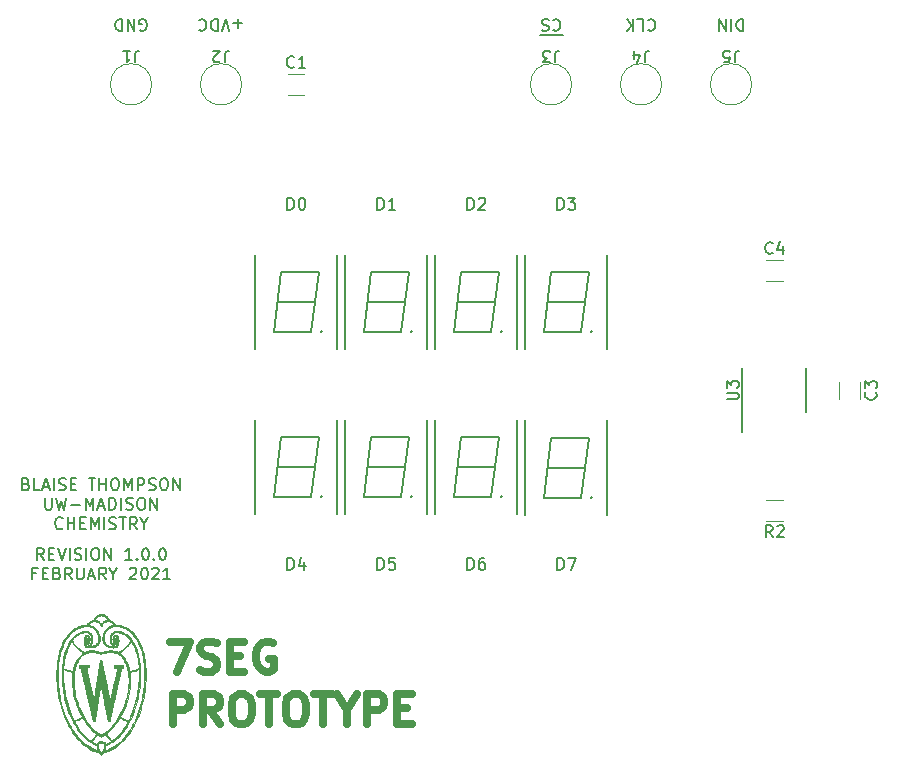
<source format=gbr>
%TF.GenerationSoftware,KiCad,Pcbnew,5.1.9+dfsg1-1*%
%TF.CreationDate,2021-03-24T19:05:18-05:00*%
%TF.ProjectId,7seg-prototype,37736567-2d70-4726-9f74-6f747970652e,1.0.0*%
%TF.SameCoordinates,Original*%
%TF.FileFunction,Legend,Top*%
%TF.FilePolarity,Positive*%
%FSLAX46Y46*%
G04 Gerber Fmt 4.6, Leading zero omitted, Abs format (unit mm)*
G04 Created by KiCad (PCBNEW 5.1.9+dfsg1-1) date 2021-03-24 19:05:18*
%MOMM*%
%LPD*%
G01*
G04 APERTURE LIST*
%ADD10C,0.150000*%
%ADD11C,0.635000*%
%ADD12C,0.120000*%
%ADD13C,0.010000*%
G04 APERTURE END LIST*
D10*
X68802857Y-103767380D02*
X68469523Y-103291190D01*
X68231428Y-103767380D02*
X68231428Y-102767380D01*
X68612380Y-102767380D01*
X68707619Y-102815000D01*
X68755238Y-102862619D01*
X68802857Y-102957857D01*
X68802857Y-103100714D01*
X68755238Y-103195952D01*
X68707619Y-103243571D01*
X68612380Y-103291190D01*
X68231428Y-103291190D01*
X69231428Y-103243571D02*
X69564761Y-103243571D01*
X69707619Y-103767380D02*
X69231428Y-103767380D01*
X69231428Y-102767380D01*
X69707619Y-102767380D01*
X69993333Y-102767380D02*
X70326666Y-103767380D01*
X70660000Y-102767380D01*
X70993333Y-103767380D02*
X70993333Y-102767380D01*
X71421904Y-103719761D02*
X71564761Y-103767380D01*
X71802857Y-103767380D01*
X71898095Y-103719761D01*
X71945714Y-103672142D01*
X71993333Y-103576904D01*
X71993333Y-103481666D01*
X71945714Y-103386428D01*
X71898095Y-103338809D01*
X71802857Y-103291190D01*
X71612380Y-103243571D01*
X71517142Y-103195952D01*
X71469523Y-103148333D01*
X71421904Y-103053095D01*
X71421904Y-102957857D01*
X71469523Y-102862619D01*
X71517142Y-102815000D01*
X71612380Y-102767380D01*
X71850476Y-102767380D01*
X71993333Y-102815000D01*
X72421904Y-103767380D02*
X72421904Y-102767380D01*
X73088571Y-102767380D02*
X73279047Y-102767380D01*
X73374285Y-102815000D01*
X73469523Y-102910238D01*
X73517142Y-103100714D01*
X73517142Y-103434047D01*
X73469523Y-103624523D01*
X73374285Y-103719761D01*
X73279047Y-103767380D01*
X73088571Y-103767380D01*
X72993333Y-103719761D01*
X72898095Y-103624523D01*
X72850476Y-103434047D01*
X72850476Y-103100714D01*
X72898095Y-102910238D01*
X72993333Y-102815000D01*
X73088571Y-102767380D01*
X73945714Y-103767380D02*
X73945714Y-102767380D01*
X74517142Y-103767380D01*
X74517142Y-102767380D01*
X76279047Y-103767380D02*
X75707619Y-103767380D01*
X75993333Y-103767380D02*
X75993333Y-102767380D01*
X75898095Y-102910238D01*
X75802857Y-103005476D01*
X75707619Y-103053095D01*
X76707619Y-103672142D02*
X76755238Y-103719761D01*
X76707619Y-103767380D01*
X76660000Y-103719761D01*
X76707619Y-103672142D01*
X76707619Y-103767380D01*
X77374285Y-102767380D02*
X77469523Y-102767380D01*
X77564761Y-102815000D01*
X77612380Y-102862619D01*
X77660000Y-102957857D01*
X77707619Y-103148333D01*
X77707619Y-103386428D01*
X77660000Y-103576904D01*
X77612380Y-103672142D01*
X77564761Y-103719761D01*
X77469523Y-103767380D01*
X77374285Y-103767380D01*
X77279047Y-103719761D01*
X77231428Y-103672142D01*
X77183809Y-103576904D01*
X77136190Y-103386428D01*
X77136190Y-103148333D01*
X77183809Y-102957857D01*
X77231428Y-102862619D01*
X77279047Y-102815000D01*
X77374285Y-102767380D01*
X78136190Y-103672142D02*
X78183809Y-103719761D01*
X78136190Y-103767380D01*
X78088571Y-103719761D01*
X78136190Y-103672142D01*
X78136190Y-103767380D01*
X78802857Y-102767380D02*
X78898095Y-102767380D01*
X78993333Y-102815000D01*
X79040952Y-102862619D01*
X79088571Y-102957857D01*
X79136190Y-103148333D01*
X79136190Y-103386428D01*
X79088571Y-103576904D01*
X79040952Y-103672142D01*
X78993333Y-103719761D01*
X78898095Y-103767380D01*
X78802857Y-103767380D01*
X78707619Y-103719761D01*
X78660000Y-103672142D01*
X78612380Y-103576904D01*
X78564761Y-103386428D01*
X78564761Y-103148333D01*
X78612380Y-102957857D01*
X78660000Y-102862619D01*
X78707619Y-102815000D01*
X78802857Y-102767380D01*
X68183809Y-104893571D02*
X67850476Y-104893571D01*
X67850476Y-105417380D02*
X67850476Y-104417380D01*
X68326666Y-104417380D01*
X68707619Y-104893571D02*
X69040952Y-104893571D01*
X69183809Y-105417380D02*
X68707619Y-105417380D01*
X68707619Y-104417380D01*
X69183809Y-104417380D01*
X69945714Y-104893571D02*
X70088571Y-104941190D01*
X70136190Y-104988809D01*
X70183809Y-105084047D01*
X70183809Y-105226904D01*
X70136190Y-105322142D01*
X70088571Y-105369761D01*
X69993333Y-105417380D01*
X69612380Y-105417380D01*
X69612380Y-104417380D01*
X69945714Y-104417380D01*
X70040952Y-104465000D01*
X70088571Y-104512619D01*
X70136190Y-104607857D01*
X70136190Y-104703095D01*
X70088571Y-104798333D01*
X70040952Y-104845952D01*
X69945714Y-104893571D01*
X69612380Y-104893571D01*
X71183809Y-105417380D02*
X70850476Y-104941190D01*
X70612380Y-105417380D02*
X70612380Y-104417380D01*
X70993333Y-104417380D01*
X71088571Y-104465000D01*
X71136190Y-104512619D01*
X71183809Y-104607857D01*
X71183809Y-104750714D01*
X71136190Y-104845952D01*
X71088571Y-104893571D01*
X70993333Y-104941190D01*
X70612380Y-104941190D01*
X71612380Y-104417380D02*
X71612380Y-105226904D01*
X71660000Y-105322142D01*
X71707619Y-105369761D01*
X71802857Y-105417380D01*
X71993333Y-105417380D01*
X72088571Y-105369761D01*
X72136190Y-105322142D01*
X72183809Y-105226904D01*
X72183809Y-104417380D01*
X72612380Y-105131666D02*
X73088571Y-105131666D01*
X72517142Y-105417380D02*
X72850476Y-104417380D01*
X73183809Y-105417380D01*
X74088571Y-105417380D02*
X73755238Y-104941190D01*
X73517142Y-105417380D02*
X73517142Y-104417380D01*
X73898095Y-104417380D01*
X73993333Y-104465000D01*
X74040952Y-104512619D01*
X74088571Y-104607857D01*
X74088571Y-104750714D01*
X74040952Y-104845952D01*
X73993333Y-104893571D01*
X73898095Y-104941190D01*
X73517142Y-104941190D01*
X74707619Y-104941190D02*
X74707619Y-105417380D01*
X74374285Y-104417380D02*
X74707619Y-104941190D01*
X75040952Y-104417380D01*
X76088571Y-104512619D02*
X76136190Y-104465000D01*
X76231428Y-104417380D01*
X76469523Y-104417380D01*
X76564761Y-104465000D01*
X76612380Y-104512619D01*
X76660000Y-104607857D01*
X76660000Y-104703095D01*
X76612380Y-104845952D01*
X76040952Y-105417380D01*
X76660000Y-105417380D01*
X77279047Y-104417380D02*
X77374285Y-104417380D01*
X77469523Y-104465000D01*
X77517142Y-104512619D01*
X77564761Y-104607857D01*
X77612380Y-104798333D01*
X77612380Y-105036428D01*
X77564761Y-105226904D01*
X77517142Y-105322142D01*
X77469523Y-105369761D01*
X77374285Y-105417380D01*
X77279047Y-105417380D01*
X77183809Y-105369761D01*
X77136190Y-105322142D01*
X77088571Y-105226904D01*
X77040952Y-105036428D01*
X77040952Y-104798333D01*
X77088571Y-104607857D01*
X77136190Y-104512619D01*
X77183809Y-104465000D01*
X77279047Y-104417380D01*
X77993333Y-104512619D02*
X78040952Y-104465000D01*
X78136190Y-104417380D01*
X78374285Y-104417380D01*
X78469523Y-104465000D01*
X78517142Y-104512619D01*
X78564761Y-104607857D01*
X78564761Y-104703095D01*
X78517142Y-104845952D01*
X77945714Y-105417380D01*
X78564761Y-105417380D01*
X79517142Y-105417380D02*
X78945714Y-105417380D01*
X79231428Y-105417380D02*
X79231428Y-104417380D01*
X79136190Y-104560238D01*
X79040952Y-104655476D01*
X78945714Y-104703095D01*
X67326666Y-97338571D02*
X67469523Y-97386190D01*
X67517142Y-97433809D01*
X67564761Y-97529047D01*
X67564761Y-97671904D01*
X67517142Y-97767142D01*
X67469523Y-97814761D01*
X67374285Y-97862380D01*
X66993333Y-97862380D01*
X66993333Y-96862380D01*
X67326666Y-96862380D01*
X67421904Y-96910000D01*
X67469523Y-96957619D01*
X67517142Y-97052857D01*
X67517142Y-97148095D01*
X67469523Y-97243333D01*
X67421904Y-97290952D01*
X67326666Y-97338571D01*
X66993333Y-97338571D01*
X68469523Y-97862380D02*
X67993333Y-97862380D01*
X67993333Y-96862380D01*
X68755238Y-97576666D02*
X69231428Y-97576666D01*
X68660000Y-97862380D02*
X68993333Y-96862380D01*
X69326666Y-97862380D01*
X69660000Y-97862380D02*
X69660000Y-96862380D01*
X70088571Y-97814761D02*
X70231428Y-97862380D01*
X70469523Y-97862380D01*
X70564761Y-97814761D01*
X70612380Y-97767142D01*
X70660000Y-97671904D01*
X70660000Y-97576666D01*
X70612380Y-97481428D01*
X70564761Y-97433809D01*
X70469523Y-97386190D01*
X70279047Y-97338571D01*
X70183809Y-97290952D01*
X70136190Y-97243333D01*
X70088571Y-97148095D01*
X70088571Y-97052857D01*
X70136190Y-96957619D01*
X70183809Y-96910000D01*
X70279047Y-96862380D01*
X70517142Y-96862380D01*
X70660000Y-96910000D01*
X71088571Y-97338571D02*
X71421904Y-97338571D01*
X71564761Y-97862380D02*
X71088571Y-97862380D01*
X71088571Y-96862380D01*
X71564761Y-96862380D01*
X72612380Y-96862380D02*
X73183809Y-96862380D01*
X72898095Y-97862380D02*
X72898095Y-96862380D01*
X73517142Y-97862380D02*
X73517142Y-96862380D01*
X73517142Y-97338571D02*
X74088571Y-97338571D01*
X74088571Y-97862380D02*
X74088571Y-96862380D01*
X74755238Y-96862380D02*
X74945714Y-96862380D01*
X75040952Y-96910000D01*
X75136190Y-97005238D01*
X75183809Y-97195714D01*
X75183809Y-97529047D01*
X75136190Y-97719523D01*
X75040952Y-97814761D01*
X74945714Y-97862380D01*
X74755238Y-97862380D01*
X74660000Y-97814761D01*
X74564761Y-97719523D01*
X74517142Y-97529047D01*
X74517142Y-97195714D01*
X74564761Y-97005238D01*
X74660000Y-96910000D01*
X74755238Y-96862380D01*
X75612380Y-97862380D02*
X75612380Y-96862380D01*
X75945714Y-97576666D01*
X76279047Y-96862380D01*
X76279047Y-97862380D01*
X76755238Y-97862380D02*
X76755238Y-96862380D01*
X77136190Y-96862380D01*
X77231428Y-96910000D01*
X77279047Y-96957619D01*
X77326666Y-97052857D01*
X77326666Y-97195714D01*
X77279047Y-97290952D01*
X77231428Y-97338571D01*
X77136190Y-97386190D01*
X76755238Y-97386190D01*
X77707619Y-97814761D02*
X77850476Y-97862380D01*
X78088571Y-97862380D01*
X78183809Y-97814761D01*
X78231428Y-97767142D01*
X78279047Y-97671904D01*
X78279047Y-97576666D01*
X78231428Y-97481428D01*
X78183809Y-97433809D01*
X78088571Y-97386190D01*
X77898095Y-97338571D01*
X77802857Y-97290952D01*
X77755238Y-97243333D01*
X77707619Y-97148095D01*
X77707619Y-97052857D01*
X77755238Y-96957619D01*
X77802857Y-96910000D01*
X77898095Y-96862380D01*
X78136190Y-96862380D01*
X78279047Y-96910000D01*
X78898095Y-96862380D02*
X79088571Y-96862380D01*
X79183809Y-96910000D01*
X79279047Y-97005238D01*
X79326666Y-97195714D01*
X79326666Y-97529047D01*
X79279047Y-97719523D01*
X79183809Y-97814761D01*
X79088571Y-97862380D01*
X78898095Y-97862380D01*
X78802857Y-97814761D01*
X78707619Y-97719523D01*
X78660000Y-97529047D01*
X78660000Y-97195714D01*
X78707619Y-97005238D01*
X78802857Y-96910000D01*
X78898095Y-96862380D01*
X79755238Y-97862380D02*
X79755238Y-96862380D01*
X80326666Y-97862380D01*
X80326666Y-96862380D01*
X68921904Y-98512380D02*
X68921904Y-99321904D01*
X68969523Y-99417142D01*
X69017142Y-99464761D01*
X69112380Y-99512380D01*
X69302857Y-99512380D01*
X69398095Y-99464761D01*
X69445714Y-99417142D01*
X69493333Y-99321904D01*
X69493333Y-98512380D01*
X69874285Y-98512380D02*
X70112380Y-99512380D01*
X70302857Y-98798095D01*
X70493333Y-99512380D01*
X70731428Y-98512380D01*
X71112380Y-99131428D02*
X71874285Y-99131428D01*
X72350476Y-99512380D02*
X72350476Y-98512380D01*
X72683809Y-99226666D01*
X73017142Y-98512380D01*
X73017142Y-99512380D01*
X73445714Y-99226666D02*
X73921904Y-99226666D01*
X73350476Y-99512380D02*
X73683809Y-98512380D01*
X74017142Y-99512380D01*
X74350476Y-99512380D02*
X74350476Y-98512380D01*
X74588571Y-98512380D01*
X74731428Y-98560000D01*
X74826666Y-98655238D01*
X74874285Y-98750476D01*
X74921904Y-98940952D01*
X74921904Y-99083809D01*
X74874285Y-99274285D01*
X74826666Y-99369523D01*
X74731428Y-99464761D01*
X74588571Y-99512380D01*
X74350476Y-99512380D01*
X75350476Y-99512380D02*
X75350476Y-98512380D01*
X75779047Y-99464761D02*
X75921904Y-99512380D01*
X76160000Y-99512380D01*
X76255238Y-99464761D01*
X76302857Y-99417142D01*
X76350476Y-99321904D01*
X76350476Y-99226666D01*
X76302857Y-99131428D01*
X76255238Y-99083809D01*
X76160000Y-99036190D01*
X75969523Y-98988571D01*
X75874285Y-98940952D01*
X75826666Y-98893333D01*
X75779047Y-98798095D01*
X75779047Y-98702857D01*
X75826666Y-98607619D01*
X75874285Y-98560000D01*
X75969523Y-98512380D01*
X76207619Y-98512380D01*
X76350476Y-98560000D01*
X76969523Y-98512380D02*
X77160000Y-98512380D01*
X77255238Y-98560000D01*
X77350476Y-98655238D01*
X77398095Y-98845714D01*
X77398095Y-99179047D01*
X77350476Y-99369523D01*
X77255238Y-99464761D01*
X77160000Y-99512380D01*
X76969523Y-99512380D01*
X76874285Y-99464761D01*
X76779047Y-99369523D01*
X76731428Y-99179047D01*
X76731428Y-98845714D01*
X76779047Y-98655238D01*
X76874285Y-98560000D01*
X76969523Y-98512380D01*
X77826666Y-99512380D02*
X77826666Y-98512380D01*
X78398095Y-99512380D01*
X78398095Y-98512380D01*
X70398095Y-101067142D02*
X70350476Y-101114761D01*
X70207619Y-101162380D01*
X70112380Y-101162380D01*
X69969523Y-101114761D01*
X69874285Y-101019523D01*
X69826666Y-100924285D01*
X69779047Y-100733809D01*
X69779047Y-100590952D01*
X69826666Y-100400476D01*
X69874285Y-100305238D01*
X69969523Y-100210000D01*
X70112380Y-100162380D01*
X70207619Y-100162380D01*
X70350476Y-100210000D01*
X70398095Y-100257619D01*
X70826666Y-101162380D02*
X70826666Y-100162380D01*
X70826666Y-100638571D02*
X71398095Y-100638571D01*
X71398095Y-101162380D02*
X71398095Y-100162380D01*
X71874285Y-100638571D02*
X72207619Y-100638571D01*
X72350476Y-101162380D02*
X71874285Y-101162380D01*
X71874285Y-100162380D01*
X72350476Y-100162380D01*
X72779047Y-101162380D02*
X72779047Y-100162380D01*
X73112380Y-100876666D01*
X73445714Y-100162380D01*
X73445714Y-101162380D01*
X73921904Y-101162380D02*
X73921904Y-100162380D01*
X74350476Y-101114761D02*
X74493333Y-101162380D01*
X74731428Y-101162380D01*
X74826666Y-101114761D01*
X74874285Y-101067142D01*
X74921904Y-100971904D01*
X74921904Y-100876666D01*
X74874285Y-100781428D01*
X74826666Y-100733809D01*
X74731428Y-100686190D01*
X74540952Y-100638571D01*
X74445714Y-100590952D01*
X74398095Y-100543333D01*
X74350476Y-100448095D01*
X74350476Y-100352857D01*
X74398095Y-100257619D01*
X74445714Y-100210000D01*
X74540952Y-100162380D01*
X74779047Y-100162380D01*
X74921904Y-100210000D01*
X75207619Y-100162380D02*
X75779047Y-100162380D01*
X75493333Y-101162380D02*
X75493333Y-100162380D01*
X76683809Y-101162380D02*
X76350476Y-100686190D01*
X76112380Y-101162380D02*
X76112380Y-100162380D01*
X76493333Y-100162380D01*
X76588571Y-100210000D01*
X76636190Y-100257619D01*
X76683809Y-100352857D01*
X76683809Y-100495714D01*
X76636190Y-100590952D01*
X76588571Y-100638571D01*
X76493333Y-100686190D01*
X76112380Y-100686190D01*
X77302857Y-100686190D02*
X77302857Y-101162380D01*
X76969523Y-100162380D02*
X77302857Y-100686190D01*
X77636190Y-100162380D01*
X128023809Y-57967619D02*
X128023809Y-58967619D01*
X127785714Y-58967619D01*
X127642857Y-58920000D01*
X127547619Y-58824761D01*
X127500000Y-58729523D01*
X127452380Y-58539047D01*
X127452380Y-58396190D01*
X127500000Y-58205714D01*
X127547619Y-58110476D01*
X127642857Y-58015238D01*
X127785714Y-57967619D01*
X128023809Y-57967619D01*
X127023809Y-57967619D02*
X127023809Y-58967619D01*
X126547619Y-57967619D02*
X126547619Y-58967619D01*
X125976190Y-57967619D01*
X125976190Y-58967619D01*
X119975238Y-58062857D02*
X120022857Y-58015238D01*
X120165714Y-57967619D01*
X120260952Y-57967619D01*
X120403809Y-58015238D01*
X120499047Y-58110476D01*
X120546666Y-58205714D01*
X120594285Y-58396190D01*
X120594285Y-58539047D01*
X120546666Y-58729523D01*
X120499047Y-58824761D01*
X120403809Y-58920000D01*
X120260952Y-58967619D01*
X120165714Y-58967619D01*
X120022857Y-58920000D01*
X119975238Y-58872380D01*
X119070476Y-57967619D02*
X119546666Y-57967619D01*
X119546666Y-58967619D01*
X118737142Y-57967619D02*
X118737142Y-58967619D01*
X118165714Y-57967619D02*
X118594285Y-58539047D01*
X118165714Y-58967619D02*
X118737142Y-58396190D01*
X112736190Y-59335000D02*
X111736190Y-59335000D01*
X111926666Y-58062857D02*
X111974285Y-58015238D01*
X112117142Y-57967619D01*
X112212380Y-57967619D01*
X112355238Y-58015238D01*
X112450476Y-58110476D01*
X112498095Y-58205714D01*
X112545714Y-58396190D01*
X112545714Y-58539047D01*
X112498095Y-58729523D01*
X112450476Y-58824761D01*
X112355238Y-58920000D01*
X112212380Y-58967619D01*
X112117142Y-58967619D01*
X111974285Y-58920000D01*
X111926666Y-58872380D01*
X111736190Y-59335000D02*
X110783809Y-59335000D01*
X111545714Y-58015238D02*
X111402857Y-57967619D01*
X111164761Y-57967619D01*
X111069523Y-58015238D01*
X111021904Y-58062857D01*
X110974285Y-58158095D01*
X110974285Y-58253333D01*
X111021904Y-58348571D01*
X111069523Y-58396190D01*
X111164761Y-58443809D01*
X111355238Y-58491428D01*
X111450476Y-58539047D01*
X111498095Y-58586666D01*
X111545714Y-58681904D01*
X111545714Y-58777142D01*
X111498095Y-58872380D01*
X111450476Y-58920000D01*
X111355238Y-58967619D01*
X111117142Y-58967619D01*
X110974285Y-58920000D01*
X85629523Y-58348571D02*
X84867619Y-58348571D01*
X85248571Y-57967619D02*
X85248571Y-58729523D01*
X84534285Y-58967619D02*
X84200952Y-57967619D01*
X83867619Y-58967619D01*
X83534285Y-57967619D02*
X83534285Y-58967619D01*
X83296190Y-58967619D01*
X83153333Y-58920000D01*
X83058095Y-58824761D01*
X83010476Y-58729523D01*
X82962857Y-58539047D01*
X82962857Y-58396190D01*
X83010476Y-58205714D01*
X83058095Y-58110476D01*
X83153333Y-58015238D01*
X83296190Y-57967619D01*
X83534285Y-57967619D01*
X81962857Y-58062857D02*
X82010476Y-58015238D01*
X82153333Y-57967619D01*
X82248571Y-57967619D01*
X82391428Y-58015238D01*
X82486666Y-58110476D01*
X82534285Y-58205714D01*
X82581904Y-58396190D01*
X82581904Y-58539047D01*
X82534285Y-58729523D01*
X82486666Y-58824761D01*
X82391428Y-58920000D01*
X82248571Y-58967619D01*
X82153333Y-58967619D01*
X82010476Y-58920000D01*
X81962857Y-58872380D01*
X76961904Y-58920000D02*
X77057142Y-58967619D01*
X77200000Y-58967619D01*
X77342857Y-58920000D01*
X77438095Y-58824761D01*
X77485714Y-58729523D01*
X77533333Y-58539047D01*
X77533333Y-58396190D01*
X77485714Y-58205714D01*
X77438095Y-58110476D01*
X77342857Y-58015238D01*
X77200000Y-57967619D01*
X77104761Y-57967619D01*
X76961904Y-58015238D01*
X76914285Y-58062857D01*
X76914285Y-58396190D01*
X77104761Y-58396190D01*
X76485714Y-57967619D02*
X76485714Y-58967619D01*
X75914285Y-57967619D01*
X75914285Y-58967619D01*
X75438095Y-57967619D02*
X75438095Y-58967619D01*
X75200000Y-58967619D01*
X75057142Y-58920000D01*
X74961904Y-58824761D01*
X74914285Y-58729523D01*
X74866666Y-58539047D01*
X74866666Y-58396190D01*
X74914285Y-58205714D01*
X74961904Y-58110476D01*
X75057142Y-58015238D01*
X75200000Y-57967619D01*
X75438095Y-57967619D01*
D11*
X79515607Y-110686547D02*
X81208940Y-110686547D01*
X80120369Y-113226547D01*
X82055607Y-113105595D02*
X82418464Y-113226547D01*
X83023226Y-113226547D01*
X83265130Y-113105595D01*
X83386083Y-112984642D01*
X83507035Y-112742738D01*
X83507035Y-112500833D01*
X83386083Y-112258928D01*
X83265130Y-112137976D01*
X83023226Y-112017023D01*
X82539416Y-111896071D01*
X82297511Y-111775119D01*
X82176559Y-111654166D01*
X82055607Y-111412261D01*
X82055607Y-111170357D01*
X82176559Y-110928452D01*
X82297511Y-110807500D01*
X82539416Y-110686547D01*
X83144178Y-110686547D01*
X83507035Y-110807500D01*
X84595607Y-111896071D02*
X85442273Y-111896071D01*
X85805130Y-113226547D02*
X84595607Y-113226547D01*
X84595607Y-110686547D01*
X85805130Y-110686547D01*
X88224178Y-110807500D02*
X87982273Y-110686547D01*
X87619416Y-110686547D01*
X87256559Y-110807500D01*
X87014654Y-111049404D01*
X86893702Y-111291309D01*
X86772750Y-111775119D01*
X86772750Y-112137976D01*
X86893702Y-112621785D01*
X87014654Y-112863690D01*
X87256559Y-113105595D01*
X87619416Y-113226547D01*
X87861321Y-113226547D01*
X88224178Y-113105595D01*
X88345130Y-112984642D01*
X88345130Y-112137976D01*
X87861321Y-112137976D01*
X79757511Y-117671547D02*
X79757511Y-115131547D01*
X80725130Y-115131547D01*
X80967035Y-115252500D01*
X81087988Y-115373452D01*
X81208940Y-115615357D01*
X81208940Y-115978214D01*
X81087988Y-116220119D01*
X80967035Y-116341071D01*
X80725130Y-116462023D01*
X79757511Y-116462023D01*
X83748940Y-117671547D02*
X82902273Y-116462023D01*
X82297511Y-117671547D02*
X82297511Y-115131547D01*
X83265130Y-115131547D01*
X83507035Y-115252500D01*
X83627988Y-115373452D01*
X83748940Y-115615357D01*
X83748940Y-115978214D01*
X83627988Y-116220119D01*
X83507035Y-116341071D01*
X83265130Y-116462023D01*
X82297511Y-116462023D01*
X85321321Y-115131547D02*
X85805130Y-115131547D01*
X86047035Y-115252500D01*
X86288940Y-115494404D01*
X86409892Y-115978214D01*
X86409892Y-116824880D01*
X86288940Y-117308690D01*
X86047035Y-117550595D01*
X85805130Y-117671547D01*
X85321321Y-117671547D01*
X85079416Y-117550595D01*
X84837511Y-117308690D01*
X84716559Y-116824880D01*
X84716559Y-115978214D01*
X84837511Y-115494404D01*
X85079416Y-115252500D01*
X85321321Y-115131547D01*
X87135607Y-115131547D02*
X88587035Y-115131547D01*
X87861321Y-117671547D02*
X87861321Y-115131547D01*
X89917511Y-115131547D02*
X90401321Y-115131547D01*
X90643226Y-115252500D01*
X90885130Y-115494404D01*
X91006083Y-115978214D01*
X91006083Y-116824880D01*
X90885130Y-117308690D01*
X90643226Y-117550595D01*
X90401321Y-117671547D01*
X89917511Y-117671547D01*
X89675607Y-117550595D01*
X89433702Y-117308690D01*
X89312750Y-116824880D01*
X89312750Y-115978214D01*
X89433702Y-115494404D01*
X89675607Y-115252500D01*
X89917511Y-115131547D01*
X91731797Y-115131547D02*
X93183226Y-115131547D01*
X92457511Y-117671547D02*
X92457511Y-115131547D01*
X94513702Y-116462023D02*
X94513702Y-117671547D01*
X93667035Y-115131547D02*
X94513702Y-116462023D01*
X95360369Y-115131547D01*
X96207035Y-117671547D02*
X96207035Y-115131547D01*
X97174654Y-115131547D01*
X97416559Y-115252500D01*
X97537511Y-115373452D01*
X97658464Y-115615357D01*
X97658464Y-115978214D01*
X97537511Y-116220119D01*
X97416559Y-116341071D01*
X97174654Y-116462023D01*
X96207035Y-116462023D01*
X98747035Y-116341071D02*
X99593702Y-116341071D01*
X99956559Y-117671547D02*
X98747035Y-117671547D01*
X98747035Y-115131547D01*
X99956559Y-115131547D01*
D10*
%TO.C,U3*%
X127958000Y-92933000D02*
X127958000Y-87549400D01*
X133358000Y-91262300D02*
X133358000Y-87553700D01*
%TO.C,D2*%
X107615442Y-84455000D02*
G75*
G03*
X107615442Y-84455000I-71842J0D01*
G01*
X103822500Y-81915000D02*
X106997500Y-81915000D01*
X104140000Y-79375000D02*
X103505000Y-84455000D01*
X103505000Y-84455000D02*
X106680000Y-84455000D01*
X107315000Y-79375000D02*
X106680000Y-84455000D01*
X104140000Y-79375000D02*
X107315000Y-79375000D01*
X108860000Y-85915000D02*
X108860000Y-77915000D01*
X101960000Y-77915000D02*
X101960000Y-85915000D01*
D12*
%TO.C,J5*%
X128750000Y-63500000D02*
G75*
G03*
X128750000Y-63500000I-1750000J0D01*
G01*
%TO.C,J4*%
X121130000Y-63500000D02*
G75*
G03*
X121130000Y-63500000I-1750000J0D01*
G01*
%TO.C,J3*%
X113510000Y-63500000D02*
G75*
G03*
X113510000Y-63500000I-1750000J0D01*
G01*
%TO.C,J2*%
X85570000Y-63500000D02*
G75*
G03*
X85570000Y-63500000I-1750000J0D01*
G01*
%TO.C,J1*%
X77950000Y-63500000D02*
G75*
G03*
X77950000Y-63500000I-1750000J0D01*
G01*
D10*
%TO.C,D7*%
X115235442Y-98505000D02*
G75*
G03*
X115235442Y-98505000I-71842J0D01*
G01*
X111442500Y-95965000D02*
X114617500Y-95965000D01*
X111760000Y-93425000D02*
X111125000Y-98505000D01*
X111125000Y-98505000D02*
X114300000Y-98505000D01*
X114935000Y-93425000D02*
X114300000Y-98505000D01*
X111760000Y-93425000D02*
X114935000Y-93425000D01*
X116480000Y-99965000D02*
X116480000Y-91965000D01*
X109580000Y-91965000D02*
X109580000Y-99965000D01*
%TO.C,D6*%
X107615442Y-98425000D02*
G75*
G03*
X107615442Y-98425000I-71842J0D01*
G01*
X103822500Y-95885000D02*
X106997500Y-95885000D01*
X104140000Y-93345000D02*
X103505000Y-98425000D01*
X103505000Y-98425000D02*
X106680000Y-98425000D01*
X107315000Y-93345000D02*
X106680000Y-98425000D01*
X104140000Y-93345000D02*
X107315000Y-93345000D01*
X108860000Y-99885000D02*
X108860000Y-91885000D01*
X101960000Y-91885000D02*
X101960000Y-99885000D01*
%TO.C,D5*%
X99995442Y-98425000D02*
G75*
G03*
X99995442Y-98425000I-71842J0D01*
G01*
X96202500Y-95885000D02*
X99377500Y-95885000D01*
X96520000Y-93345000D02*
X95885000Y-98425000D01*
X95885000Y-98425000D02*
X99060000Y-98425000D01*
X99695000Y-93345000D02*
X99060000Y-98425000D01*
X96520000Y-93345000D02*
X99695000Y-93345000D01*
X101240000Y-99885000D02*
X101240000Y-91885000D01*
X94340000Y-91885000D02*
X94340000Y-99885000D01*
%TO.C,D4*%
X92375442Y-98425000D02*
G75*
G03*
X92375442Y-98425000I-71842J0D01*
G01*
X88582500Y-95885000D02*
X91757500Y-95885000D01*
X88900000Y-93345000D02*
X88265000Y-98425000D01*
X88265000Y-98425000D02*
X91440000Y-98425000D01*
X92075000Y-93345000D02*
X91440000Y-98425000D01*
X88900000Y-93345000D02*
X92075000Y-93345000D01*
X93620000Y-99885000D02*
X93620000Y-91885000D01*
X86720000Y-91885000D02*
X86720000Y-99885000D01*
%TO.C,D3*%
X115235442Y-84455000D02*
G75*
G03*
X115235442Y-84455000I-71842J0D01*
G01*
X111442500Y-81915000D02*
X114617500Y-81915000D01*
X111760000Y-79375000D02*
X111125000Y-84455000D01*
X111125000Y-84455000D02*
X114300000Y-84455000D01*
X114935000Y-79375000D02*
X114300000Y-84455000D01*
X111760000Y-79375000D02*
X114935000Y-79375000D01*
X116480000Y-85915000D02*
X116480000Y-77915000D01*
X109580000Y-77915000D02*
X109580000Y-85915000D01*
%TO.C,D1*%
X99995442Y-84455000D02*
G75*
G03*
X99995442Y-84455000I-71842J0D01*
G01*
X96202500Y-81915000D02*
X99377500Y-81915000D01*
X96520000Y-79375000D02*
X95885000Y-84455000D01*
X95885000Y-84455000D02*
X99060000Y-84455000D01*
X99695000Y-79375000D02*
X99060000Y-84455000D01*
X96520000Y-79375000D02*
X99695000Y-79375000D01*
X101240000Y-85915000D02*
X101240000Y-77915000D01*
X94340000Y-77915000D02*
X94340000Y-85915000D01*
%TO.C,D0*%
X92375442Y-84455000D02*
G75*
G03*
X92375442Y-84455000I-71842J0D01*
G01*
X88582500Y-81915000D02*
X91757500Y-81915000D01*
X88900000Y-79375000D02*
X88265000Y-84455000D01*
X88265000Y-84455000D02*
X91440000Y-84455000D01*
X92075000Y-79375000D02*
X91440000Y-84455000D01*
X88900000Y-79375000D02*
X92075000Y-79375000D01*
X93620000Y-85915000D02*
X93620000Y-77915000D01*
X86720000Y-77915000D02*
X86720000Y-85915000D01*
D12*
%TO.C,C1*%
X89458748Y-64410000D02*
X90881252Y-64410000D01*
X89458748Y-62590000D02*
X90881252Y-62590000D01*
%TO.C,R2*%
X131410064Y-98658000D02*
X129955936Y-98658000D01*
X131410064Y-100478000D02*
X129955936Y-100478000D01*
%TO.C,C4*%
X129971748Y-80158000D02*
X131394252Y-80158000D01*
X129971748Y-78338000D02*
X131394252Y-78338000D01*
%TO.C,C3*%
X136123000Y-88696748D02*
X136123000Y-90119252D01*
X137943000Y-88696748D02*
X137943000Y-90119252D01*
D13*
%TO.C,G\u002A\u002A\u002A*%
G36*
X73687014Y-108353991D02*
G01*
X73732375Y-108356052D01*
X73773794Y-108359780D01*
X73808483Y-108365150D01*
X73811395Y-108365759D01*
X73890635Y-108387497D01*
X73964009Y-108417438D01*
X74031830Y-108455785D01*
X74094414Y-108502739D01*
X74152077Y-108558504D01*
X74198895Y-108614889D01*
X74220962Y-108646620D01*
X74243934Y-108683879D01*
X74266332Y-108723914D01*
X74286682Y-108763972D01*
X74303506Y-108801301D01*
X74314383Y-108830197D01*
X74319840Y-108846109D01*
X74324296Y-108857714D01*
X74326434Y-108861967D01*
X74332382Y-108864133D01*
X74345301Y-108867240D01*
X74358942Y-108869959D01*
X74399191Y-108879382D01*
X74444524Y-108893437D01*
X74491659Y-108910992D01*
X74537314Y-108930915D01*
X74541541Y-108932931D01*
X74614134Y-108972295D01*
X74681352Y-109017714D01*
X74742191Y-109068300D01*
X74795644Y-109123169D01*
X74840704Y-109181433D01*
X74861778Y-109215007D01*
X74884618Y-109254605D01*
X74939059Y-109257746D01*
X75045529Y-109265775D01*
X75144491Y-109277326D01*
X75238105Y-109292803D01*
X75328531Y-109312607D01*
X75417931Y-109337143D01*
X75490719Y-109360639D01*
X75621526Y-109410876D01*
X75748777Y-109470499D01*
X75872356Y-109539334D01*
X75992152Y-109617209D01*
X76108049Y-109703949D01*
X76219933Y-109799381D01*
X76327691Y-109903332D01*
X76431209Y-110015630D01*
X76530372Y-110136099D01*
X76625067Y-110264568D01*
X76715180Y-110400862D01*
X76800596Y-110544809D01*
X76881201Y-110696235D01*
X76956883Y-110854967D01*
X77027526Y-111020831D01*
X77093017Y-111193654D01*
X77153241Y-111373263D01*
X77208085Y-111559485D01*
X77257435Y-111752146D01*
X77301177Y-111951072D01*
X77339196Y-112156092D01*
X77342619Y-112176560D01*
X77359612Y-112283878D01*
X77374818Y-112390232D01*
X77388415Y-112497300D01*
X77400581Y-112606754D01*
X77411495Y-112720272D01*
X77421334Y-112839528D01*
X77430276Y-112966198D01*
X77435515Y-113050320D01*
X77437014Y-113082053D01*
X77438320Y-113122725D01*
X77439431Y-113171114D01*
X77440350Y-113226000D01*
X77441074Y-113286164D01*
X77441606Y-113350384D01*
X77441943Y-113417440D01*
X77442087Y-113486112D01*
X77442038Y-113555179D01*
X77441795Y-113623422D01*
X77441358Y-113689620D01*
X77440728Y-113752553D01*
X77439904Y-113810999D01*
X77438887Y-113863740D01*
X77437676Y-113909555D01*
X77436271Y-113947223D01*
X77435521Y-113962180D01*
X77420706Y-114190254D01*
X77402134Y-114410657D01*
X77379574Y-114625248D01*
X77352797Y-114835882D01*
X77321575Y-115044418D01*
X77285677Y-115252712D01*
X77258562Y-115394740D01*
X77203920Y-115652528D01*
X77143133Y-115905889D01*
X77076343Y-116154551D01*
X77003690Y-116398243D01*
X76925316Y-116636694D01*
X76841363Y-116869632D01*
X76751971Y-117096785D01*
X76657284Y-117317883D01*
X76557441Y-117532653D01*
X76452585Y-117740825D01*
X76342856Y-117942126D01*
X76228397Y-118136286D01*
X76109349Y-118323033D01*
X75985853Y-118502096D01*
X75858051Y-118673202D01*
X75726084Y-118836082D01*
X75590094Y-118990462D01*
X75450222Y-119136073D01*
X75306610Y-119272641D01*
X75180289Y-119382593D01*
X75043014Y-119491660D01*
X74901799Y-119593264D01*
X74757294Y-119687063D01*
X74610149Y-119772714D01*
X74461014Y-119849876D01*
X74310540Y-119918204D01*
X74159377Y-119977358D01*
X74008174Y-120026995D01*
X73900991Y-120056312D01*
X73837344Y-120072251D01*
X73821635Y-120095083D01*
X73804591Y-120118346D01*
X73784320Y-120143671D01*
X73762624Y-120169020D01*
X73741308Y-120192358D01*
X73722175Y-120211647D01*
X73707028Y-120224850D01*
X73706183Y-120225479D01*
X73683935Y-120239595D01*
X73665278Y-120245820D01*
X73647957Y-120244570D01*
X73634181Y-120238815D01*
X73620991Y-120229444D01*
X73603303Y-120213706D01*
X73582753Y-120193330D01*
X73560982Y-120170045D01*
X73539628Y-120145582D01*
X73520330Y-120121669D01*
X73510140Y-120107911D01*
X73497365Y-120090384D01*
X73487746Y-120079308D01*
X73478771Y-120072702D01*
X73467924Y-120068586D01*
X73456800Y-120065887D01*
X73432077Y-120059853D01*
X73399916Y-120051219D01*
X73362503Y-120040636D01*
X73322024Y-120028759D01*
X73280666Y-120016241D01*
X73240614Y-120003736D01*
X73204055Y-119991897D01*
X73173174Y-119981377D01*
X73168262Y-119979629D01*
X73002831Y-119914883D01*
X72840279Y-119840418D01*
X72680659Y-119756275D01*
X72524023Y-119662493D01*
X72370422Y-119559114D01*
X72219910Y-119446177D01*
X72072537Y-119323722D01*
X71928357Y-119191790D01*
X71787422Y-119050420D01*
X71649783Y-118899654D01*
X71515494Y-118739531D01*
X71449719Y-118656100D01*
X71324395Y-118487017D01*
X71202577Y-118308870D01*
X71084589Y-118122241D01*
X70970754Y-117927715D01*
X70861397Y-117725873D01*
X70756840Y-117517302D01*
X70657407Y-117302583D01*
X70563423Y-117082300D01*
X70528289Y-116994940D01*
X70427925Y-116728042D01*
X70335635Y-116455710D01*
X70251509Y-116178589D01*
X70175632Y-115897325D01*
X70108093Y-115612562D01*
X70048978Y-115324947D01*
X69998376Y-115035126D01*
X69956373Y-114743744D01*
X69923058Y-114451446D01*
X69898517Y-114158879D01*
X69882838Y-113866688D01*
X69876547Y-113594462D01*
X69986287Y-113594462D01*
X69988822Y-113759384D01*
X69993993Y-113921364D01*
X70001793Y-114077853D01*
X70005244Y-114132360D01*
X70030618Y-114439241D01*
X70065342Y-114743647D01*
X70109348Y-115045270D01*
X70162567Y-115343805D01*
X70224930Y-115638945D01*
X70296367Y-115930384D01*
X70376811Y-116217816D01*
X70466192Y-116500935D01*
X70564442Y-116779434D01*
X70650684Y-117001931D01*
X70715957Y-117157947D01*
X70786386Y-117315661D01*
X70860914Y-117472941D01*
X70938488Y-117627656D01*
X71018051Y-117777674D01*
X71098549Y-117920864D01*
X71142985Y-117996182D01*
X71259807Y-118183112D01*
X71380417Y-118361375D01*
X71504719Y-118530884D01*
X71632616Y-118691555D01*
X71764011Y-118843304D01*
X71898807Y-118986046D01*
X72036907Y-119119697D01*
X72178214Y-119244171D01*
X72322632Y-119359386D01*
X72470063Y-119465255D01*
X72620411Y-119561695D01*
X72773578Y-119648620D01*
X72929467Y-119725947D01*
X73087983Y-119793591D01*
X73249027Y-119851467D01*
X73282043Y-119862023D01*
X73309381Y-119870486D01*
X73333552Y-119877788D01*
X73352797Y-119883411D01*
X73365357Y-119886839D01*
X73369238Y-119887656D01*
X73372388Y-119885383D01*
X73370497Y-119876908D01*
X73367209Y-119868950D01*
X73356747Y-119843084D01*
X73345009Y-119810389D01*
X73332971Y-119773943D01*
X73321606Y-119736824D01*
X73311889Y-119702111D01*
X73304795Y-119672883D01*
X73304098Y-119669560D01*
X73299266Y-119641076D01*
X73294933Y-119606556D01*
X73291564Y-119570119D01*
X73289903Y-119543042D01*
X73286890Y-119475868D01*
X73396905Y-119475868D01*
X73397163Y-119520783D01*
X73397337Y-119524780D01*
X73406427Y-119611631D01*
X73425464Y-119698713D01*
X73454264Y-119785497D01*
X73492642Y-119871460D01*
X73540413Y-119956074D01*
X73558867Y-119984601D01*
X73584326Y-120021751D01*
X73605734Y-120050462D01*
X73623917Y-120071208D01*
X73639699Y-120084465D01*
X73653907Y-120090707D01*
X73667365Y-120090408D01*
X73680899Y-120084043D01*
X73695334Y-120072087D01*
X73701040Y-120066369D01*
X73718353Y-120046242D01*
X73738748Y-120019034D01*
X73760884Y-119986807D01*
X73783420Y-119951627D01*
X73805014Y-119915558D01*
X73824324Y-119880663D01*
X73833723Y-119862235D01*
X73863997Y-119793853D01*
X73889291Y-119722860D01*
X73908108Y-119653495D01*
X73909129Y-119648877D01*
X73916248Y-119607133D01*
X73920882Y-119560440D01*
X73923034Y-119511358D01*
X73922707Y-119462448D01*
X73919904Y-119416270D01*
X73914628Y-119375385D01*
X73908779Y-119348745D01*
X73898121Y-119327399D01*
X73878756Y-119306104D01*
X73852095Y-119285838D01*
X73819549Y-119267578D01*
X73782527Y-119252301D01*
X73759060Y-119245055D01*
X73740157Y-119241112D01*
X73715259Y-119237526D01*
X73688527Y-119234852D01*
X73676653Y-119234075D01*
X73631525Y-119234554D01*
X73587178Y-119240308D01*
X73544939Y-119250741D01*
X73506135Y-119265259D01*
X73472094Y-119283267D01*
X73444141Y-119304170D01*
X73423605Y-119327373D01*
X73411812Y-119352282D01*
X73411654Y-119352869D01*
X73404437Y-119388474D01*
X73399425Y-119430620D01*
X73396905Y-119475868D01*
X73286890Y-119475868D01*
X73286620Y-119469864D01*
X73200591Y-119435256D01*
X73055922Y-119371754D01*
X72912939Y-119298378D01*
X72771888Y-119215310D01*
X72633016Y-119122733D01*
X72622792Y-119115097D01*
X72821212Y-119115097D01*
X72822726Y-119118565D01*
X72832731Y-119126102D01*
X72850440Y-119137446D01*
X72874486Y-119151829D01*
X72903502Y-119168483D01*
X72936120Y-119186639D01*
X72970974Y-119205529D01*
X73006695Y-119224384D01*
X73041918Y-119242437D01*
X73052940Y-119247958D01*
X73081532Y-119261918D01*
X73113008Y-119276819D01*
X73145923Y-119292026D01*
X73178832Y-119306903D01*
X73210292Y-119320815D01*
X73238859Y-119333124D01*
X73263087Y-119343195D01*
X73281534Y-119350392D01*
X73292755Y-119354079D01*
X73294701Y-119354422D01*
X73297372Y-119350025D01*
X73301057Y-119338521D01*
X73303685Y-119327930D01*
X73317916Y-119287272D01*
X73341293Y-119250049D01*
X73373268Y-119216653D01*
X73413294Y-119187474D01*
X73460824Y-119162904D01*
X73515311Y-119143332D01*
X73576207Y-119129151D01*
X73583800Y-119127850D01*
X73637481Y-119122661D01*
X73693329Y-119123953D01*
X73749522Y-119131256D01*
X73804237Y-119144100D01*
X73855652Y-119162013D01*
X73901944Y-119184526D01*
X73941290Y-119211169D01*
X73955672Y-119223828D01*
X73978311Y-119249554D01*
X73997647Y-119279093D01*
X74011848Y-119309244D01*
X74018667Y-119333893D01*
X74021164Y-119346718D01*
X74023446Y-119353984D01*
X74024044Y-119354600D01*
X74032258Y-119352515D01*
X74048243Y-119346667D01*
X74070599Y-119337666D01*
X74097924Y-119326122D01*
X74128818Y-119312645D01*
X74161881Y-119297845D01*
X74195713Y-119282332D01*
X74228913Y-119266715D01*
X74256900Y-119253173D01*
X74288547Y-119237288D01*
X74322414Y-119219719D01*
X74357140Y-119201227D01*
X74391369Y-119182571D01*
X74423741Y-119164513D01*
X74452899Y-119147812D01*
X74477483Y-119133230D01*
X74496137Y-119121527D01*
X74507500Y-119113462D01*
X74509256Y-119111895D01*
X74507459Y-119107148D01*
X74499230Y-119098037D01*
X74486231Y-119086345D01*
X74482942Y-119083641D01*
X74422409Y-119031521D01*
X74360954Y-118972794D01*
X74300569Y-118909641D01*
X74243245Y-118844242D01*
X74190976Y-118778777D01*
X74145752Y-118715428D01*
X74143463Y-118711980D01*
X74131811Y-118693465D01*
X74117818Y-118669860D01*
X74102503Y-118643036D01*
X74086882Y-118614863D01*
X74071973Y-118587213D01*
X74058795Y-118561958D01*
X74048365Y-118540969D01*
X74041701Y-118526117D01*
X74040341Y-118522386D01*
X74035405Y-118521949D01*
X74022832Y-118527877D01*
X74002550Y-118540208D01*
X73982442Y-118553542D01*
X73950622Y-118574350D01*
X73915391Y-118596019D01*
X73878026Y-118617886D01*
X73839806Y-118639286D01*
X73802008Y-118659556D01*
X73765910Y-118678033D01*
X73732791Y-118694052D01*
X73703928Y-118706951D01*
X73680600Y-118716065D01*
X73664083Y-118720730D01*
X73659567Y-118721204D01*
X73648006Y-118718736D01*
X73629038Y-118711681D01*
X73603948Y-118700715D01*
X73574019Y-118686513D01*
X73540537Y-118669752D01*
X73504784Y-118651107D01*
X73468046Y-118631254D01*
X73431607Y-118610867D01*
X73396750Y-118590624D01*
X73364760Y-118571200D01*
X73336922Y-118553270D01*
X73325419Y-118545398D01*
X73293098Y-118522725D01*
X73258901Y-118590342D01*
X73214733Y-118669312D01*
X73161829Y-118749398D01*
X73101308Y-118829233D01*
X73034287Y-118907453D01*
X72961883Y-118982694D01*
X72885215Y-119053592D01*
X72865906Y-119070146D01*
X72845072Y-119088053D01*
X72831313Y-119100802D01*
X72823678Y-119109460D01*
X72821212Y-119115097D01*
X72622792Y-119115097D01*
X72496570Y-119020830D01*
X72362796Y-118909783D01*
X72231941Y-118789776D01*
X72104251Y-118660992D01*
X71995795Y-118541800D01*
X71866555Y-118387190D01*
X71741335Y-118223430D01*
X71620262Y-118050752D01*
X71503462Y-117869391D01*
X71391061Y-117679579D01*
X71283185Y-117481551D01*
X71255502Y-117426300D01*
X71382295Y-117426300D01*
X71384926Y-117433153D01*
X71391901Y-117447587D01*
X71402542Y-117468351D01*
X71416170Y-117494195D01*
X71432105Y-117523870D01*
X71449670Y-117556124D01*
X71468183Y-117589707D01*
X71486968Y-117623370D01*
X71505345Y-117655860D01*
X71522634Y-117685930D01*
X71531744Y-117701509D01*
X71630991Y-117864428D01*
X71731365Y-118018012D01*
X71833477Y-118163076D01*
X71937935Y-118300430D01*
X72045350Y-118430887D01*
X72156332Y-118555261D01*
X72232520Y-118635113D01*
X72339986Y-118740949D01*
X72446236Y-118837749D01*
X72552280Y-118926390D01*
X72659133Y-119007749D01*
X72681491Y-119023793D01*
X72706717Y-119041508D01*
X72725106Y-119053824D01*
X72737948Y-119061441D01*
X72746529Y-119065061D01*
X72752138Y-119065386D01*
X72755151Y-119063904D01*
X72762229Y-119058226D01*
X72775207Y-119047636D01*
X72792164Y-119033705D01*
X72809100Y-119019727D01*
X72827596Y-119003743D01*
X72851066Y-118982426D01*
X72877412Y-118957739D01*
X72904538Y-118931646D01*
X72928559Y-118907905D01*
X72998575Y-118834090D01*
X73059729Y-118761871D01*
X73112920Y-118690037D01*
X73159052Y-118617376D01*
X73196748Y-118547309D01*
X73230421Y-118479158D01*
X73215667Y-118468569D01*
X73206757Y-118461867D01*
X73191610Y-118450150D01*
X73171927Y-118434744D01*
X73149407Y-118416979D01*
X73133857Y-118404640D01*
X73027229Y-118315045D01*
X72920252Y-118215703D01*
X72813247Y-118107006D01*
X72706537Y-117989343D01*
X72600444Y-117863106D01*
X72495291Y-117728686D01*
X72391401Y-117586473D01*
X72289094Y-117436858D01*
X72188696Y-117280233D01*
X72138546Y-117198140D01*
X72122004Y-117170689D01*
X72107159Y-117146183D01*
X72094830Y-117125966D01*
X72085836Y-117111379D01*
X72080998Y-117103765D01*
X72080481Y-117103044D01*
X72075436Y-117104363D01*
X72064539Y-117110970D01*
X72049723Y-117121628D01*
X72041920Y-117127714D01*
X71965375Y-117183366D01*
X71880110Y-117235183D01*
X71786963Y-117282775D01*
X71686772Y-117325752D01*
X71580376Y-117363724D01*
X71468612Y-117396300D01*
X71460360Y-117398432D01*
X71428986Y-117406725D01*
X71406528Y-117413316D01*
X71391954Y-117418573D01*
X71384232Y-117422865D01*
X71382295Y-117426300D01*
X71255502Y-117426300D01*
X71179962Y-117275539D01*
X71081517Y-117061778D01*
X70987978Y-116840500D01*
X70899469Y-116611940D01*
X70816119Y-116376330D01*
X70804566Y-116341887D01*
X70715656Y-116059570D01*
X70636084Y-115774332D01*
X70565804Y-115485918D01*
X70504765Y-115194075D01*
X70452921Y-114898550D01*
X70410223Y-114599091D01*
X70376623Y-114295443D01*
X70352073Y-113987354D01*
X70350007Y-113954560D01*
X70347528Y-113907279D01*
X70345317Y-113851448D01*
X70343390Y-113788673D01*
X70341761Y-113720562D01*
X70340448Y-113648721D01*
X70339464Y-113574756D01*
X70338826Y-113500275D01*
X70338668Y-113458027D01*
X70450806Y-113458027D01*
X70450952Y-113511941D01*
X70451274Y-113563486D01*
X70451779Y-113611522D01*
X70452473Y-113654911D01*
X70453362Y-113692514D01*
X70454045Y-113713260D01*
X70469923Y-114013146D01*
X70494726Y-114310769D01*
X70528371Y-114605784D01*
X70570778Y-114897845D01*
X70621863Y-115186607D01*
X70681544Y-115471725D01*
X70749740Y-115752853D01*
X70826367Y-116029646D01*
X70911345Y-116301759D01*
X71004591Y-116568846D01*
X71106022Y-116830562D01*
X71215556Y-117086562D01*
X71299796Y-117267990D01*
X71315173Y-117299367D01*
X71327139Y-117322212D01*
X71336193Y-117337367D01*
X71342837Y-117345676D01*
X71347252Y-117348000D01*
X71355269Y-117346791D01*
X71371065Y-117343473D01*
X71392585Y-117338508D01*
X71417779Y-117332358D01*
X71426523Y-117330154D01*
X71534054Y-117299723D01*
X71636356Y-117264525D01*
X71732588Y-117224949D01*
X71821906Y-117181390D01*
X71903468Y-117134237D01*
X71976429Y-117083885D01*
X72005463Y-117060922D01*
X72040027Y-117032364D01*
X72018498Y-116993332D01*
X71989283Y-116940111D01*
X71963008Y-116891632D01*
X71938448Y-116845552D01*
X71914377Y-116799530D01*
X71889569Y-116751222D01*
X71862799Y-116698287D01*
X71834582Y-116641880D01*
X71786840Y-116544946D01*
X71743783Y-116455014D01*
X71704726Y-116370460D01*
X71668984Y-116289661D01*
X71635873Y-116210992D01*
X71604706Y-116132831D01*
X71574800Y-116053554D01*
X71545470Y-115971536D01*
X71518512Y-115892580D01*
X71445143Y-115659193D01*
X71381445Y-115426055D01*
X71327219Y-115192148D01*
X71282262Y-114956454D01*
X71246372Y-114717955D01*
X71219350Y-114475631D01*
X71206246Y-114312700D01*
X71202467Y-114247650D01*
X71199488Y-114175893D01*
X71197310Y-114099218D01*
X71195934Y-114019416D01*
X71195886Y-114012520D01*
X71336878Y-114012520D01*
X71340763Y-114165933D01*
X71348687Y-114321080D01*
X71360651Y-114476444D01*
X71361701Y-114487960D01*
X71384361Y-114692471D01*
X71414587Y-114898128D01*
X71452067Y-115103734D01*
X71496492Y-115308091D01*
X71547551Y-115510001D01*
X71604934Y-115708268D01*
X71668330Y-115901694D01*
X71737428Y-116089081D01*
X71811918Y-116269233D01*
X71839791Y-116331638D01*
X71929882Y-116522834D01*
X72023645Y-116709349D01*
X72120624Y-116890410D01*
X72220364Y-117065245D01*
X72322407Y-117233082D01*
X72426300Y-117393150D01*
X72531586Y-117544677D01*
X72637809Y-117686891D01*
X72646862Y-117698520D01*
X72728136Y-117798966D01*
X72813076Y-117897123D01*
X72900387Y-117991653D01*
X72988776Y-118081222D01*
X73076947Y-118164491D01*
X73163606Y-118240127D01*
X73202069Y-118271560D01*
X73235208Y-118297068D01*
X73274257Y-118325545D01*
X73316983Y-118355486D01*
X73361155Y-118385383D01*
X73404541Y-118413732D01*
X73444907Y-118439027D01*
X73480023Y-118459762D01*
X73486118Y-118463173D01*
X73510906Y-118476482D01*
X73538349Y-118490539D01*
X73566779Y-118504563D01*
X73594526Y-118517774D01*
X73619920Y-118529391D01*
X73641291Y-118538635D01*
X73656970Y-118544724D01*
X73665223Y-118546880D01*
X73671928Y-118544696D01*
X73686235Y-118538593D01*
X73706683Y-118529244D01*
X73731812Y-118517321D01*
X73760161Y-118503497D01*
X73769370Y-118498933D01*
X73815786Y-118474876D01*
X74101963Y-118474876D01*
X74104085Y-118480428D01*
X74109917Y-118493371D01*
X74118663Y-118511995D01*
X74129524Y-118534586D01*
X74134278Y-118544340D01*
X74181362Y-118630364D01*
X74238243Y-118715947D01*
X74305019Y-118801214D01*
X74381786Y-118886292D01*
X74444860Y-118948990D01*
X74460865Y-118963913D01*
X74479944Y-118981209D01*
X74500652Y-118999623D01*
X74521539Y-119017903D01*
X74541161Y-119034796D01*
X74558068Y-119049049D01*
X74570815Y-119059409D01*
X74577953Y-119064622D01*
X74578834Y-119065000D01*
X74583565Y-119062293D01*
X74594470Y-119055063D01*
X74609466Y-119044702D01*
X74614394Y-119041232D01*
X74753013Y-118937271D01*
X74888432Y-118823744D01*
X75020565Y-118700753D01*
X75149326Y-118568404D01*
X75274629Y-118426800D01*
X75396388Y-118276045D01*
X75514517Y-118116244D01*
X75628932Y-117947500D01*
X75739545Y-117769917D01*
X75846271Y-117583599D01*
X75899799Y-117484066D01*
X75936473Y-117414392D01*
X75922186Y-117411183D01*
X75825060Y-117386449D01*
X75729168Y-117356365D01*
X75635901Y-117321554D01*
X75546654Y-117282639D01*
X75462820Y-117240243D01*
X75385792Y-117194990D01*
X75316964Y-117147501D01*
X75295844Y-117131090D01*
X75277245Y-117116750D01*
X75261405Y-117105628D01*
X75249997Y-117098826D01*
X75244698Y-117097445D01*
X75244692Y-117097451D01*
X75241012Y-117102844D01*
X75232920Y-117115665D01*
X75221211Y-117134619D01*
X75206684Y-117158411D01*
X75190134Y-117185746D01*
X75181145Y-117200680D01*
X75120575Y-117299050D01*
X75055521Y-117400208D01*
X74987681Y-117501657D01*
X74918751Y-117600900D01*
X74850429Y-117695441D01*
X74791581Y-117773515D01*
X74702153Y-117885753D01*
X74610316Y-117993723D01*
X74516971Y-118096495D01*
X74423015Y-118193141D01*
X74329349Y-118282733D01*
X74236872Y-118364342D01*
X74156070Y-118429682D01*
X74136198Y-118445263D01*
X74119609Y-118458729D01*
X74107785Y-118468841D01*
X74102208Y-118474362D01*
X74101963Y-118474876D01*
X73815786Y-118474876D01*
X73838722Y-118462989D01*
X73903389Y-118426263D01*
X73965700Y-118387245D01*
X74027988Y-118344420D01*
X74092585Y-118296277D01*
X74142600Y-118256855D01*
X74251519Y-118164166D01*
X74360070Y-118061560D01*
X74468078Y-117949280D01*
X74575364Y-117827566D01*
X74681754Y-117696662D01*
X74787070Y-117556808D01*
X74891136Y-117408247D01*
X74993775Y-117251219D01*
X75094811Y-117085968D01*
X75129777Y-117024941D01*
X75284286Y-117024941D01*
X75303993Y-117041856D01*
X75381772Y-117102342D01*
X75468353Y-117157853D01*
X75563659Y-117208351D01*
X75667611Y-117253799D01*
X75780132Y-117294157D01*
X75884303Y-117324931D01*
X75909435Y-117331476D01*
X75931895Y-117336942D01*
X75949407Y-117340799D01*
X75959690Y-117342520D01*
X75960344Y-117342558D01*
X75964788Y-117341761D01*
X75969482Y-117338342D01*
X75975113Y-117331172D01*
X75982373Y-117319125D01*
X75991948Y-117301072D01*
X76004529Y-117275886D01*
X76018052Y-117248126D01*
X76079951Y-117115865D01*
X76141705Y-116975227D01*
X76202600Y-116827978D01*
X76261925Y-116675882D01*
X76318965Y-116520708D01*
X76363201Y-116393389D01*
X76455384Y-116105269D01*
X76538474Y-115812822D01*
X76612412Y-115516364D01*
X76677139Y-115216213D01*
X76732599Y-114912688D01*
X76778732Y-114606106D01*
X76815481Y-114296786D01*
X76842787Y-113985045D01*
X76860321Y-113677700D01*
X76861245Y-113651007D01*
X76862086Y-113617543D01*
X76862839Y-113578373D01*
X76863501Y-113534560D01*
X76864069Y-113487168D01*
X76864540Y-113437259D01*
X76864911Y-113385899D01*
X76865176Y-113334149D01*
X76865335Y-113283074D01*
X76865382Y-113233738D01*
X76865315Y-113187204D01*
X76865131Y-113144535D01*
X76864825Y-113106796D01*
X76864394Y-113075050D01*
X76863836Y-113050360D01*
X76863146Y-113033789D01*
X76862396Y-113026640D01*
X76860662Y-113021732D01*
X76857541Y-113019566D01*
X76851193Y-113020506D01*
X76839780Y-113024914D01*
X76821463Y-113033156D01*
X76815475Y-113035910D01*
X76677113Y-113094043D01*
X76535121Y-113142761D01*
X76390063Y-113181901D01*
X76242504Y-113211303D01*
X76162227Y-113223042D01*
X76134857Y-113226603D01*
X76111332Y-113229784D01*
X76093359Y-113232343D01*
X76082647Y-113234039D01*
X76080388Y-113234566D01*
X76080700Y-113239739D01*
X76082170Y-113253125D01*
X76084577Y-113272869D01*
X76087702Y-113297119D01*
X76088784Y-113305283D01*
X76106208Y-113459804D01*
X76118329Y-113621702D01*
X76125149Y-113789689D01*
X76126672Y-113962477D01*
X76122902Y-114138779D01*
X76113841Y-114317308D01*
X76099493Y-114496776D01*
X76085384Y-114630200D01*
X76056835Y-114841830D01*
X76020804Y-115053478D01*
X75977603Y-115263989D01*
X75927544Y-115472211D01*
X75870936Y-115676989D01*
X75808091Y-115877169D01*
X75739321Y-116071598D01*
X75664935Y-116259121D01*
X75615581Y-116372640D01*
X75599413Y-116407786D01*
X75579350Y-116450191D01*
X75556150Y-116498341D01*
X75530571Y-116550721D01*
X75503372Y-116605815D01*
X75475309Y-116662110D01*
X75447142Y-116718089D01*
X75419629Y-116772240D01*
X75393527Y-116823045D01*
X75369595Y-116868992D01*
X75348592Y-116908565D01*
X75333484Y-116936280D01*
X75284286Y-117024941D01*
X75129777Y-117024941D01*
X75194067Y-116912735D01*
X75291366Y-116731761D01*
X75371773Y-116573300D01*
X75414129Y-116486835D01*
X75452113Y-116407538D01*
X75486422Y-116333774D01*
X75517755Y-116263907D01*
X75546810Y-116196301D01*
X75574287Y-116129321D01*
X75600884Y-116061331D01*
X75627300Y-115990695D01*
X75654232Y-115915779D01*
X75661842Y-115894154D01*
X75721644Y-115712896D01*
X75775764Y-115527101D01*
X75824094Y-115337705D01*
X75866529Y-115145642D01*
X75902964Y-114951849D01*
X75933293Y-114757259D01*
X75957410Y-114562810D01*
X75975211Y-114369434D01*
X75986588Y-114178069D01*
X75991438Y-113989649D01*
X75989654Y-113805109D01*
X75981130Y-113625385D01*
X75965761Y-113451411D01*
X75950881Y-113333597D01*
X75924018Y-113170290D01*
X75891113Y-113013552D01*
X75852269Y-112863577D01*
X75807585Y-112720558D01*
X75757164Y-112584689D01*
X75701106Y-112456162D01*
X75639512Y-112335170D01*
X75572484Y-112221908D01*
X75500123Y-112116567D01*
X75422529Y-112019341D01*
X75339806Y-111930423D01*
X75252052Y-111850006D01*
X75159370Y-111778284D01*
X75123040Y-111753454D01*
X75056368Y-111713585D01*
X74984871Y-111678943D01*
X74907656Y-111649229D01*
X74823827Y-111624148D01*
X74771300Y-111612217D01*
X75192658Y-111612217D01*
X75194410Y-111616918D01*
X75202764Y-111625659D01*
X75215990Y-111636666D01*
X75218058Y-111638232D01*
X75313321Y-111715515D01*
X75405004Y-111801826D01*
X75492727Y-111896547D01*
X75576108Y-111999061D01*
X75654764Y-112108752D01*
X75728315Y-112225002D01*
X75796377Y-112347194D01*
X75858570Y-112474713D01*
X75914511Y-112606939D01*
X75963819Y-112743258D01*
X76006112Y-112883052D01*
X76019130Y-112932465D01*
X76025425Y-112958066D01*
X76032372Y-112987591D01*
X76039598Y-113019310D01*
X76046730Y-113051493D01*
X76053395Y-113082408D01*
X76059220Y-113110325D01*
X76063831Y-113133513D01*
X76066855Y-113150243D01*
X76067920Y-113158716D01*
X76072652Y-113158996D01*
X76085686Y-113157973D01*
X76105282Y-113155869D01*
X76129695Y-113152905D01*
X76157184Y-113149301D01*
X76186007Y-113145280D01*
X76214421Y-113141062D01*
X76240684Y-113136869D01*
X76243180Y-113136451D01*
X76303655Y-113124901D01*
X76369998Y-113109845D01*
X76438892Y-113092126D01*
X76507024Y-113072590D01*
X76560680Y-113055579D01*
X76599130Y-113042233D01*
X76640778Y-113026837D01*
X76683589Y-113010222D01*
X76725528Y-112993219D01*
X76764560Y-112976658D01*
X76798651Y-112961370D01*
X76825764Y-112948185D01*
X76832460Y-112944641D01*
X76857860Y-112930825D01*
X76856295Y-112887702D01*
X76855394Y-112868496D01*
X76853855Y-112841725D01*
X76851840Y-112809951D01*
X76849512Y-112775739D01*
X76847322Y-112745520D01*
X76828234Y-112537667D01*
X76802486Y-112334959D01*
X76770174Y-112137702D01*
X76731389Y-111946204D01*
X76686226Y-111760771D01*
X76634778Y-111581712D01*
X76577138Y-111409333D01*
X76513400Y-111243941D01*
X76443657Y-111085845D01*
X76368003Y-110935350D01*
X76286530Y-110792765D01*
X76223850Y-110694470D01*
X76209070Y-110672589D01*
X76196251Y-110654083D01*
X76186442Y-110640431D01*
X76180696Y-110633116D01*
X76179715Y-110632286D01*
X76176630Y-110636611D01*
X76170474Y-110648179D01*
X76162302Y-110664952D01*
X76157393Y-110675517D01*
X76124749Y-110739549D01*
X76083876Y-110807291D01*
X76035537Y-110877721D01*
X75980496Y-110949818D01*
X75919514Y-111022561D01*
X75853355Y-111094928D01*
X75813987Y-111135252D01*
X75702427Y-111240748D01*
X75583388Y-111341436D01*
X75456205Y-111437836D01*
X75320215Y-111530472D01*
X75274883Y-111559310D01*
X75249637Y-111575188D01*
X75227332Y-111589360D01*
X75209418Y-111600894D01*
X75197349Y-111608855D01*
X75192658Y-111612217D01*
X74771300Y-111612217D01*
X74732490Y-111603402D01*
X74632751Y-111586694D01*
X74612500Y-111583915D01*
X74575053Y-111580044D01*
X74530417Y-111577209D01*
X74480935Y-111575412D01*
X74428949Y-111574654D01*
X74376804Y-111574938D01*
X74326841Y-111576264D01*
X74281405Y-111578636D01*
X74242839Y-111582053D01*
X74230440Y-111583632D01*
X74171998Y-111592800D01*
X74110159Y-111604317D01*
X74043112Y-111618554D01*
X73969046Y-111635881D01*
X73939400Y-111643174D01*
X73878535Y-111658102D01*
X73826284Y-111670359D01*
X73781502Y-111680105D01*
X73743042Y-111687498D01*
X73709761Y-111692696D01*
X73680512Y-111695859D01*
X73654152Y-111697145D01*
X73629535Y-111696712D01*
X73605516Y-111694720D01*
X73586082Y-111692128D01*
X73567962Y-111688873D01*
X73541769Y-111683476D01*
X73509268Y-111676335D01*
X73472223Y-111667849D01*
X73432398Y-111658416D01*
X73391558Y-111648434D01*
X73381705Y-111645976D01*
X73304954Y-111627241D01*
X73236400Y-111611631D01*
X73174638Y-111598950D01*
X73118261Y-111589003D01*
X73065866Y-111581593D01*
X73016047Y-111576524D01*
X72967398Y-111573601D01*
X72918515Y-111572627D01*
X72867993Y-111573408D01*
X72862491Y-111573585D01*
X72757174Y-111580190D01*
X72654849Y-111592660D01*
X72557029Y-111610720D01*
X72465225Y-111634092D01*
X72384606Y-111661099D01*
X72303488Y-111696932D01*
X72222587Y-111742397D01*
X72142525Y-111796973D01*
X72063924Y-111860139D01*
X71987404Y-111931376D01*
X71913588Y-112010162D01*
X71843097Y-112095977D01*
X71806520Y-112145213D01*
X71738587Y-112247568D01*
X71675253Y-112358512D01*
X71616712Y-112477480D01*
X71563157Y-112603907D01*
X71514781Y-112737227D01*
X71471777Y-112876875D01*
X71434339Y-113022285D01*
X71402659Y-113172891D01*
X71376932Y-113328129D01*
X71361738Y-113446560D01*
X71349464Y-113577860D01*
X71341229Y-113716966D01*
X71337034Y-113862358D01*
X71336878Y-114012520D01*
X71195886Y-114012520D01*
X71195359Y-113938278D01*
X71195586Y-113857594D01*
X71196616Y-113779156D01*
X71198448Y-113704753D01*
X71201082Y-113636176D01*
X71204520Y-113575217D01*
X71206130Y-113553240D01*
X71209444Y-113513794D01*
X71213321Y-113471691D01*
X71217577Y-113428609D01*
X71222025Y-113386227D01*
X71226482Y-113346225D01*
X71230763Y-113310281D01*
X71234682Y-113280074D01*
X71238056Y-113257284D01*
X71239774Y-113247702D01*
X71240746Y-113240363D01*
X71238511Y-113236017D01*
X71230955Y-113233448D01*
X71215964Y-113231439D01*
X71210456Y-113230845D01*
X71177807Y-113226870D01*
X71138403Y-113221307D01*
X71095298Y-113214653D01*
X71051543Y-113207406D01*
X71010192Y-113200064D01*
X70974296Y-113193122D01*
X70958809Y-113189839D01*
X70884847Y-113171949D01*
X70808583Y-113150659D01*
X70732228Y-113126721D01*
X70657991Y-113100891D01*
X70588080Y-113073923D01*
X70524707Y-113046569D01*
X70489442Y-113029635D01*
X70460865Y-113015252D01*
X70457700Y-113039136D01*
X70456420Y-113054101D01*
X70455255Y-113078087D01*
X70454210Y-113109953D01*
X70453293Y-113148563D01*
X70452509Y-113192776D01*
X70451865Y-113241453D01*
X70451367Y-113293456D01*
X70451020Y-113347645D01*
X70450831Y-113402881D01*
X70450806Y-113458027D01*
X70338668Y-113458027D01*
X70338550Y-113426884D01*
X70338651Y-113356190D01*
X70339143Y-113289799D01*
X70340044Y-113229319D01*
X70341368Y-113176355D01*
X70342246Y-113151920D01*
X70354275Y-112933513D01*
X70463291Y-112933513D01*
X70526215Y-112963560D01*
X70639843Y-113013575D01*
X70756863Y-113056575D01*
X70878370Y-113092864D01*
X71005459Y-113122745D01*
X71139224Y-113146523D01*
X71229220Y-113158724D01*
X71241263Y-113160268D01*
X71248173Y-113161318D01*
X71251961Y-113157680D01*
X71254347Y-113150650D01*
X71256282Y-113141124D01*
X71259613Y-113124197D01*
X71263837Y-113102447D01*
X71267512Y-113083340D01*
X71283205Y-113009915D01*
X71303091Y-112930531D01*
X71326320Y-112848047D01*
X71352041Y-112765322D01*
X71379404Y-112685217D01*
X71407558Y-112610590D01*
X71409845Y-112604877D01*
X71426879Y-112564456D01*
X71447841Y-112517766D01*
X71471515Y-112467297D01*
X71496682Y-112415541D01*
X71522127Y-112364989D01*
X71546632Y-112318131D01*
X71568979Y-112277460D01*
X71574569Y-112267718D01*
X71640438Y-112160927D01*
X71711683Y-112057935D01*
X71787355Y-111959865D01*
X71866507Y-111867842D01*
X71948189Y-111782988D01*
X72031452Y-111706428D01*
X72086872Y-111660940D01*
X72107561Y-111644632D01*
X72125082Y-111630537D01*
X72138017Y-111619820D01*
X72144943Y-111613648D01*
X72145721Y-111612680D01*
X72141772Y-111609189D01*
X72130940Y-111601986D01*
X72115190Y-111592348D01*
X72106727Y-111587385D01*
X72081767Y-111572350D01*
X72050378Y-111552535D01*
X72014345Y-111529140D01*
X71975453Y-111503364D01*
X71935485Y-111476409D01*
X71896226Y-111449473D01*
X71859461Y-111423758D01*
X71826974Y-111400464D01*
X71808340Y-111386696D01*
X71712575Y-111311776D01*
X71621338Y-111234412D01*
X71535282Y-111155314D01*
X71455063Y-111075192D01*
X71381335Y-110994754D01*
X71314754Y-110914712D01*
X71255975Y-110835774D01*
X71205652Y-110758649D01*
X71170097Y-110695206D01*
X71140142Y-110637069D01*
X71092619Y-110709584D01*
X71011383Y-110841724D01*
X70935201Y-110982396D01*
X70864177Y-111131259D01*
X70798415Y-111287972D01*
X70738020Y-111452195D01*
X70683096Y-111623587D01*
X70633747Y-111801807D01*
X70590077Y-111986513D01*
X70552190Y-112177367D01*
X70520190Y-112374026D01*
X70494183Y-112576149D01*
X70480339Y-112712500D01*
X70477061Y-112749347D01*
X70473871Y-112786672D01*
X70470977Y-112821925D01*
X70468590Y-112852558D01*
X70466915Y-112876024D01*
X70466731Y-112878886D01*
X70463291Y-112933513D01*
X70354275Y-112933513D01*
X70354988Y-112920569D01*
X70374106Y-112695257D01*
X70399549Y-112476179D01*
X70431266Y-112263535D01*
X70469207Y-112057520D01*
X70513321Y-111858334D01*
X70563558Y-111666173D01*
X70619867Y-111481234D01*
X70682198Y-111303716D01*
X70750499Y-111133815D01*
X70824722Y-110971730D01*
X70904815Y-110817658D01*
X70966584Y-110710980D01*
X71048414Y-110583567D01*
X71058232Y-110569988D01*
X71198609Y-110569988D01*
X71199031Y-110573043D01*
X71205481Y-110590181D01*
X71216410Y-110613922D01*
X71230781Y-110642339D01*
X71247555Y-110673505D01*
X71265692Y-110705491D01*
X71284156Y-110736372D01*
X71301908Y-110764218D01*
X71302528Y-110765150D01*
X71371056Y-110860471D01*
X71449152Y-110955227D01*
X71536226Y-111048882D01*
X71631686Y-111140900D01*
X71734940Y-111230744D01*
X71845398Y-111317879D01*
X71962468Y-111401768D01*
X72085558Y-111481874D01*
X72108060Y-111495699D01*
X72132915Y-111510939D01*
X72157156Y-111525983D01*
X72178208Y-111539221D01*
X72193493Y-111549042D01*
X72195012Y-111550044D01*
X72221004Y-111567263D01*
X72311570Y-111531419D01*
X72370494Y-111508617D01*
X72422403Y-111489837D01*
X72469373Y-111474563D01*
X72513480Y-111462281D01*
X72556801Y-111452477D01*
X72601411Y-111444636D01*
X72649387Y-111438245D01*
X72702806Y-111432787D01*
X72713521Y-111431833D01*
X72765013Y-111428313D01*
X72819443Y-111426340D01*
X72874542Y-111425879D01*
X72928042Y-111426896D01*
X72977676Y-111429357D01*
X73021176Y-111433226D01*
X73047930Y-111436949D01*
X73061902Y-111439616D01*
X73084619Y-111444330D01*
X73114927Y-111450835D01*
X73151674Y-111458879D01*
X73193708Y-111468205D01*
X73239876Y-111478561D01*
X73289027Y-111489691D01*
X73340007Y-111501341D01*
X73350190Y-111503681D01*
X73413034Y-111518094D01*
X73466873Y-111530326D01*
X73512588Y-111540540D01*
X73551060Y-111548895D01*
X73583172Y-111555554D01*
X73609804Y-111560677D01*
X73631838Y-111564426D01*
X73650154Y-111566961D01*
X73665635Y-111568445D01*
X73679162Y-111569038D01*
X73691616Y-111568902D01*
X73703180Y-111568249D01*
X73714175Y-111566625D01*
X73733938Y-111562833D01*
X73761364Y-111557117D01*
X73795351Y-111549721D01*
X73834795Y-111540889D01*
X73878593Y-111530864D01*
X73925644Y-111519891D01*
X73974843Y-111508214D01*
X73977500Y-111507578D01*
X74027127Y-111495722D01*
X74074933Y-111484373D01*
X74119770Y-111473798D01*
X74160490Y-111464264D01*
X74195947Y-111456038D01*
X74224994Y-111449388D01*
X74246483Y-111444581D01*
X74259268Y-111441886D01*
X74259440Y-111441853D01*
X74292538Y-111437112D01*
X74334125Y-111433719D01*
X74382623Y-111431654D01*
X74436452Y-111430898D01*
X74494033Y-111431430D01*
X74553789Y-111433232D01*
X74614140Y-111436283D01*
X74673508Y-111440564D01*
X74730313Y-111446054D01*
X74746637Y-111447936D01*
X74838115Y-111462183D01*
X74922334Y-111482229D01*
X75000626Y-111508448D01*
X75068936Y-111538527D01*
X75122840Y-111565181D01*
X75192790Y-111521560D01*
X75306095Y-111448333D01*
X75410835Y-111375155D01*
X75508530Y-111300852D01*
X75600701Y-111224247D01*
X75688869Y-111144165D01*
X75721782Y-111112437D01*
X75798223Y-111034597D01*
X75868390Y-110957082D01*
X75931794Y-110880547D01*
X75987945Y-110805644D01*
X76036355Y-110733028D01*
X76076533Y-110663352D01*
X76107992Y-110597270D01*
X76108670Y-110595651D01*
X76125006Y-110556522D01*
X76080306Y-110501671D01*
X76057243Y-110474658D01*
X76028365Y-110442841D01*
X75995252Y-110407802D01*
X75959488Y-110371121D01*
X75922654Y-110334378D01*
X75886332Y-110299154D01*
X75852105Y-110267029D01*
X75821555Y-110239585D01*
X75798745Y-110220380D01*
X75699760Y-110146523D01*
X75598321Y-110081938D01*
X75494758Y-110026757D01*
X75389401Y-109981111D01*
X75282581Y-109945132D01*
X75174629Y-109918950D01*
X75065876Y-109902698D01*
X74985823Y-109897168D01*
X74929330Y-109896692D01*
X74880549Y-109899842D01*
X74837542Y-109907073D01*
X74798369Y-109918837D01*
X74761090Y-109935589D01*
X74723767Y-109957783D01*
X74722162Y-109958845D01*
X74674997Y-109996168D01*
X74632258Y-110042309D01*
X74594267Y-110096793D01*
X74561352Y-110159142D01*
X74533835Y-110228879D01*
X74529685Y-110241535D01*
X74510345Y-110318091D01*
X74499478Y-110398480D01*
X74496977Y-110481100D01*
X74502732Y-110564344D01*
X74516636Y-110646609D01*
X74538581Y-110726291D01*
X74567306Y-110799288D01*
X74591376Y-110845209D01*
X74619970Y-110888902D01*
X74651729Y-110928806D01*
X74685292Y-110963358D01*
X74719299Y-110990996D01*
X74750026Y-111009077D01*
X74785350Y-111021838D01*
X74821263Y-111028005D01*
X74855211Y-111027387D01*
X74884643Y-111019793D01*
X74885905Y-111019247D01*
X74916058Y-111002919D01*
X74941617Y-110981850D01*
X74965522Y-110953555D01*
X74968552Y-110949370D01*
X74993268Y-110907942D01*
X75014518Y-110858302D01*
X75031773Y-110801962D01*
X75044503Y-110740438D01*
X75046663Y-110726220D01*
X75050889Y-110679931D01*
X75051747Y-110627343D01*
X75049450Y-110571664D01*
X75044213Y-110516103D01*
X75036248Y-110463866D01*
X75026298Y-110420058D01*
X75011818Y-110375942D01*
X74994005Y-110335089D01*
X74973698Y-110298758D01*
X74951735Y-110268207D01*
X74928957Y-110244694D01*
X74906201Y-110229477D01*
X74896779Y-110225841D01*
X74869286Y-110222729D01*
X74842181Y-110229089D01*
X74816363Y-110244244D01*
X74792732Y-110267518D01*
X74772187Y-110298237D01*
X74757559Y-110330398D01*
X74745111Y-110372785D01*
X74736801Y-110420636D01*
X74732710Y-110471162D01*
X74732919Y-110521574D01*
X74737512Y-110569084D01*
X74746569Y-110610903D01*
X74749100Y-110618860D01*
X74765224Y-110658373D01*
X74783364Y-110687949D01*
X74803544Y-110707617D01*
X74825788Y-110717403D01*
X74837520Y-110718600D01*
X74852820Y-110714822D01*
X74864979Y-110702918D01*
X74874777Y-110682028D01*
X74877012Y-110675093D01*
X74883541Y-110636751D01*
X74881657Y-110594574D01*
X74871584Y-110550077D01*
X74853544Y-110504776D01*
X74851314Y-110500268D01*
X74842712Y-110481727D01*
X74836386Y-110465309D01*
X74833534Y-110454178D01*
X74833480Y-110453157D01*
X74838263Y-110435552D01*
X74851473Y-110420843D01*
X74864020Y-110413774D01*
X74884918Y-110410257D01*
X74906364Y-110415888D01*
X74927174Y-110429803D01*
X74946164Y-110451139D01*
X74962147Y-110479034D01*
X74965987Y-110488065D01*
X74970395Y-110500074D01*
X74973564Y-110511665D01*
X74975701Y-110524837D01*
X74977014Y-110541586D01*
X74977710Y-110563913D01*
X74977995Y-110593815D01*
X74978031Y-110604300D01*
X74977869Y-110640175D01*
X74977055Y-110668135D01*
X74975418Y-110690412D01*
X74972787Y-110709240D01*
X74968993Y-110726850D01*
X74968532Y-110728676D01*
X74953725Y-110777604D01*
X74936308Y-110819582D01*
X74916712Y-110854009D01*
X74895367Y-110880284D01*
X74872703Y-110897805D01*
X74849150Y-110905972D01*
X74841190Y-110906512D01*
X74818484Y-110902243D01*
X74793406Y-110890494D01*
X74768442Y-110872710D01*
X74747653Y-110852190D01*
X74730661Y-110829156D01*
X74712507Y-110798884D01*
X74694518Y-110763988D01*
X74678019Y-110727080D01*
X74664338Y-110690772D01*
X74661811Y-110683040D01*
X74645065Y-110618684D01*
X74634287Y-110551576D01*
X74629511Y-110483788D01*
X74630769Y-110417394D01*
X74638093Y-110354464D01*
X74651516Y-110297071D01*
X74655550Y-110284636D01*
X74676995Y-110234797D01*
X74704680Y-110190810D01*
X74737713Y-110153768D01*
X74775200Y-110124769D01*
X74794594Y-110113988D01*
X74816010Y-110104467D01*
X74835078Y-110098796D01*
X74856685Y-110095755D01*
X74871546Y-110094754D01*
X74894082Y-110094001D01*
X74910363Y-110094962D01*
X74924233Y-110098221D01*
X74939534Y-110104366D01*
X74942019Y-110105494D01*
X74978243Y-110127502D01*
X75011506Y-110158620D01*
X75041567Y-110198173D01*
X75068189Y-110245483D01*
X75091133Y-110299874D01*
X75110161Y-110360669D01*
X75125034Y-110427191D01*
X75135515Y-110498764D01*
X75141364Y-110574710D01*
X75142343Y-110654353D01*
X75141863Y-110672880D01*
X75136870Y-110750810D01*
X75127345Y-110823995D01*
X75113544Y-110891854D01*
X75095725Y-110953807D01*
X75074143Y-111009274D01*
X75049057Y-111057675D01*
X75020722Y-111098431D01*
X74989397Y-111130961D01*
X74955337Y-111154685D01*
X74922479Y-111168051D01*
X74903155Y-111171966D01*
X74875471Y-111175554D01*
X74841227Y-111178716D01*
X74802222Y-111181355D01*
X74760254Y-111183372D01*
X74717121Y-111184669D01*
X74674622Y-111185149D01*
X74634556Y-111184713D01*
X74622755Y-111184372D01*
X74512322Y-111177267D01*
X74409626Y-111163681D01*
X74314544Y-111143572D01*
X74226955Y-111116897D01*
X74146735Y-111083615D01*
X74073762Y-111043684D01*
X74007915Y-110997060D01*
X73962279Y-110956852D01*
X73910750Y-110900706D01*
X73867645Y-110839902D01*
X73832623Y-110773787D01*
X73805346Y-110701708D01*
X73785472Y-110623012D01*
X73783823Y-110614460D01*
X73779381Y-110582680D01*
X73776208Y-110543040D01*
X73774291Y-110497755D01*
X73773617Y-110449043D01*
X73773640Y-110446907D01*
X73880489Y-110446907D01*
X73886691Y-110528268D01*
X73901409Y-110606194D01*
X73924457Y-110679823D01*
X73955647Y-110748292D01*
X73973139Y-110778564D01*
X73996587Y-110811662D01*
X74026653Y-110847076D01*
X74060960Y-110882403D01*
X74097128Y-110915238D01*
X74132779Y-110943178D01*
X74142977Y-110950218D01*
X74213518Y-110991780D01*
X74288683Y-111025958D01*
X74366637Y-111052129D01*
X74445543Y-111069667D01*
X74517098Y-111077622D01*
X74545881Y-111078768D01*
X74566037Y-111078195D01*
X74579021Y-111075462D01*
X74586285Y-111070126D01*
X74589282Y-111061745D01*
X74589640Y-111055545D01*
X74585294Y-111036272D01*
X74572462Y-111012482D01*
X74554032Y-110987840D01*
X74510708Y-110928050D01*
X74473574Y-110861256D01*
X74442816Y-110788647D01*
X74418621Y-110711413D01*
X74401175Y-110630745D01*
X74390664Y-110547833D01*
X74387273Y-110463868D01*
X74391189Y-110380041D01*
X74402597Y-110297541D01*
X74421684Y-110217559D01*
X74429671Y-110192006D01*
X74458657Y-110118384D01*
X74494560Y-110050506D01*
X74536816Y-109988942D01*
X74584861Y-109934261D01*
X74638132Y-109887032D01*
X74696066Y-109847827D01*
X74758098Y-109817215D01*
X74820780Y-109796493D01*
X74869262Y-109787381D01*
X74925403Y-109782503D01*
X74987670Y-109781766D01*
X75054529Y-109785077D01*
X75124446Y-109792343D01*
X75195889Y-109803471D01*
X75267324Y-109818368D01*
X75295227Y-109825277D01*
X75400145Y-109857551D01*
X75504240Y-109899594D01*
X75606973Y-109951020D01*
X75707802Y-110011444D01*
X75806190Y-110080479D01*
X75901595Y-110157738D01*
X75993479Y-110242836D01*
X76081301Y-110335386D01*
X76164522Y-110435002D01*
X76185822Y-110462648D01*
X76279884Y-110594751D01*
X76368327Y-110735126D01*
X76451092Y-110883541D01*
X76528124Y-111039766D01*
X76599363Y-111203568D01*
X76664752Y-111374718D01*
X76724234Y-111552984D01*
X76777751Y-111738135D01*
X76825245Y-111929940D01*
X76866660Y-112128168D01*
X76901936Y-112332588D01*
X76931017Y-112542969D01*
X76953845Y-112759079D01*
X76970363Y-112980689D01*
X76980512Y-113207565D01*
X76984235Y-113439479D01*
X76981958Y-113656147D01*
X76970504Y-113948796D01*
X76949631Y-114241527D01*
X76919461Y-114533737D01*
X76880116Y-114824822D01*
X76831716Y-115114179D01*
X76774384Y-115401205D01*
X76708240Y-115685296D01*
X76633406Y-115965849D01*
X76550004Y-116242261D01*
X76458155Y-116513927D01*
X76357981Y-116780245D01*
X76348029Y-116805264D01*
X76259484Y-117017656D01*
X76166444Y-117223163D01*
X76069066Y-117421567D01*
X75967508Y-117612654D01*
X75861927Y-117796207D01*
X75752481Y-117972008D01*
X75639328Y-118139844D01*
X75522624Y-118299496D01*
X75402528Y-118450749D01*
X75279197Y-118593387D01*
X75152789Y-118727193D01*
X75023460Y-118851952D01*
X74891370Y-118967446D01*
X74756675Y-119073460D01*
X74630280Y-119162642D01*
X74537931Y-119221778D01*
X74442600Y-119278130D01*
X74346404Y-119330566D01*
X74251459Y-119377953D01*
X74159883Y-119419161D01*
X74119158Y-119435854D01*
X74037297Y-119468279D01*
X74033762Y-119531911D01*
X74024628Y-119623984D01*
X74007463Y-119711505D01*
X73981774Y-119796735D01*
X73967926Y-119833390D01*
X73959538Y-119854790D01*
X73953039Y-119872255D01*
X73949092Y-119883938D01*
X73948320Y-119888000D01*
X73953832Y-119886665D01*
X73966967Y-119883055D01*
X73985598Y-119877765D01*
X74002141Y-119872980D01*
X74139777Y-119828490D01*
X74278984Y-119774929D01*
X74418408Y-119712955D01*
X74556699Y-119643229D01*
X74692503Y-119566409D01*
X74824469Y-119483155D01*
X74881571Y-119444235D01*
X74979740Y-119373500D01*
X75073343Y-119301335D01*
X75164344Y-119226081D01*
X75254706Y-119146079D01*
X75346394Y-119059668D01*
X75405126Y-119001789D01*
X75544543Y-118855998D01*
X75679008Y-118702605D01*
X75808767Y-118541281D01*
X75934065Y-118371695D01*
X76055147Y-118193517D01*
X76172260Y-118006418D01*
X76268509Y-117840760D01*
X76388237Y-117618089D01*
X76501546Y-117387900D01*
X76608301Y-117150660D01*
X76708364Y-116906835D01*
X76801601Y-116656892D01*
X76887876Y-116401297D01*
X76967051Y-116140517D01*
X77038991Y-115875020D01*
X77103560Y-115605270D01*
X77160621Y-115331736D01*
X77210040Y-115054883D01*
X77251679Y-114775179D01*
X77285402Y-114493090D01*
X77304829Y-114287300D01*
X77320738Y-114062724D01*
X77331065Y-113836246D01*
X77335854Y-113609067D01*
X77335151Y-113382389D01*
X77329001Y-113157413D01*
X77317450Y-112935342D01*
X77300543Y-112717376D01*
X77278325Y-112504719D01*
X77250843Y-112298572D01*
X77223189Y-112128300D01*
X77183554Y-111923405D01*
X77138290Y-111725102D01*
X77087491Y-111533563D01*
X77031249Y-111348961D01*
X76969657Y-111171466D01*
X76902808Y-111001252D01*
X76830796Y-110838491D01*
X76753714Y-110683355D01*
X76671654Y-110536016D01*
X76584710Y-110396647D01*
X76492975Y-110265419D01*
X76396542Y-110142506D01*
X76295504Y-110028079D01*
X76189954Y-109922310D01*
X76079985Y-109825372D01*
X75965691Y-109737437D01*
X75910440Y-109699224D01*
X75793129Y-109626853D01*
X75671788Y-109563543D01*
X75546918Y-109509447D01*
X75419020Y-109464721D01*
X75288596Y-109429518D01*
X75156149Y-109403990D01*
X75022178Y-109388294D01*
X74887187Y-109382582D01*
X74878262Y-109382560D01*
X74788749Y-109386052D01*
X74700712Y-109396295D01*
X74615349Y-109412934D01*
X74533863Y-109435617D01*
X74457451Y-109463991D01*
X74387315Y-109497702D01*
X74324654Y-109536398D01*
X74304183Y-109551461D01*
X74224514Y-109619195D01*
X74152827Y-109693151D01*
X74089216Y-109773148D01*
X74033775Y-109859002D01*
X73986601Y-109950531D01*
X73947786Y-110047552D01*
X73917427Y-110149882D01*
X73895619Y-110257339D01*
X73882990Y-110362973D01*
X73880489Y-110446907D01*
X73773640Y-110446907D01*
X73774172Y-110399122D01*
X73775941Y-110350208D01*
X73778912Y-110304519D01*
X73783069Y-110264272D01*
X73786134Y-110243620D01*
X73810410Y-110127524D01*
X73842457Y-110017710D01*
X73882539Y-109913615D01*
X73930918Y-109814675D01*
X73987856Y-109720330D01*
X74053615Y-109630016D01*
X74096331Y-109578767D01*
X74154816Y-109517220D01*
X74214832Y-109464963D01*
X74277478Y-109421134D01*
X74343260Y-109385155D01*
X74376420Y-109369709D01*
X74406680Y-109356711D01*
X74436687Y-109345198D01*
X74469088Y-109334206D01*
X74506528Y-109322771D01*
X74543920Y-109312088D01*
X74567797Y-109305751D01*
X74595745Y-109298880D01*
X74625745Y-109291910D01*
X74655779Y-109285276D01*
X74683828Y-109279414D01*
X74707875Y-109274759D01*
X74725901Y-109271747D01*
X74735308Y-109270799D01*
X74736695Y-109267126D01*
X74732569Y-109257041D01*
X74723905Y-109241951D01*
X74711682Y-109223260D01*
X74696877Y-109202374D01*
X74680467Y-109180698D01*
X74663430Y-109159636D01*
X74646742Y-109140594D01*
X74639245Y-109132688D01*
X74583307Y-109082739D01*
X74521043Y-109040528D01*
X74453104Y-109006406D01*
X74380139Y-108980722D01*
X74338180Y-108970337D01*
X74315412Y-108967048D01*
X74285473Y-108964915D01*
X74251287Y-108963933D01*
X74215775Y-108964101D01*
X74181860Y-108965416D01*
X74152466Y-108967876D01*
X74134980Y-108970503D01*
X74058447Y-108990155D01*
X73988446Y-109017539D01*
X73924880Y-109052736D01*
X73867655Y-109095827D01*
X73816673Y-109146894D01*
X73771838Y-109206020D01*
X73733055Y-109273285D01*
X73705426Y-109335268D01*
X73694840Y-109361135D01*
X73686418Y-109378840D01*
X73679104Y-109389854D01*
X73671839Y-109395648D01*
X73663564Y-109397695D01*
X73660467Y-109397799D01*
X73651259Y-109396506D01*
X73643505Y-109391634D01*
X73636142Y-109381693D01*
X73628105Y-109365196D01*
X73618330Y-109340653D01*
X73616893Y-109336840D01*
X73585733Y-109264728D01*
X73549347Y-109201125D01*
X73507247Y-109145548D01*
X73458943Y-109097516D01*
X73403946Y-109056549D01*
X73341766Y-109022164D01*
X73271915Y-108993882D01*
X73266082Y-108991902D01*
X73192583Y-108972490D01*
X73118465Y-108963066D01*
X73044443Y-108963548D01*
X72971231Y-108973852D01*
X72899543Y-108993896D01*
X72830092Y-109023596D01*
X72786901Y-109047784D01*
X72749631Y-109073885D01*
X72711456Y-109106277D01*
X72674415Y-109142808D01*
X72640547Y-109181330D01*
X72611892Y-109219691D01*
X72591399Y-109253940D01*
X72583140Y-109270100D01*
X72612300Y-109275878D01*
X72628596Y-109279418D01*
X72651694Y-109284842D01*
X72678579Y-109291424D01*
X72706234Y-109298441D01*
X72707500Y-109298768D01*
X72795022Y-109323864D01*
X72873903Y-109351789D01*
X72945433Y-109383229D01*
X73010901Y-109418871D01*
X73071597Y-109459401D01*
X73128811Y-109505506D01*
X73172040Y-109545967D01*
X73250021Y-109630482D01*
X73319545Y-109720525D01*
X73380437Y-109815739D01*
X73432523Y-109915767D01*
X73475627Y-110020250D01*
X73509573Y-110128831D01*
X73534187Y-110241152D01*
X73543707Y-110304580D01*
X73547318Y-110343234D01*
X73549421Y-110387936D01*
X73550056Y-110435987D01*
X73549267Y-110484684D01*
X73547096Y-110531328D01*
X73543586Y-110573218D01*
X73538927Y-110606840D01*
X73519767Y-110688939D01*
X73492920Y-110764417D01*
X73458266Y-110833436D01*
X73415683Y-110896156D01*
X73365051Y-110952738D01*
X73306247Y-111003344D01*
X73239152Y-111048133D01*
X73185179Y-111077097D01*
X73131020Y-111101969D01*
X73079604Y-111121852D01*
X73026600Y-111138252D01*
X72969120Y-111152362D01*
X72925302Y-111161545D01*
X72884861Y-111168779D01*
X72845620Y-111174270D01*
X72805405Y-111178220D01*
X72762041Y-111180836D01*
X72713353Y-111182319D01*
X72657167Y-111182876D01*
X72644000Y-111182895D01*
X72582510Y-111182531D01*
X72530283Y-111181361D01*
X72486448Y-111179305D01*
X72450134Y-111176283D01*
X72420468Y-111172215D01*
X72396581Y-111167022D01*
X72377600Y-111160623D01*
X72371639Y-111157930D01*
X72337030Y-111135596D01*
X72304977Y-111103904D01*
X72275755Y-111063399D01*
X72249644Y-111014624D01*
X72226919Y-110958123D01*
X72207858Y-110894440D01*
X72192739Y-110824119D01*
X72188559Y-110798883D01*
X72184222Y-110761743D01*
X72181245Y-110717384D01*
X72179629Y-110668527D01*
X72179376Y-110617893D01*
X72180485Y-110568207D01*
X72182958Y-110522188D01*
X72186795Y-110482561D01*
X72188465Y-110470676D01*
X72202361Y-110397739D01*
X72220236Y-110331306D01*
X72241819Y-110271905D01*
X72266838Y-110220060D01*
X72295021Y-110176297D01*
X72326096Y-110141142D01*
X72359792Y-110115120D01*
X72377138Y-110105880D01*
X72393440Y-110099106D01*
X72407823Y-110095371D01*
X72424239Y-110094040D01*
X72446643Y-110094475D01*
X72447724Y-110094520D01*
X72492167Y-110101167D01*
X72532952Y-110116756D01*
X72569786Y-110140644D01*
X72602379Y-110172188D01*
X72630439Y-110210745D01*
X72653677Y-110255671D01*
X72671800Y-110306323D01*
X72684519Y-110362059D01*
X72691541Y-110422236D01*
X72692577Y-110486209D01*
X72687335Y-110553335D01*
X72679020Y-110605822D01*
X72666367Y-110660019D01*
X72650275Y-110710545D01*
X72631272Y-110756748D01*
X72609885Y-110797977D01*
X72586642Y-110833579D01*
X72562069Y-110862904D01*
X72536695Y-110885299D01*
X72511047Y-110900113D01*
X72485651Y-110906693D01*
X72461036Y-110904390D01*
X72443683Y-110896611D01*
X72424366Y-110880002D01*
X72405171Y-110854815D01*
X72386945Y-110822610D01*
X72370532Y-110784943D01*
X72356778Y-110743372D01*
X72353158Y-110729823D01*
X72348595Y-110709849D01*
X72345439Y-110690572D01*
X72343459Y-110669394D01*
X72342428Y-110643714D01*
X72342116Y-110610937D01*
X72342119Y-110604300D01*
X72342330Y-110572199D01*
X72343000Y-110548135D01*
X72344341Y-110529987D01*
X72346565Y-110515635D01*
X72349884Y-110502959D01*
X72353219Y-110493278D01*
X72369378Y-110458443D01*
X72388571Y-110433115D01*
X72410707Y-110417382D01*
X72435693Y-110411331D01*
X72438897Y-110411260D01*
X72457983Y-110413881D01*
X72472594Y-110422819D01*
X72473323Y-110423493D01*
X72483555Y-110434531D01*
X72488594Y-110445080D01*
X72488390Y-110457401D01*
X72482895Y-110473754D01*
X72472060Y-110496402D01*
X72471720Y-110497068D01*
X72457397Y-110529668D01*
X72445967Y-110564574D01*
X72438436Y-110598188D01*
X72435808Y-110625639D01*
X72438598Y-110659424D01*
X72446697Y-110685943D01*
X72459092Y-110704808D01*
X72474770Y-110715631D01*
X72492717Y-110718025D01*
X72511920Y-110711602D01*
X72531366Y-110695973D01*
X72550042Y-110670751D01*
X72550708Y-110669622D01*
X72567818Y-110632118D01*
X72579986Y-110587843D01*
X72587222Y-110538897D01*
X72589540Y-110487379D01*
X72586951Y-110435390D01*
X72579465Y-110385029D01*
X72567096Y-110338395D01*
X72549854Y-110297589D01*
X72548630Y-110295307D01*
X72530031Y-110268320D01*
X72507365Y-110246748D01*
X72482333Y-110231499D01*
X72456638Y-110223476D01*
X72431979Y-110223586D01*
X72420363Y-110227059D01*
X72392218Y-110244089D01*
X72366068Y-110270287D01*
X72342269Y-110304793D01*
X72321178Y-110346747D01*
X72303153Y-110395291D01*
X72288550Y-110449565D01*
X72277726Y-110508710D01*
X72271038Y-110571865D01*
X72270010Y-110589060D01*
X72269490Y-110656087D01*
X72274545Y-110720590D01*
X72284837Y-110781611D01*
X72300027Y-110838191D01*
X72319777Y-110889370D01*
X72343749Y-110934191D01*
X72371604Y-110971694D01*
X72403005Y-111000921D01*
X72419153Y-111011679D01*
X72448001Y-111023303D01*
X72481616Y-111028229D01*
X72516995Y-111026302D01*
X72548771Y-111018256D01*
X72578549Y-111005884D01*
X72603566Y-110991510D01*
X72627649Y-110972675D01*
X72645189Y-110956315D01*
X72688419Y-110907320D01*
X72726305Y-110850702D01*
X72758530Y-110787664D01*
X72784779Y-110719412D01*
X72804734Y-110647151D01*
X72818080Y-110572085D01*
X72824501Y-110495419D01*
X72823680Y-110418357D01*
X72815302Y-110342105D01*
X72811704Y-110321820D01*
X72793942Y-110249201D01*
X72769776Y-110181476D01*
X72739704Y-110119362D01*
X72704226Y-110063574D01*
X72663840Y-110014827D01*
X72619046Y-109973835D01*
X72570343Y-109941316D01*
X72534182Y-109923972D01*
X72500956Y-109912110D01*
X72467334Y-109903784D01*
X72431013Y-109898685D01*
X72389689Y-109896503D01*
X72341061Y-109896932D01*
X72334120Y-109897162D01*
X72224241Y-109906109D01*
X72115386Y-109925014D01*
X72007874Y-109953697D01*
X71902024Y-109991980D01*
X71798154Y-110039685D01*
X71696583Y-110096632D01*
X71597630Y-110162645D01*
X71501614Y-110237543D01*
X71408854Y-110321149D01*
X71319668Y-110413284D01*
X71235719Y-110512083D01*
X71218273Y-110534506D01*
X71206815Y-110550730D01*
X71200531Y-110562107D01*
X71198609Y-110569988D01*
X71058232Y-110569988D01*
X71134208Y-110464910D01*
X71223832Y-110355151D01*
X71317147Y-110254432D01*
X71414019Y-110162894D01*
X71514311Y-110080678D01*
X71617887Y-110007928D01*
X71675454Y-109972442D01*
X71780439Y-109916355D01*
X71887640Y-109870137D01*
X71997484Y-109833657D01*
X72110398Y-109806783D01*
X72226809Y-109789384D01*
X72288400Y-109784068D01*
X72366299Y-109781868D01*
X72437127Y-109786219D01*
X72501844Y-109797455D01*
X72561411Y-109815907D01*
X72616790Y-109841906D01*
X72668942Y-109875786D01*
X72718829Y-109917878D01*
X72741868Y-109940699D01*
X72790833Y-109997706D01*
X72832461Y-110059793D01*
X72867169Y-110127786D01*
X72895374Y-110202513D01*
X72917494Y-110284800D01*
X72919045Y-110291880D01*
X72922897Y-110310916D01*
X72925799Y-110328747D01*
X72927884Y-110347304D01*
X72929283Y-110368520D01*
X72930129Y-110394327D01*
X72930554Y-110426659D01*
X72930685Y-110462060D01*
X72930357Y-110512289D01*
X72929037Y-110554704D01*
X72926420Y-110591629D01*
X72922205Y-110625387D01*
X72916088Y-110658301D01*
X72907767Y-110692694D01*
X72896940Y-110730889D01*
X72894677Y-110738428D01*
X72876775Y-110790612D01*
X72855001Y-110842517D01*
X72830463Y-110892012D01*
X72804269Y-110936965D01*
X72777527Y-110975247D01*
X72761617Y-110994197D01*
X72745495Y-111013827D01*
X72734197Y-111031702D01*
X72728765Y-111045961D01*
X72728940Y-111052610D01*
X72735610Y-111056880D01*
X72750768Y-111058667D01*
X72773085Y-111058110D01*
X72801234Y-111055348D01*
X72833885Y-111050518D01*
X72869711Y-111043761D01*
X72907383Y-111035214D01*
X72915780Y-111033109D01*
X73000015Y-111007490D01*
X73078255Y-110975304D01*
X73150000Y-110936914D01*
X73214747Y-110892684D01*
X73271993Y-110842975D01*
X73321237Y-110788151D01*
X73361977Y-110728574D01*
X73378084Y-110698956D01*
X73404313Y-110638404D01*
X73423359Y-110575223D01*
X73435286Y-110508571D01*
X73440158Y-110437609D01*
X73438040Y-110361495D01*
X73428997Y-110279388D01*
X73416013Y-110204762D01*
X73391183Y-110102027D01*
X73358868Y-110005849D01*
X73318706Y-109915537D01*
X73270336Y-109830402D01*
X73213396Y-109749756D01*
X73147524Y-109672909D01*
X73124072Y-109648575D01*
X73083058Y-109608398D01*
X73046050Y-109575037D01*
X73011139Y-109547049D01*
X72976412Y-109522991D01*
X72939958Y-109501422D01*
X72905825Y-109483788D01*
X72821608Y-109447598D01*
X72733107Y-109419429D01*
X72639954Y-109399238D01*
X72541783Y-109386982D01*
X72438226Y-109382620D01*
X72328916Y-109386108D01*
X72213485Y-109397403D01*
X72189340Y-109400637D01*
X72055666Y-109424419D01*
X71924190Y-109458036D01*
X71795305Y-109501322D01*
X71669403Y-109554112D01*
X71546879Y-109616242D01*
X71428124Y-109687548D01*
X71314896Y-109766837D01*
X71264005Y-109807024D01*
X71209178Y-109853650D01*
X71152352Y-109904866D01*
X71095463Y-109958821D01*
X71040451Y-110013666D01*
X70989251Y-110067549D01*
X70943803Y-110118621D01*
X70932627Y-110131860D01*
X70829923Y-110262706D01*
X70732881Y-110401891D01*
X70641545Y-110549287D01*
X70555953Y-110704768D01*
X70476149Y-110868210D01*
X70402173Y-111039486D01*
X70334068Y-111218469D01*
X70271874Y-111405036D01*
X70215632Y-111599059D01*
X70165385Y-111800413D01*
X70121173Y-112008972D01*
X70083039Y-112224610D01*
X70051023Y-112447202D01*
X70025167Y-112676621D01*
X70005513Y-112912742D01*
X70002611Y-112956340D01*
X69994549Y-113107537D01*
X69989144Y-113265989D01*
X69986392Y-113429147D01*
X69986287Y-113594462D01*
X69876547Y-113594462D01*
X69876109Y-113575519D01*
X69878417Y-113286017D01*
X69889849Y-112998827D01*
X69910493Y-112714597D01*
X69926599Y-112552480D01*
X69953931Y-112334578D01*
X69987723Y-112121304D01*
X70027851Y-111913035D01*
X70074192Y-111710147D01*
X70126623Y-111513017D01*
X70185019Y-111322021D01*
X70249258Y-111137535D01*
X70319216Y-110959937D01*
X70394769Y-110789602D01*
X70475796Y-110626908D01*
X70562171Y-110472230D01*
X70653771Y-110325945D01*
X70658788Y-110318407D01*
X70751600Y-110186941D01*
X70849128Y-110063445D01*
X70951128Y-109948085D01*
X71057352Y-109841029D01*
X71167555Y-109742443D01*
X71281490Y-109652494D01*
X71398911Y-109571350D01*
X71519573Y-109499175D01*
X71643230Y-109436139D01*
X71769635Y-109382407D01*
X71898542Y-109338146D01*
X72029705Y-109303523D01*
X72162879Y-109278705D01*
X72199500Y-109273662D01*
X72224301Y-109270812D01*
X72254949Y-109267758D01*
X72289085Y-109264688D01*
X72324348Y-109261789D01*
X72358379Y-109259248D01*
X72388819Y-109257253D01*
X72413307Y-109255992D01*
X72426487Y-109255638D01*
X72438975Y-109252034D01*
X72443318Y-109245467D01*
X72449479Y-109232240D01*
X72460857Y-109213294D01*
X72476040Y-109190609D01*
X72493614Y-109166162D01*
X72512166Y-109141933D01*
X72530285Y-109119902D01*
X72543334Y-109105381D01*
X72608770Y-109043762D01*
X72680877Y-108989531D01*
X72758963Y-108943074D01*
X72842335Y-108904779D01*
X72930299Y-108875034D01*
X72975831Y-108863479D01*
X73005403Y-108856780D01*
X73008465Y-108847611D01*
X73125639Y-108847611D01*
X73162949Y-108851056D01*
X73199090Y-108856433D01*
X73240457Y-108865910D01*
X73283506Y-108878462D01*
X73324690Y-108893064D01*
X73357740Y-108907357D01*
X73416048Y-108940317D01*
X73473405Y-108981796D01*
X73528023Y-109030188D01*
X73578112Y-109083886D01*
X73621883Y-109141285D01*
X73627265Y-109149313D01*
X73641860Y-109171119D01*
X73652095Y-109185366D01*
X73658964Y-109193128D01*
X73663463Y-109195480D01*
X73666587Y-109193498D01*
X73667241Y-109192498D01*
X73672254Y-109184491D01*
X73681371Y-109170289D01*
X73693114Y-109152185D01*
X73701439Y-109139436D01*
X73751377Y-109071410D01*
X73806335Y-109012197D01*
X73866278Y-108961818D01*
X73931171Y-108920297D01*
X74000980Y-108887657D01*
X74075670Y-108863920D01*
X74136950Y-108851653D01*
X74157795Y-108848274D01*
X74174548Y-108845188D01*
X74184878Y-108842845D01*
X74186986Y-108842026D01*
X74187688Y-108834699D01*
X74183657Y-108820468D01*
X74175704Y-108800942D01*
X74164639Y-108777732D01*
X74151272Y-108752449D01*
X74136413Y-108726703D01*
X74120872Y-108702105D01*
X74105939Y-108680899D01*
X74058569Y-108626188D01*
X74004930Y-108579420D01*
X73945270Y-108540744D01*
X73879835Y-108510308D01*
X73808873Y-108488261D01*
X73771760Y-108480493D01*
X73739340Y-108476346D01*
X73700225Y-108473851D01*
X73657745Y-108473010D01*
X73615229Y-108473821D01*
X73576007Y-108476287D01*
X73543408Y-108480407D01*
X73543111Y-108480460D01*
X73469538Y-108498217D01*
X73401365Y-108524437D01*
X73338844Y-108558967D01*
X73282227Y-108601655D01*
X73231764Y-108652351D01*
X73207001Y-108683218D01*
X73191289Y-108706061D01*
X73175052Y-108732575D01*
X73159508Y-108760450D01*
X73145876Y-108787377D01*
X73135372Y-108811045D01*
X73129216Y-108829145D01*
X73128617Y-108831875D01*
X73125639Y-108847611D01*
X73008465Y-108847611D01*
X73018127Y-108818680D01*
X73026177Y-108797002D01*
X73037172Y-108770587D01*
X73049308Y-108743678D01*
X73055391Y-108731057D01*
X73097931Y-108655440D01*
X73146585Y-108587810D01*
X73201199Y-108528289D01*
X73261618Y-108476999D01*
X73327689Y-108434061D01*
X73399257Y-108399598D01*
X73476167Y-108373731D01*
X73521914Y-108362965D01*
X73555161Y-108358085D01*
X73595619Y-108354980D01*
X73640499Y-108353625D01*
X73687014Y-108353991D01*
G37*
X73687014Y-108353991D02*
X73732375Y-108356052D01*
X73773794Y-108359780D01*
X73808483Y-108365150D01*
X73811395Y-108365759D01*
X73890635Y-108387497D01*
X73964009Y-108417438D01*
X74031830Y-108455785D01*
X74094414Y-108502739D01*
X74152077Y-108558504D01*
X74198895Y-108614889D01*
X74220962Y-108646620D01*
X74243934Y-108683879D01*
X74266332Y-108723914D01*
X74286682Y-108763972D01*
X74303506Y-108801301D01*
X74314383Y-108830197D01*
X74319840Y-108846109D01*
X74324296Y-108857714D01*
X74326434Y-108861967D01*
X74332382Y-108864133D01*
X74345301Y-108867240D01*
X74358942Y-108869959D01*
X74399191Y-108879382D01*
X74444524Y-108893437D01*
X74491659Y-108910992D01*
X74537314Y-108930915D01*
X74541541Y-108932931D01*
X74614134Y-108972295D01*
X74681352Y-109017714D01*
X74742191Y-109068300D01*
X74795644Y-109123169D01*
X74840704Y-109181433D01*
X74861778Y-109215007D01*
X74884618Y-109254605D01*
X74939059Y-109257746D01*
X75045529Y-109265775D01*
X75144491Y-109277326D01*
X75238105Y-109292803D01*
X75328531Y-109312607D01*
X75417931Y-109337143D01*
X75490719Y-109360639D01*
X75621526Y-109410876D01*
X75748777Y-109470499D01*
X75872356Y-109539334D01*
X75992152Y-109617209D01*
X76108049Y-109703949D01*
X76219933Y-109799381D01*
X76327691Y-109903332D01*
X76431209Y-110015630D01*
X76530372Y-110136099D01*
X76625067Y-110264568D01*
X76715180Y-110400862D01*
X76800596Y-110544809D01*
X76881201Y-110696235D01*
X76956883Y-110854967D01*
X77027526Y-111020831D01*
X77093017Y-111193654D01*
X77153241Y-111373263D01*
X77208085Y-111559485D01*
X77257435Y-111752146D01*
X77301177Y-111951072D01*
X77339196Y-112156092D01*
X77342619Y-112176560D01*
X77359612Y-112283878D01*
X77374818Y-112390232D01*
X77388415Y-112497300D01*
X77400581Y-112606754D01*
X77411495Y-112720272D01*
X77421334Y-112839528D01*
X77430276Y-112966198D01*
X77435515Y-113050320D01*
X77437014Y-113082053D01*
X77438320Y-113122725D01*
X77439431Y-113171114D01*
X77440350Y-113226000D01*
X77441074Y-113286164D01*
X77441606Y-113350384D01*
X77441943Y-113417440D01*
X77442087Y-113486112D01*
X77442038Y-113555179D01*
X77441795Y-113623422D01*
X77441358Y-113689620D01*
X77440728Y-113752553D01*
X77439904Y-113810999D01*
X77438887Y-113863740D01*
X77437676Y-113909555D01*
X77436271Y-113947223D01*
X77435521Y-113962180D01*
X77420706Y-114190254D01*
X77402134Y-114410657D01*
X77379574Y-114625248D01*
X77352797Y-114835882D01*
X77321575Y-115044418D01*
X77285677Y-115252712D01*
X77258562Y-115394740D01*
X77203920Y-115652528D01*
X77143133Y-115905889D01*
X77076343Y-116154551D01*
X77003690Y-116398243D01*
X76925316Y-116636694D01*
X76841363Y-116869632D01*
X76751971Y-117096785D01*
X76657284Y-117317883D01*
X76557441Y-117532653D01*
X76452585Y-117740825D01*
X76342856Y-117942126D01*
X76228397Y-118136286D01*
X76109349Y-118323033D01*
X75985853Y-118502096D01*
X75858051Y-118673202D01*
X75726084Y-118836082D01*
X75590094Y-118990462D01*
X75450222Y-119136073D01*
X75306610Y-119272641D01*
X75180289Y-119382593D01*
X75043014Y-119491660D01*
X74901799Y-119593264D01*
X74757294Y-119687063D01*
X74610149Y-119772714D01*
X74461014Y-119849876D01*
X74310540Y-119918204D01*
X74159377Y-119977358D01*
X74008174Y-120026995D01*
X73900991Y-120056312D01*
X73837344Y-120072251D01*
X73821635Y-120095083D01*
X73804591Y-120118346D01*
X73784320Y-120143671D01*
X73762624Y-120169020D01*
X73741308Y-120192358D01*
X73722175Y-120211647D01*
X73707028Y-120224850D01*
X73706183Y-120225479D01*
X73683935Y-120239595D01*
X73665278Y-120245820D01*
X73647957Y-120244570D01*
X73634181Y-120238815D01*
X73620991Y-120229444D01*
X73603303Y-120213706D01*
X73582753Y-120193330D01*
X73560982Y-120170045D01*
X73539628Y-120145582D01*
X73520330Y-120121669D01*
X73510140Y-120107911D01*
X73497365Y-120090384D01*
X73487746Y-120079308D01*
X73478771Y-120072702D01*
X73467924Y-120068586D01*
X73456800Y-120065887D01*
X73432077Y-120059853D01*
X73399916Y-120051219D01*
X73362503Y-120040636D01*
X73322024Y-120028759D01*
X73280666Y-120016241D01*
X73240614Y-120003736D01*
X73204055Y-119991897D01*
X73173174Y-119981377D01*
X73168262Y-119979629D01*
X73002831Y-119914883D01*
X72840279Y-119840418D01*
X72680659Y-119756275D01*
X72524023Y-119662493D01*
X72370422Y-119559114D01*
X72219910Y-119446177D01*
X72072537Y-119323722D01*
X71928357Y-119191790D01*
X71787422Y-119050420D01*
X71649783Y-118899654D01*
X71515494Y-118739531D01*
X71449719Y-118656100D01*
X71324395Y-118487017D01*
X71202577Y-118308870D01*
X71084589Y-118122241D01*
X70970754Y-117927715D01*
X70861397Y-117725873D01*
X70756840Y-117517302D01*
X70657407Y-117302583D01*
X70563423Y-117082300D01*
X70528289Y-116994940D01*
X70427925Y-116728042D01*
X70335635Y-116455710D01*
X70251509Y-116178589D01*
X70175632Y-115897325D01*
X70108093Y-115612562D01*
X70048978Y-115324947D01*
X69998376Y-115035126D01*
X69956373Y-114743744D01*
X69923058Y-114451446D01*
X69898517Y-114158879D01*
X69882838Y-113866688D01*
X69876547Y-113594462D01*
X69986287Y-113594462D01*
X69988822Y-113759384D01*
X69993993Y-113921364D01*
X70001793Y-114077853D01*
X70005244Y-114132360D01*
X70030618Y-114439241D01*
X70065342Y-114743647D01*
X70109348Y-115045270D01*
X70162567Y-115343805D01*
X70224930Y-115638945D01*
X70296367Y-115930384D01*
X70376811Y-116217816D01*
X70466192Y-116500935D01*
X70564442Y-116779434D01*
X70650684Y-117001931D01*
X70715957Y-117157947D01*
X70786386Y-117315661D01*
X70860914Y-117472941D01*
X70938488Y-117627656D01*
X71018051Y-117777674D01*
X71098549Y-117920864D01*
X71142985Y-117996182D01*
X71259807Y-118183112D01*
X71380417Y-118361375D01*
X71504719Y-118530884D01*
X71632616Y-118691555D01*
X71764011Y-118843304D01*
X71898807Y-118986046D01*
X72036907Y-119119697D01*
X72178214Y-119244171D01*
X72322632Y-119359386D01*
X72470063Y-119465255D01*
X72620411Y-119561695D01*
X72773578Y-119648620D01*
X72929467Y-119725947D01*
X73087983Y-119793591D01*
X73249027Y-119851467D01*
X73282043Y-119862023D01*
X73309381Y-119870486D01*
X73333552Y-119877788D01*
X73352797Y-119883411D01*
X73365357Y-119886839D01*
X73369238Y-119887656D01*
X73372388Y-119885383D01*
X73370497Y-119876908D01*
X73367209Y-119868950D01*
X73356747Y-119843084D01*
X73345009Y-119810389D01*
X73332971Y-119773943D01*
X73321606Y-119736824D01*
X73311889Y-119702111D01*
X73304795Y-119672883D01*
X73304098Y-119669560D01*
X73299266Y-119641076D01*
X73294933Y-119606556D01*
X73291564Y-119570119D01*
X73289903Y-119543042D01*
X73286890Y-119475868D01*
X73396905Y-119475868D01*
X73397163Y-119520783D01*
X73397337Y-119524780D01*
X73406427Y-119611631D01*
X73425464Y-119698713D01*
X73454264Y-119785497D01*
X73492642Y-119871460D01*
X73540413Y-119956074D01*
X73558867Y-119984601D01*
X73584326Y-120021751D01*
X73605734Y-120050462D01*
X73623917Y-120071208D01*
X73639699Y-120084465D01*
X73653907Y-120090707D01*
X73667365Y-120090408D01*
X73680899Y-120084043D01*
X73695334Y-120072087D01*
X73701040Y-120066369D01*
X73718353Y-120046242D01*
X73738748Y-120019034D01*
X73760884Y-119986807D01*
X73783420Y-119951627D01*
X73805014Y-119915558D01*
X73824324Y-119880663D01*
X73833723Y-119862235D01*
X73863997Y-119793853D01*
X73889291Y-119722860D01*
X73908108Y-119653495D01*
X73909129Y-119648877D01*
X73916248Y-119607133D01*
X73920882Y-119560440D01*
X73923034Y-119511358D01*
X73922707Y-119462448D01*
X73919904Y-119416270D01*
X73914628Y-119375385D01*
X73908779Y-119348745D01*
X73898121Y-119327399D01*
X73878756Y-119306104D01*
X73852095Y-119285838D01*
X73819549Y-119267578D01*
X73782527Y-119252301D01*
X73759060Y-119245055D01*
X73740157Y-119241112D01*
X73715259Y-119237526D01*
X73688527Y-119234852D01*
X73676653Y-119234075D01*
X73631525Y-119234554D01*
X73587178Y-119240308D01*
X73544939Y-119250741D01*
X73506135Y-119265259D01*
X73472094Y-119283267D01*
X73444141Y-119304170D01*
X73423605Y-119327373D01*
X73411812Y-119352282D01*
X73411654Y-119352869D01*
X73404437Y-119388474D01*
X73399425Y-119430620D01*
X73396905Y-119475868D01*
X73286890Y-119475868D01*
X73286620Y-119469864D01*
X73200591Y-119435256D01*
X73055922Y-119371754D01*
X72912939Y-119298378D01*
X72771888Y-119215310D01*
X72633016Y-119122733D01*
X72622792Y-119115097D01*
X72821212Y-119115097D01*
X72822726Y-119118565D01*
X72832731Y-119126102D01*
X72850440Y-119137446D01*
X72874486Y-119151829D01*
X72903502Y-119168483D01*
X72936120Y-119186639D01*
X72970974Y-119205529D01*
X73006695Y-119224384D01*
X73041918Y-119242437D01*
X73052940Y-119247958D01*
X73081532Y-119261918D01*
X73113008Y-119276819D01*
X73145923Y-119292026D01*
X73178832Y-119306903D01*
X73210292Y-119320815D01*
X73238859Y-119333124D01*
X73263087Y-119343195D01*
X73281534Y-119350392D01*
X73292755Y-119354079D01*
X73294701Y-119354422D01*
X73297372Y-119350025D01*
X73301057Y-119338521D01*
X73303685Y-119327930D01*
X73317916Y-119287272D01*
X73341293Y-119250049D01*
X73373268Y-119216653D01*
X73413294Y-119187474D01*
X73460824Y-119162904D01*
X73515311Y-119143332D01*
X73576207Y-119129151D01*
X73583800Y-119127850D01*
X73637481Y-119122661D01*
X73693329Y-119123953D01*
X73749522Y-119131256D01*
X73804237Y-119144100D01*
X73855652Y-119162013D01*
X73901944Y-119184526D01*
X73941290Y-119211169D01*
X73955672Y-119223828D01*
X73978311Y-119249554D01*
X73997647Y-119279093D01*
X74011848Y-119309244D01*
X74018667Y-119333893D01*
X74021164Y-119346718D01*
X74023446Y-119353984D01*
X74024044Y-119354600D01*
X74032258Y-119352515D01*
X74048243Y-119346667D01*
X74070599Y-119337666D01*
X74097924Y-119326122D01*
X74128818Y-119312645D01*
X74161881Y-119297845D01*
X74195713Y-119282332D01*
X74228913Y-119266715D01*
X74256900Y-119253173D01*
X74288547Y-119237288D01*
X74322414Y-119219719D01*
X74357140Y-119201227D01*
X74391369Y-119182571D01*
X74423741Y-119164513D01*
X74452899Y-119147812D01*
X74477483Y-119133230D01*
X74496137Y-119121527D01*
X74507500Y-119113462D01*
X74509256Y-119111895D01*
X74507459Y-119107148D01*
X74499230Y-119098037D01*
X74486231Y-119086345D01*
X74482942Y-119083641D01*
X74422409Y-119031521D01*
X74360954Y-118972794D01*
X74300569Y-118909641D01*
X74243245Y-118844242D01*
X74190976Y-118778777D01*
X74145752Y-118715428D01*
X74143463Y-118711980D01*
X74131811Y-118693465D01*
X74117818Y-118669860D01*
X74102503Y-118643036D01*
X74086882Y-118614863D01*
X74071973Y-118587213D01*
X74058795Y-118561958D01*
X74048365Y-118540969D01*
X74041701Y-118526117D01*
X74040341Y-118522386D01*
X74035405Y-118521949D01*
X74022832Y-118527877D01*
X74002550Y-118540208D01*
X73982442Y-118553542D01*
X73950622Y-118574350D01*
X73915391Y-118596019D01*
X73878026Y-118617886D01*
X73839806Y-118639286D01*
X73802008Y-118659556D01*
X73765910Y-118678033D01*
X73732791Y-118694052D01*
X73703928Y-118706951D01*
X73680600Y-118716065D01*
X73664083Y-118720730D01*
X73659567Y-118721204D01*
X73648006Y-118718736D01*
X73629038Y-118711681D01*
X73603948Y-118700715D01*
X73574019Y-118686513D01*
X73540537Y-118669752D01*
X73504784Y-118651107D01*
X73468046Y-118631254D01*
X73431607Y-118610867D01*
X73396750Y-118590624D01*
X73364760Y-118571200D01*
X73336922Y-118553270D01*
X73325419Y-118545398D01*
X73293098Y-118522725D01*
X73258901Y-118590342D01*
X73214733Y-118669312D01*
X73161829Y-118749398D01*
X73101308Y-118829233D01*
X73034287Y-118907453D01*
X72961883Y-118982694D01*
X72885215Y-119053592D01*
X72865906Y-119070146D01*
X72845072Y-119088053D01*
X72831313Y-119100802D01*
X72823678Y-119109460D01*
X72821212Y-119115097D01*
X72622792Y-119115097D01*
X72496570Y-119020830D01*
X72362796Y-118909783D01*
X72231941Y-118789776D01*
X72104251Y-118660992D01*
X71995795Y-118541800D01*
X71866555Y-118387190D01*
X71741335Y-118223430D01*
X71620262Y-118050752D01*
X71503462Y-117869391D01*
X71391061Y-117679579D01*
X71283185Y-117481551D01*
X71255502Y-117426300D01*
X71382295Y-117426300D01*
X71384926Y-117433153D01*
X71391901Y-117447587D01*
X71402542Y-117468351D01*
X71416170Y-117494195D01*
X71432105Y-117523870D01*
X71449670Y-117556124D01*
X71468183Y-117589707D01*
X71486968Y-117623370D01*
X71505345Y-117655860D01*
X71522634Y-117685930D01*
X71531744Y-117701509D01*
X71630991Y-117864428D01*
X71731365Y-118018012D01*
X71833477Y-118163076D01*
X71937935Y-118300430D01*
X72045350Y-118430887D01*
X72156332Y-118555261D01*
X72232520Y-118635113D01*
X72339986Y-118740949D01*
X72446236Y-118837749D01*
X72552280Y-118926390D01*
X72659133Y-119007749D01*
X72681491Y-119023793D01*
X72706717Y-119041508D01*
X72725106Y-119053824D01*
X72737948Y-119061441D01*
X72746529Y-119065061D01*
X72752138Y-119065386D01*
X72755151Y-119063904D01*
X72762229Y-119058226D01*
X72775207Y-119047636D01*
X72792164Y-119033705D01*
X72809100Y-119019727D01*
X72827596Y-119003743D01*
X72851066Y-118982426D01*
X72877412Y-118957739D01*
X72904538Y-118931646D01*
X72928559Y-118907905D01*
X72998575Y-118834090D01*
X73059729Y-118761871D01*
X73112920Y-118690037D01*
X73159052Y-118617376D01*
X73196748Y-118547309D01*
X73230421Y-118479158D01*
X73215667Y-118468569D01*
X73206757Y-118461867D01*
X73191610Y-118450150D01*
X73171927Y-118434744D01*
X73149407Y-118416979D01*
X73133857Y-118404640D01*
X73027229Y-118315045D01*
X72920252Y-118215703D01*
X72813247Y-118107006D01*
X72706537Y-117989343D01*
X72600444Y-117863106D01*
X72495291Y-117728686D01*
X72391401Y-117586473D01*
X72289094Y-117436858D01*
X72188696Y-117280233D01*
X72138546Y-117198140D01*
X72122004Y-117170689D01*
X72107159Y-117146183D01*
X72094830Y-117125966D01*
X72085836Y-117111379D01*
X72080998Y-117103765D01*
X72080481Y-117103044D01*
X72075436Y-117104363D01*
X72064539Y-117110970D01*
X72049723Y-117121628D01*
X72041920Y-117127714D01*
X71965375Y-117183366D01*
X71880110Y-117235183D01*
X71786963Y-117282775D01*
X71686772Y-117325752D01*
X71580376Y-117363724D01*
X71468612Y-117396300D01*
X71460360Y-117398432D01*
X71428986Y-117406725D01*
X71406528Y-117413316D01*
X71391954Y-117418573D01*
X71384232Y-117422865D01*
X71382295Y-117426300D01*
X71255502Y-117426300D01*
X71179962Y-117275539D01*
X71081517Y-117061778D01*
X70987978Y-116840500D01*
X70899469Y-116611940D01*
X70816119Y-116376330D01*
X70804566Y-116341887D01*
X70715656Y-116059570D01*
X70636084Y-115774332D01*
X70565804Y-115485918D01*
X70504765Y-115194075D01*
X70452921Y-114898550D01*
X70410223Y-114599091D01*
X70376623Y-114295443D01*
X70352073Y-113987354D01*
X70350007Y-113954560D01*
X70347528Y-113907279D01*
X70345317Y-113851448D01*
X70343390Y-113788673D01*
X70341761Y-113720562D01*
X70340448Y-113648721D01*
X70339464Y-113574756D01*
X70338826Y-113500275D01*
X70338668Y-113458027D01*
X70450806Y-113458027D01*
X70450952Y-113511941D01*
X70451274Y-113563486D01*
X70451779Y-113611522D01*
X70452473Y-113654911D01*
X70453362Y-113692514D01*
X70454045Y-113713260D01*
X70469923Y-114013146D01*
X70494726Y-114310769D01*
X70528371Y-114605784D01*
X70570778Y-114897845D01*
X70621863Y-115186607D01*
X70681544Y-115471725D01*
X70749740Y-115752853D01*
X70826367Y-116029646D01*
X70911345Y-116301759D01*
X71004591Y-116568846D01*
X71106022Y-116830562D01*
X71215556Y-117086562D01*
X71299796Y-117267990D01*
X71315173Y-117299367D01*
X71327139Y-117322212D01*
X71336193Y-117337367D01*
X71342837Y-117345676D01*
X71347252Y-117348000D01*
X71355269Y-117346791D01*
X71371065Y-117343473D01*
X71392585Y-117338508D01*
X71417779Y-117332358D01*
X71426523Y-117330154D01*
X71534054Y-117299723D01*
X71636356Y-117264525D01*
X71732588Y-117224949D01*
X71821906Y-117181390D01*
X71903468Y-117134237D01*
X71976429Y-117083885D01*
X72005463Y-117060922D01*
X72040027Y-117032364D01*
X72018498Y-116993332D01*
X71989283Y-116940111D01*
X71963008Y-116891632D01*
X71938448Y-116845552D01*
X71914377Y-116799530D01*
X71889569Y-116751222D01*
X71862799Y-116698287D01*
X71834582Y-116641880D01*
X71786840Y-116544946D01*
X71743783Y-116455014D01*
X71704726Y-116370460D01*
X71668984Y-116289661D01*
X71635873Y-116210992D01*
X71604706Y-116132831D01*
X71574800Y-116053554D01*
X71545470Y-115971536D01*
X71518512Y-115892580D01*
X71445143Y-115659193D01*
X71381445Y-115426055D01*
X71327219Y-115192148D01*
X71282262Y-114956454D01*
X71246372Y-114717955D01*
X71219350Y-114475631D01*
X71206246Y-114312700D01*
X71202467Y-114247650D01*
X71199488Y-114175893D01*
X71197310Y-114099218D01*
X71195934Y-114019416D01*
X71195886Y-114012520D01*
X71336878Y-114012520D01*
X71340763Y-114165933D01*
X71348687Y-114321080D01*
X71360651Y-114476444D01*
X71361701Y-114487960D01*
X71384361Y-114692471D01*
X71414587Y-114898128D01*
X71452067Y-115103734D01*
X71496492Y-115308091D01*
X71547551Y-115510001D01*
X71604934Y-115708268D01*
X71668330Y-115901694D01*
X71737428Y-116089081D01*
X71811918Y-116269233D01*
X71839791Y-116331638D01*
X71929882Y-116522834D01*
X72023645Y-116709349D01*
X72120624Y-116890410D01*
X72220364Y-117065245D01*
X72322407Y-117233082D01*
X72426300Y-117393150D01*
X72531586Y-117544677D01*
X72637809Y-117686891D01*
X72646862Y-117698520D01*
X72728136Y-117798966D01*
X72813076Y-117897123D01*
X72900387Y-117991653D01*
X72988776Y-118081222D01*
X73076947Y-118164491D01*
X73163606Y-118240127D01*
X73202069Y-118271560D01*
X73235208Y-118297068D01*
X73274257Y-118325545D01*
X73316983Y-118355486D01*
X73361155Y-118385383D01*
X73404541Y-118413732D01*
X73444907Y-118439027D01*
X73480023Y-118459762D01*
X73486118Y-118463173D01*
X73510906Y-118476482D01*
X73538349Y-118490539D01*
X73566779Y-118504563D01*
X73594526Y-118517774D01*
X73619920Y-118529391D01*
X73641291Y-118538635D01*
X73656970Y-118544724D01*
X73665223Y-118546880D01*
X73671928Y-118544696D01*
X73686235Y-118538593D01*
X73706683Y-118529244D01*
X73731812Y-118517321D01*
X73760161Y-118503497D01*
X73769370Y-118498933D01*
X73815786Y-118474876D01*
X74101963Y-118474876D01*
X74104085Y-118480428D01*
X74109917Y-118493371D01*
X74118663Y-118511995D01*
X74129524Y-118534586D01*
X74134278Y-118544340D01*
X74181362Y-118630364D01*
X74238243Y-118715947D01*
X74305019Y-118801214D01*
X74381786Y-118886292D01*
X74444860Y-118948990D01*
X74460865Y-118963913D01*
X74479944Y-118981209D01*
X74500652Y-118999623D01*
X74521539Y-119017903D01*
X74541161Y-119034796D01*
X74558068Y-119049049D01*
X74570815Y-119059409D01*
X74577953Y-119064622D01*
X74578834Y-119065000D01*
X74583565Y-119062293D01*
X74594470Y-119055063D01*
X74609466Y-119044702D01*
X74614394Y-119041232D01*
X74753013Y-118937271D01*
X74888432Y-118823744D01*
X75020565Y-118700753D01*
X75149326Y-118568404D01*
X75274629Y-118426800D01*
X75396388Y-118276045D01*
X75514517Y-118116244D01*
X75628932Y-117947500D01*
X75739545Y-117769917D01*
X75846271Y-117583599D01*
X75899799Y-117484066D01*
X75936473Y-117414392D01*
X75922186Y-117411183D01*
X75825060Y-117386449D01*
X75729168Y-117356365D01*
X75635901Y-117321554D01*
X75546654Y-117282639D01*
X75462820Y-117240243D01*
X75385792Y-117194990D01*
X75316964Y-117147501D01*
X75295844Y-117131090D01*
X75277245Y-117116750D01*
X75261405Y-117105628D01*
X75249997Y-117098826D01*
X75244698Y-117097445D01*
X75244692Y-117097451D01*
X75241012Y-117102844D01*
X75232920Y-117115665D01*
X75221211Y-117134619D01*
X75206684Y-117158411D01*
X75190134Y-117185746D01*
X75181145Y-117200680D01*
X75120575Y-117299050D01*
X75055521Y-117400208D01*
X74987681Y-117501657D01*
X74918751Y-117600900D01*
X74850429Y-117695441D01*
X74791581Y-117773515D01*
X74702153Y-117885753D01*
X74610316Y-117993723D01*
X74516971Y-118096495D01*
X74423015Y-118193141D01*
X74329349Y-118282733D01*
X74236872Y-118364342D01*
X74156070Y-118429682D01*
X74136198Y-118445263D01*
X74119609Y-118458729D01*
X74107785Y-118468841D01*
X74102208Y-118474362D01*
X74101963Y-118474876D01*
X73815786Y-118474876D01*
X73838722Y-118462989D01*
X73903389Y-118426263D01*
X73965700Y-118387245D01*
X74027988Y-118344420D01*
X74092585Y-118296277D01*
X74142600Y-118256855D01*
X74251519Y-118164166D01*
X74360070Y-118061560D01*
X74468078Y-117949280D01*
X74575364Y-117827566D01*
X74681754Y-117696662D01*
X74787070Y-117556808D01*
X74891136Y-117408247D01*
X74993775Y-117251219D01*
X75094811Y-117085968D01*
X75129777Y-117024941D01*
X75284286Y-117024941D01*
X75303993Y-117041856D01*
X75381772Y-117102342D01*
X75468353Y-117157853D01*
X75563659Y-117208351D01*
X75667611Y-117253799D01*
X75780132Y-117294157D01*
X75884303Y-117324931D01*
X75909435Y-117331476D01*
X75931895Y-117336942D01*
X75949407Y-117340799D01*
X75959690Y-117342520D01*
X75960344Y-117342558D01*
X75964788Y-117341761D01*
X75969482Y-117338342D01*
X75975113Y-117331172D01*
X75982373Y-117319125D01*
X75991948Y-117301072D01*
X76004529Y-117275886D01*
X76018052Y-117248126D01*
X76079951Y-117115865D01*
X76141705Y-116975227D01*
X76202600Y-116827978D01*
X76261925Y-116675882D01*
X76318965Y-116520708D01*
X76363201Y-116393389D01*
X76455384Y-116105269D01*
X76538474Y-115812822D01*
X76612412Y-115516364D01*
X76677139Y-115216213D01*
X76732599Y-114912688D01*
X76778732Y-114606106D01*
X76815481Y-114296786D01*
X76842787Y-113985045D01*
X76860321Y-113677700D01*
X76861245Y-113651007D01*
X76862086Y-113617543D01*
X76862839Y-113578373D01*
X76863501Y-113534560D01*
X76864069Y-113487168D01*
X76864540Y-113437259D01*
X76864911Y-113385899D01*
X76865176Y-113334149D01*
X76865335Y-113283074D01*
X76865382Y-113233738D01*
X76865315Y-113187204D01*
X76865131Y-113144535D01*
X76864825Y-113106796D01*
X76864394Y-113075050D01*
X76863836Y-113050360D01*
X76863146Y-113033789D01*
X76862396Y-113026640D01*
X76860662Y-113021732D01*
X76857541Y-113019566D01*
X76851193Y-113020506D01*
X76839780Y-113024914D01*
X76821463Y-113033156D01*
X76815475Y-113035910D01*
X76677113Y-113094043D01*
X76535121Y-113142761D01*
X76390063Y-113181901D01*
X76242504Y-113211303D01*
X76162227Y-113223042D01*
X76134857Y-113226603D01*
X76111332Y-113229784D01*
X76093359Y-113232343D01*
X76082647Y-113234039D01*
X76080388Y-113234566D01*
X76080700Y-113239739D01*
X76082170Y-113253125D01*
X76084577Y-113272869D01*
X76087702Y-113297119D01*
X76088784Y-113305283D01*
X76106208Y-113459804D01*
X76118329Y-113621702D01*
X76125149Y-113789689D01*
X76126672Y-113962477D01*
X76122902Y-114138779D01*
X76113841Y-114317308D01*
X76099493Y-114496776D01*
X76085384Y-114630200D01*
X76056835Y-114841830D01*
X76020804Y-115053478D01*
X75977603Y-115263989D01*
X75927544Y-115472211D01*
X75870936Y-115676989D01*
X75808091Y-115877169D01*
X75739321Y-116071598D01*
X75664935Y-116259121D01*
X75615581Y-116372640D01*
X75599413Y-116407786D01*
X75579350Y-116450191D01*
X75556150Y-116498341D01*
X75530571Y-116550721D01*
X75503372Y-116605815D01*
X75475309Y-116662110D01*
X75447142Y-116718089D01*
X75419629Y-116772240D01*
X75393527Y-116823045D01*
X75369595Y-116868992D01*
X75348592Y-116908565D01*
X75333484Y-116936280D01*
X75284286Y-117024941D01*
X75129777Y-117024941D01*
X75194067Y-116912735D01*
X75291366Y-116731761D01*
X75371773Y-116573300D01*
X75414129Y-116486835D01*
X75452113Y-116407538D01*
X75486422Y-116333774D01*
X75517755Y-116263907D01*
X75546810Y-116196301D01*
X75574287Y-116129321D01*
X75600884Y-116061331D01*
X75627300Y-115990695D01*
X75654232Y-115915779D01*
X75661842Y-115894154D01*
X75721644Y-115712896D01*
X75775764Y-115527101D01*
X75824094Y-115337705D01*
X75866529Y-115145642D01*
X75902964Y-114951849D01*
X75933293Y-114757259D01*
X75957410Y-114562810D01*
X75975211Y-114369434D01*
X75986588Y-114178069D01*
X75991438Y-113989649D01*
X75989654Y-113805109D01*
X75981130Y-113625385D01*
X75965761Y-113451411D01*
X75950881Y-113333597D01*
X75924018Y-113170290D01*
X75891113Y-113013552D01*
X75852269Y-112863577D01*
X75807585Y-112720558D01*
X75757164Y-112584689D01*
X75701106Y-112456162D01*
X75639512Y-112335170D01*
X75572484Y-112221908D01*
X75500123Y-112116567D01*
X75422529Y-112019341D01*
X75339806Y-111930423D01*
X75252052Y-111850006D01*
X75159370Y-111778284D01*
X75123040Y-111753454D01*
X75056368Y-111713585D01*
X74984871Y-111678943D01*
X74907656Y-111649229D01*
X74823827Y-111624148D01*
X74771300Y-111612217D01*
X75192658Y-111612217D01*
X75194410Y-111616918D01*
X75202764Y-111625659D01*
X75215990Y-111636666D01*
X75218058Y-111638232D01*
X75313321Y-111715515D01*
X75405004Y-111801826D01*
X75492727Y-111896547D01*
X75576108Y-111999061D01*
X75654764Y-112108752D01*
X75728315Y-112225002D01*
X75796377Y-112347194D01*
X75858570Y-112474713D01*
X75914511Y-112606939D01*
X75963819Y-112743258D01*
X76006112Y-112883052D01*
X76019130Y-112932465D01*
X76025425Y-112958066D01*
X76032372Y-112987591D01*
X76039598Y-113019310D01*
X76046730Y-113051493D01*
X76053395Y-113082408D01*
X76059220Y-113110325D01*
X76063831Y-113133513D01*
X76066855Y-113150243D01*
X76067920Y-113158716D01*
X76072652Y-113158996D01*
X76085686Y-113157973D01*
X76105282Y-113155869D01*
X76129695Y-113152905D01*
X76157184Y-113149301D01*
X76186007Y-113145280D01*
X76214421Y-113141062D01*
X76240684Y-113136869D01*
X76243180Y-113136451D01*
X76303655Y-113124901D01*
X76369998Y-113109845D01*
X76438892Y-113092126D01*
X76507024Y-113072590D01*
X76560680Y-113055579D01*
X76599130Y-113042233D01*
X76640778Y-113026837D01*
X76683589Y-113010222D01*
X76725528Y-112993219D01*
X76764560Y-112976658D01*
X76798651Y-112961370D01*
X76825764Y-112948185D01*
X76832460Y-112944641D01*
X76857860Y-112930825D01*
X76856295Y-112887702D01*
X76855394Y-112868496D01*
X76853855Y-112841725D01*
X76851840Y-112809951D01*
X76849512Y-112775739D01*
X76847322Y-112745520D01*
X76828234Y-112537667D01*
X76802486Y-112334959D01*
X76770174Y-112137702D01*
X76731389Y-111946204D01*
X76686226Y-111760771D01*
X76634778Y-111581712D01*
X76577138Y-111409333D01*
X76513400Y-111243941D01*
X76443657Y-111085845D01*
X76368003Y-110935350D01*
X76286530Y-110792765D01*
X76223850Y-110694470D01*
X76209070Y-110672589D01*
X76196251Y-110654083D01*
X76186442Y-110640431D01*
X76180696Y-110633116D01*
X76179715Y-110632286D01*
X76176630Y-110636611D01*
X76170474Y-110648179D01*
X76162302Y-110664952D01*
X76157393Y-110675517D01*
X76124749Y-110739549D01*
X76083876Y-110807291D01*
X76035537Y-110877721D01*
X75980496Y-110949818D01*
X75919514Y-111022561D01*
X75853355Y-111094928D01*
X75813987Y-111135252D01*
X75702427Y-111240748D01*
X75583388Y-111341436D01*
X75456205Y-111437836D01*
X75320215Y-111530472D01*
X75274883Y-111559310D01*
X75249637Y-111575188D01*
X75227332Y-111589360D01*
X75209418Y-111600894D01*
X75197349Y-111608855D01*
X75192658Y-111612217D01*
X74771300Y-111612217D01*
X74732490Y-111603402D01*
X74632751Y-111586694D01*
X74612500Y-111583915D01*
X74575053Y-111580044D01*
X74530417Y-111577209D01*
X74480935Y-111575412D01*
X74428949Y-111574654D01*
X74376804Y-111574938D01*
X74326841Y-111576264D01*
X74281405Y-111578636D01*
X74242839Y-111582053D01*
X74230440Y-111583632D01*
X74171998Y-111592800D01*
X74110159Y-111604317D01*
X74043112Y-111618554D01*
X73969046Y-111635881D01*
X73939400Y-111643174D01*
X73878535Y-111658102D01*
X73826284Y-111670359D01*
X73781502Y-111680105D01*
X73743042Y-111687498D01*
X73709761Y-111692696D01*
X73680512Y-111695859D01*
X73654152Y-111697145D01*
X73629535Y-111696712D01*
X73605516Y-111694720D01*
X73586082Y-111692128D01*
X73567962Y-111688873D01*
X73541769Y-111683476D01*
X73509268Y-111676335D01*
X73472223Y-111667849D01*
X73432398Y-111658416D01*
X73391558Y-111648434D01*
X73381705Y-111645976D01*
X73304954Y-111627241D01*
X73236400Y-111611631D01*
X73174638Y-111598950D01*
X73118261Y-111589003D01*
X73065866Y-111581593D01*
X73016047Y-111576524D01*
X72967398Y-111573601D01*
X72918515Y-111572627D01*
X72867993Y-111573408D01*
X72862491Y-111573585D01*
X72757174Y-111580190D01*
X72654849Y-111592660D01*
X72557029Y-111610720D01*
X72465225Y-111634092D01*
X72384606Y-111661099D01*
X72303488Y-111696932D01*
X72222587Y-111742397D01*
X72142525Y-111796973D01*
X72063924Y-111860139D01*
X71987404Y-111931376D01*
X71913588Y-112010162D01*
X71843097Y-112095977D01*
X71806520Y-112145213D01*
X71738587Y-112247568D01*
X71675253Y-112358512D01*
X71616712Y-112477480D01*
X71563157Y-112603907D01*
X71514781Y-112737227D01*
X71471777Y-112876875D01*
X71434339Y-113022285D01*
X71402659Y-113172891D01*
X71376932Y-113328129D01*
X71361738Y-113446560D01*
X71349464Y-113577860D01*
X71341229Y-113716966D01*
X71337034Y-113862358D01*
X71336878Y-114012520D01*
X71195886Y-114012520D01*
X71195359Y-113938278D01*
X71195586Y-113857594D01*
X71196616Y-113779156D01*
X71198448Y-113704753D01*
X71201082Y-113636176D01*
X71204520Y-113575217D01*
X71206130Y-113553240D01*
X71209444Y-113513794D01*
X71213321Y-113471691D01*
X71217577Y-113428609D01*
X71222025Y-113386227D01*
X71226482Y-113346225D01*
X71230763Y-113310281D01*
X71234682Y-113280074D01*
X71238056Y-113257284D01*
X71239774Y-113247702D01*
X71240746Y-113240363D01*
X71238511Y-113236017D01*
X71230955Y-113233448D01*
X71215964Y-113231439D01*
X71210456Y-113230845D01*
X71177807Y-113226870D01*
X71138403Y-113221307D01*
X71095298Y-113214653D01*
X71051543Y-113207406D01*
X71010192Y-113200064D01*
X70974296Y-113193122D01*
X70958809Y-113189839D01*
X70884847Y-113171949D01*
X70808583Y-113150659D01*
X70732228Y-113126721D01*
X70657991Y-113100891D01*
X70588080Y-113073923D01*
X70524707Y-113046569D01*
X70489442Y-113029635D01*
X70460865Y-113015252D01*
X70457700Y-113039136D01*
X70456420Y-113054101D01*
X70455255Y-113078087D01*
X70454210Y-113109953D01*
X70453293Y-113148563D01*
X70452509Y-113192776D01*
X70451865Y-113241453D01*
X70451367Y-113293456D01*
X70451020Y-113347645D01*
X70450831Y-113402881D01*
X70450806Y-113458027D01*
X70338668Y-113458027D01*
X70338550Y-113426884D01*
X70338651Y-113356190D01*
X70339143Y-113289799D01*
X70340044Y-113229319D01*
X70341368Y-113176355D01*
X70342246Y-113151920D01*
X70354275Y-112933513D01*
X70463291Y-112933513D01*
X70526215Y-112963560D01*
X70639843Y-113013575D01*
X70756863Y-113056575D01*
X70878370Y-113092864D01*
X71005459Y-113122745D01*
X71139224Y-113146523D01*
X71229220Y-113158724D01*
X71241263Y-113160268D01*
X71248173Y-113161318D01*
X71251961Y-113157680D01*
X71254347Y-113150650D01*
X71256282Y-113141124D01*
X71259613Y-113124197D01*
X71263837Y-113102447D01*
X71267512Y-113083340D01*
X71283205Y-113009915D01*
X71303091Y-112930531D01*
X71326320Y-112848047D01*
X71352041Y-112765322D01*
X71379404Y-112685217D01*
X71407558Y-112610590D01*
X71409845Y-112604877D01*
X71426879Y-112564456D01*
X71447841Y-112517766D01*
X71471515Y-112467297D01*
X71496682Y-112415541D01*
X71522127Y-112364989D01*
X71546632Y-112318131D01*
X71568979Y-112277460D01*
X71574569Y-112267718D01*
X71640438Y-112160927D01*
X71711683Y-112057935D01*
X71787355Y-111959865D01*
X71866507Y-111867842D01*
X71948189Y-111782988D01*
X72031452Y-111706428D01*
X72086872Y-111660940D01*
X72107561Y-111644632D01*
X72125082Y-111630537D01*
X72138017Y-111619820D01*
X72144943Y-111613648D01*
X72145721Y-111612680D01*
X72141772Y-111609189D01*
X72130940Y-111601986D01*
X72115190Y-111592348D01*
X72106727Y-111587385D01*
X72081767Y-111572350D01*
X72050378Y-111552535D01*
X72014345Y-111529140D01*
X71975453Y-111503364D01*
X71935485Y-111476409D01*
X71896226Y-111449473D01*
X71859461Y-111423758D01*
X71826974Y-111400464D01*
X71808340Y-111386696D01*
X71712575Y-111311776D01*
X71621338Y-111234412D01*
X71535282Y-111155314D01*
X71455063Y-111075192D01*
X71381335Y-110994754D01*
X71314754Y-110914712D01*
X71255975Y-110835774D01*
X71205652Y-110758649D01*
X71170097Y-110695206D01*
X71140142Y-110637069D01*
X71092619Y-110709584D01*
X71011383Y-110841724D01*
X70935201Y-110982396D01*
X70864177Y-111131259D01*
X70798415Y-111287972D01*
X70738020Y-111452195D01*
X70683096Y-111623587D01*
X70633747Y-111801807D01*
X70590077Y-111986513D01*
X70552190Y-112177367D01*
X70520190Y-112374026D01*
X70494183Y-112576149D01*
X70480339Y-112712500D01*
X70477061Y-112749347D01*
X70473871Y-112786672D01*
X70470977Y-112821925D01*
X70468590Y-112852558D01*
X70466915Y-112876024D01*
X70466731Y-112878886D01*
X70463291Y-112933513D01*
X70354275Y-112933513D01*
X70354988Y-112920569D01*
X70374106Y-112695257D01*
X70399549Y-112476179D01*
X70431266Y-112263535D01*
X70469207Y-112057520D01*
X70513321Y-111858334D01*
X70563558Y-111666173D01*
X70619867Y-111481234D01*
X70682198Y-111303716D01*
X70750499Y-111133815D01*
X70824722Y-110971730D01*
X70904815Y-110817658D01*
X70966584Y-110710980D01*
X71048414Y-110583567D01*
X71058232Y-110569988D01*
X71198609Y-110569988D01*
X71199031Y-110573043D01*
X71205481Y-110590181D01*
X71216410Y-110613922D01*
X71230781Y-110642339D01*
X71247555Y-110673505D01*
X71265692Y-110705491D01*
X71284156Y-110736372D01*
X71301908Y-110764218D01*
X71302528Y-110765150D01*
X71371056Y-110860471D01*
X71449152Y-110955227D01*
X71536226Y-111048882D01*
X71631686Y-111140900D01*
X71734940Y-111230744D01*
X71845398Y-111317879D01*
X71962468Y-111401768D01*
X72085558Y-111481874D01*
X72108060Y-111495699D01*
X72132915Y-111510939D01*
X72157156Y-111525983D01*
X72178208Y-111539221D01*
X72193493Y-111549042D01*
X72195012Y-111550044D01*
X72221004Y-111567263D01*
X72311570Y-111531419D01*
X72370494Y-111508617D01*
X72422403Y-111489837D01*
X72469373Y-111474563D01*
X72513480Y-111462281D01*
X72556801Y-111452477D01*
X72601411Y-111444636D01*
X72649387Y-111438245D01*
X72702806Y-111432787D01*
X72713521Y-111431833D01*
X72765013Y-111428313D01*
X72819443Y-111426340D01*
X72874542Y-111425879D01*
X72928042Y-111426896D01*
X72977676Y-111429357D01*
X73021176Y-111433226D01*
X73047930Y-111436949D01*
X73061902Y-111439616D01*
X73084619Y-111444330D01*
X73114927Y-111450835D01*
X73151674Y-111458879D01*
X73193708Y-111468205D01*
X73239876Y-111478561D01*
X73289027Y-111489691D01*
X73340007Y-111501341D01*
X73350190Y-111503681D01*
X73413034Y-111518094D01*
X73466873Y-111530326D01*
X73512588Y-111540540D01*
X73551060Y-111548895D01*
X73583172Y-111555554D01*
X73609804Y-111560677D01*
X73631838Y-111564426D01*
X73650154Y-111566961D01*
X73665635Y-111568445D01*
X73679162Y-111569038D01*
X73691616Y-111568902D01*
X73703180Y-111568249D01*
X73714175Y-111566625D01*
X73733938Y-111562833D01*
X73761364Y-111557117D01*
X73795351Y-111549721D01*
X73834795Y-111540889D01*
X73878593Y-111530864D01*
X73925644Y-111519891D01*
X73974843Y-111508214D01*
X73977500Y-111507578D01*
X74027127Y-111495722D01*
X74074933Y-111484373D01*
X74119770Y-111473798D01*
X74160490Y-111464264D01*
X74195947Y-111456038D01*
X74224994Y-111449388D01*
X74246483Y-111444581D01*
X74259268Y-111441886D01*
X74259440Y-111441853D01*
X74292538Y-111437112D01*
X74334125Y-111433719D01*
X74382623Y-111431654D01*
X74436452Y-111430898D01*
X74494033Y-111431430D01*
X74553789Y-111433232D01*
X74614140Y-111436283D01*
X74673508Y-111440564D01*
X74730313Y-111446054D01*
X74746637Y-111447936D01*
X74838115Y-111462183D01*
X74922334Y-111482229D01*
X75000626Y-111508448D01*
X75068936Y-111538527D01*
X75122840Y-111565181D01*
X75192790Y-111521560D01*
X75306095Y-111448333D01*
X75410835Y-111375155D01*
X75508530Y-111300852D01*
X75600701Y-111224247D01*
X75688869Y-111144165D01*
X75721782Y-111112437D01*
X75798223Y-111034597D01*
X75868390Y-110957082D01*
X75931794Y-110880547D01*
X75987945Y-110805644D01*
X76036355Y-110733028D01*
X76076533Y-110663352D01*
X76107992Y-110597270D01*
X76108670Y-110595651D01*
X76125006Y-110556522D01*
X76080306Y-110501671D01*
X76057243Y-110474658D01*
X76028365Y-110442841D01*
X75995252Y-110407802D01*
X75959488Y-110371121D01*
X75922654Y-110334378D01*
X75886332Y-110299154D01*
X75852105Y-110267029D01*
X75821555Y-110239585D01*
X75798745Y-110220380D01*
X75699760Y-110146523D01*
X75598321Y-110081938D01*
X75494758Y-110026757D01*
X75389401Y-109981111D01*
X75282581Y-109945132D01*
X75174629Y-109918950D01*
X75065876Y-109902698D01*
X74985823Y-109897168D01*
X74929330Y-109896692D01*
X74880549Y-109899842D01*
X74837542Y-109907073D01*
X74798369Y-109918837D01*
X74761090Y-109935589D01*
X74723767Y-109957783D01*
X74722162Y-109958845D01*
X74674997Y-109996168D01*
X74632258Y-110042309D01*
X74594267Y-110096793D01*
X74561352Y-110159142D01*
X74533835Y-110228879D01*
X74529685Y-110241535D01*
X74510345Y-110318091D01*
X74499478Y-110398480D01*
X74496977Y-110481100D01*
X74502732Y-110564344D01*
X74516636Y-110646609D01*
X74538581Y-110726291D01*
X74567306Y-110799288D01*
X74591376Y-110845209D01*
X74619970Y-110888902D01*
X74651729Y-110928806D01*
X74685292Y-110963358D01*
X74719299Y-110990996D01*
X74750026Y-111009077D01*
X74785350Y-111021838D01*
X74821263Y-111028005D01*
X74855211Y-111027387D01*
X74884643Y-111019793D01*
X74885905Y-111019247D01*
X74916058Y-111002919D01*
X74941617Y-110981850D01*
X74965522Y-110953555D01*
X74968552Y-110949370D01*
X74993268Y-110907942D01*
X75014518Y-110858302D01*
X75031773Y-110801962D01*
X75044503Y-110740438D01*
X75046663Y-110726220D01*
X75050889Y-110679931D01*
X75051747Y-110627343D01*
X75049450Y-110571664D01*
X75044213Y-110516103D01*
X75036248Y-110463866D01*
X75026298Y-110420058D01*
X75011818Y-110375942D01*
X74994005Y-110335089D01*
X74973698Y-110298758D01*
X74951735Y-110268207D01*
X74928957Y-110244694D01*
X74906201Y-110229477D01*
X74896779Y-110225841D01*
X74869286Y-110222729D01*
X74842181Y-110229089D01*
X74816363Y-110244244D01*
X74792732Y-110267518D01*
X74772187Y-110298237D01*
X74757559Y-110330398D01*
X74745111Y-110372785D01*
X74736801Y-110420636D01*
X74732710Y-110471162D01*
X74732919Y-110521574D01*
X74737512Y-110569084D01*
X74746569Y-110610903D01*
X74749100Y-110618860D01*
X74765224Y-110658373D01*
X74783364Y-110687949D01*
X74803544Y-110707617D01*
X74825788Y-110717403D01*
X74837520Y-110718600D01*
X74852820Y-110714822D01*
X74864979Y-110702918D01*
X74874777Y-110682028D01*
X74877012Y-110675093D01*
X74883541Y-110636751D01*
X74881657Y-110594574D01*
X74871584Y-110550077D01*
X74853544Y-110504776D01*
X74851314Y-110500268D01*
X74842712Y-110481727D01*
X74836386Y-110465309D01*
X74833534Y-110454178D01*
X74833480Y-110453157D01*
X74838263Y-110435552D01*
X74851473Y-110420843D01*
X74864020Y-110413774D01*
X74884918Y-110410257D01*
X74906364Y-110415888D01*
X74927174Y-110429803D01*
X74946164Y-110451139D01*
X74962147Y-110479034D01*
X74965987Y-110488065D01*
X74970395Y-110500074D01*
X74973564Y-110511665D01*
X74975701Y-110524837D01*
X74977014Y-110541586D01*
X74977710Y-110563913D01*
X74977995Y-110593815D01*
X74978031Y-110604300D01*
X74977869Y-110640175D01*
X74977055Y-110668135D01*
X74975418Y-110690412D01*
X74972787Y-110709240D01*
X74968993Y-110726850D01*
X74968532Y-110728676D01*
X74953725Y-110777604D01*
X74936308Y-110819582D01*
X74916712Y-110854009D01*
X74895367Y-110880284D01*
X74872703Y-110897805D01*
X74849150Y-110905972D01*
X74841190Y-110906512D01*
X74818484Y-110902243D01*
X74793406Y-110890494D01*
X74768442Y-110872710D01*
X74747653Y-110852190D01*
X74730661Y-110829156D01*
X74712507Y-110798884D01*
X74694518Y-110763988D01*
X74678019Y-110727080D01*
X74664338Y-110690772D01*
X74661811Y-110683040D01*
X74645065Y-110618684D01*
X74634287Y-110551576D01*
X74629511Y-110483788D01*
X74630769Y-110417394D01*
X74638093Y-110354464D01*
X74651516Y-110297071D01*
X74655550Y-110284636D01*
X74676995Y-110234797D01*
X74704680Y-110190810D01*
X74737713Y-110153768D01*
X74775200Y-110124769D01*
X74794594Y-110113988D01*
X74816010Y-110104467D01*
X74835078Y-110098796D01*
X74856685Y-110095755D01*
X74871546Y-110094754D01*
X74894082Y-110094001D01*
X74910363Y-110094962D01*
X74924233Y-110098221D01*
X74939534Y-110104366D01*
X74942019Y-110105494D01*
X74978243Y-110127502D01*
X75011506Y-110158620D01*
X75041567Y-110198173D01*
X75068189Y-110245483D01*
X75091133Y-110299874D01*
X75110161Y-110360669D01*
X75125034Y-110427191D01*
X75135515Y-110498764D01*
X75141364Y-110574710D01*
X75142343Y-110654353D01*
X75141863Y-110672880D01*
X75136870Y-110750810D01*
X75127345Y-110823995D01*
X75113544Y-110891854D01*
X75095725Y-110953807D01*
X75074143Y-111009274D01*
X75049057Y-111057675D01*
X75020722Y-111098431D01*
X74989397Y-111130961D01*
X74955337Y-111154685D01*
X74922479Y-111168051D01*
X74903155Y-111171966D01*
X74875471Y-111175554D01*
X74841227Y-111178716D01*
X74802222Y-111181355D01*
X74760254Y-111183372D01*
X74717121Y-111184669D01*
X74674622Y-111185149D01*
X74634556Y-111184713D01*
X74622755Y-111184372D01*
X74512322Y-111177267D01*
X74409626Y-111163681D01*
X74314544Y-111143572D01*
X74226955Y-111116897D01*
X74146735Y-111083615D01*
X74073762Y-111043684D01*
X74007915Y-110997060D01*
X73962279Y-110956852D01*
X73910750Y-110900706D01*
X73867645Y-110839902D01*
X73832623Y-110773787D01*
X73805346Y-110701708D01*
X73785472Y-110623012D01*
X73783823Y-110614460D01*
X73779381Y-110582680D01*
X73776208Y-110543040D01*
X73774291Y-110497755D01*
X73773617Y-110449043D01*
X73773640Y-110446907D01*
X73880489Y-110446907D01*
X73886691Y-110528268D01*
X73901409Y-110606194D01*
X73924457Y-110679823D01*
X73955647Y-110748292D01*
X73973139Y-110778564D01*
X73996587Y-110811662D01*
X74026653Y-110847076D01*
X74060960Y-110882403D01*
X74097128Y-110915238D01*
X74132779Y-110943178D01*
X74142977Y-110950218D01*
X74213518Y-110991780D01*
X74288683Y-111025958D01*
X74366637Y-111052129D01*
X74445543Y-111069667D01*
X74517098Y-111077622D01*
X74545881Y-111078768D01*
X74566037Y-111078195D01*
X74579021Y-111075462D01*
X74586285Y-111070126D01*
X74589282Y-111061745D01*
X74589640Y-111055545D01*
X74585294Y-111036272D01*
X74572462Y-111012482D01*
X74554032Y-110987840D01*
X74510708Y-110928050D01*
X74473574Y-110861256D01*
X74442816Y-110788647D01*
X74418621Y-110711413D01*
X74401175Y-110630745D01*
X74390664Y-110547833D01*
X74387273Y-110463868D01*
X74391189Y-110380041D01*
X74402597Y-110297541D01*
X74421684Y-110217559D01*
X74429671Y-110192006D01*
X74458657Y-110118384D01*
X74494560Y-110050506D01*
X74536816Y-109988942D01*
X74584861Y-109934261D01*
X74638132Y-109887032D01*
X74696066Y-109847827D01*
X74758098Y-109817215D01*
X74820780Y-109796493D01*
X74869262Y-109787381D01*
X74925403Y-109782503D01*
X74987670Y-109781766D01*
X75054529Y-109785077D01*
X75124446Y-109792343D01*
X75195889Y-109803471D01*
X75267324Y-109818368D01*
X75295227Y-109825277D01*
X75400145Y-109857551D01*
X75504240Y-109899594D01*
X75606973Y-109951020D01*
X75707802Y-110011444D01*
X75806190Y-110080479D01*
X75901595Y-110157738D01*
X75993479Y-110242836D01*
X76081301Y-110335386D01*
X76164522Y-110435002D01*
X76185822Y-110462648D01*
X76279884Y-110594751D01*
X76368327Y-110735126D01*
X76451092Y-110883541D01*
X76528124Y-111039766D01*
X76599363Y-111203568D01*
X76664752Y-111374718D01*
X76724234Y-111552984D01*
X76777751Y-111738135D01*
X76825245Y-111929940D01*
X76866660Y-112128168D01*
X76901936Y-112332588D01*
X76931017Y-112542969D01*
X76953845Y-112759079D01*
X76970363Y-112980689D01*
X76980512Y-113207565D01*
X76984235Y-113439479D01*
X76981958Y-113656147D01*
X76970504Y-113948796D01*
X76949631Y-114241527D01*
X76919461Y-114533737D01*
X76880116Y-114824822D01*
X76831716Y-115114179D01*
X76774384Y-115401205D01*
X76708240Y-115685296D01*
X76633406Y-115965849D01*
X76550004Y-116242261D01*
X76458155Y-116513927D01*
X76357981Y-116780245D01*
X76348029Y-116805264D01*
X76259484Y-117017656D01*
X76166444Y-117223163D01*
X76069066Y-117421567D01*
X75967508Y-117612654D01*
X75861927Y-117796207D01*
X75752481Y-117972008D01*
X75639328Y-118139844D01*
X75522624Y-118299496D01*
X75402528Y-118450749D01*
X75279197Y-118593387D01*
X75152789Y-118727193D01*
X75023460Y-118851952D01*
X74891370Y-118967446D01*
X74756675Y-119073460D01*
X74630280Y-119162642D01*
X74537931Y-119221778D01*
X74442600Y-119278130D01*
X74346404Y-119330566D01*
X74251459Y-119377953D01*
X74159883Y-119419161D01*
X74119158Y-119435854D01*
X74037297Y-119468279D01*
X74033762Y-119531911D01*
X74024628Y-119623984D01*
X74007463Y-119711505D01*
X73981774Y-119796735D01*
X73967926Y-119833390D01*
X73959538Y-119854790D01*
X73953039Y-119872255D01*
X73949092Y-119883938D01*
X73948320Y-119888000D01*
X73953832Y-119886665D01*
X73966967Y-119883055D01*
X73985598Y-119877765D01*
X74002141Y-119872980D01*
X74139777Y-119828490D01*
X74278984Y-119774929D01*
X74418408Y-119712955D01*
X74556699Y-119643229D01*
X74692503Y-119566409D01*
X74824469Y-119483155D01*
X74881571Y-119444235D01*
X74979740Y-119373500D01*
X75073343Y-119301335D01*
X75164344Y-119226081D01*
X75254706Y-119146079D01*
X75346394Y-119059668D01*
X75405126Y-119001789D01*
X75544543Y-118855998D01*
X75679008Y-118702605D01*
X75808767Y-118541281D01*
X75934065Y-118371695D01*
X76055147Y-118193517D01*
X76172260Y-118006418D01*
X76268509Y-117840760D01*
X76388237Y-117618089D01*
X76501546Y-117387900D01*
X76608301Y-117150660D01*
X76708364Y-116906835D01*
X76801601Y-116656892D01*
X76887876Y-116401297D01*
X76967051Y-116140517D01*
X77038991Y-115875020D01*
X77103560Y-115605270D01*
X77160621Y-115331736D01*
X77210040Y-115054883D01*
X77251679Y-114775179D01*
X77285402Y-114493090D01*
X77304829Y-114287300D01*
X77320738Y-114062724D01*
X77331065Y-113836246D01*
X77335854Y-113609067D01*
X77335151Y-113382389D01*
X77329001Y-113157413D01*
X77317450Y-112935342D01*
X77300543Y-112717376D01*
X77278325Y-112504719D01*
X77250843Y-112298572D01*
X77223189Y-112128300D01*
X77183554Y-111923405D01*
X77138290Y-111725102D01*
X77087491Y-111533563D01*
X77031249Y-111348961D01*
X76969657Y-111171466D01*
X76902808Y-111001252D01*
X76830796Y-110838491D01*
X76753714Y-110683355D01*
X76671654Y-110536016D01*
X76584710Y-110396647D01*
X76492975Y-110265419D01*
X76396542Y-110142506D01*
X76295504Y-110028079D01*
X76189954Y-109922310D01*
X76079985Y-109825372D01*
X75965691Y-109737437D01*
X75910440Y-109699224D01*
X75793129Y-109626853D01*
X75671788Y-109563543D01*
X75546918Y-109509447D01*
X75419020Y-109464721D01*
X75288596Y-109429518D01*
X75156149Y-109403990D01*
X75022178Y-109388294D01*
X74887187Y-109382582D01*
X74878262Y-109382560D01*
X74788749Y-109386052D01*
X74700712Y-109396295D01*
X74615349Y-109412934D01*
X74533863Y-109435617D01*
X74457451Y-109463991D01*
X74387315Y-109497702D01*
X74324654Y-109536398D01*
X74304183Y-109551461D01*
X74224514Y-109619195D01*
X74152827Y-109693151D01*
X74089216Y-109773148D01*
X74033775Y-109859002D01*
X73986601Y-109950531D01*
X73947786Y-110047552D01*
X73917427Y-110149882D01*
X73895619Y-110257339D01*
X73882990Y-110362973D01*
X73880489Y-110446907D01*
X73773640Y-110446907D01*
X73774172Y-110399122D01*
X73775941Y-110350208D01*
X73778912Y-110304519D01*
X73783069Y-110264272D01*
X73786134Y-110243620D01*
X73810410Y-110127524D01*
X73842457Y-110017710D01*
X73882539Y-109913615D01*
X73930918Y-109814675D01*
X73987856Y-109720330D01*
X74053615Y-109630016D01*
X74096331Y-109578767D01*
X74154816Y-109517220D01*
X74214832Y-109464963D01*
X74277478Y-109421134D01*
X74343260Y-109385155D01*
X74376420Y-109369709D01*
X74406680Y-109356711D01*
X74436687Y-109345198D01*
X74469088Y-109334206D01*
X74506528Y-109322771D01*
X74543920Y-109312088D01*
X74567797Y-109305751D01*
X74595745Y-109298880D01*
X74625745Y-109291910D01*
X74655779Y-109285276D01*
X74683828Y-109279414D01*
X74707875Y-109274759D01*
X74725901Y-109271747D01*
X74735308Y-109270799D01*
X74736695Y-109267126D01*
X74732569Y-109257041D01*
X74723905Y-109241951D01*
X74711682Y-109223260D01*
X74696877Y-109202374D01*
X74680467Y-109180698D01*
X74663430Y-109159636D01*
X74646742Y-109140594D01*
X74639245Y-109132688D01*
X74583307Y-109082739D01*
X74521043Y-109040528D01*
X74453104Y-109006406D01*
X74380139Y-108980722D01*
X74338180Y-108970337D01*
X74315412Y-108967048D01*
X74285473Y-108964915D01*
X74251287Y-108963933D01*
X74215775Y-108964101D01*
X74181860Y-108965416D01*
X74152466Y-108967876D01*
X74134980Y-108970503D01*
X74058447Y-108990155D01*
X73988446Y-109017539D01*
X73924880Y-109052736D01*
X73867655Y-109095827D01*
X73816673Y-109146894D01*
X73771838Y-109206020D01*
X73733055Y-109273285D01*
X73705426Y-109335268D01*
X73694840Y-109361135D01*
X73686418Y-109378840D01*
X73679104Y-109389854D01*
X73671839Y-109395648D01*
X73663564Y-109397695D01*
X73660467Y-109397799D01*
X73651259Y-109396506D01*
X73643505Y-109391634D01*
X73636142Y-109381693D01*
X73628105Y-109365196D01*
X73618330Y-109340653D01*
X73616893Y-109336840D01*
X73585733Y-109264728D01*
X73549347Y-109201125D01*
X73507247Y-109145548D01*
X73458943Y-109097516D01*
X73403946Y-109056549D01*
X73341766Y-109022164D01*
X73271915Y-108993882D01*
X73266082Y-108991902D01*
X73192583Y-108972490D01*
X73118465Y-108963066D01*
X73044443Y-108963548D01*
X72971231Y-108973852D01*
X72899543Y-108993896D01*
X72830092Y-109023596D01*
X72786901Y-109047784D01*
X72749631Y-109073885D01*
X72711456Y-109106277D01*
X72674415Y-109142808D01*
X72640547Y-109181330D01*
X72611892Y-109219691D01*
X72591399Y-109253940D01*
X72583140Y-109270100D01*
X72612300Y-109275878D01*
X72628596Y-109279418D01*
X72651694Y-109284842D01*
X72678579Y-109291424D01*
X72706234Y-109298441D01*
X72707500Y-109298768D01*
X72795022Y-109323864D01*
X72873903Y-109351789D01*
X72945433Y-109383229D01*
X73010901Y-109418871D01*
X73071597Y-109459401D01*
X73128811Y-109505506D01*
X73172040Y-109545967D01*
X73250021Y-109630482D01*
X73319545Y-109720525D01*
X73380437Y-109815739D01*
X73432523Y-109915767D01*
X73475627Y-110020250D01*
X73509573Y-110128831D01*
X73534187Y-110241152D01*
X73543707Y-110304580D01*
X73547318Y-110343234D01*
X73549421Y-110387936D01*
X73550056Y-110435987D01*
X73549267Y-110484684D01*
X73547096Y-110531328D01*
X73543586Y-110573218D01*
X73538927Y-110606840D01*
X73519767Y-110688939D01*
X73492920Y-110764417D01*
X73458266Y-110833436D01*
X73415683Y-110896156D01*
X73365051Y-110952738D01*
X73306247Y-111003344D01*
X73239152Y-111048133D01*
X73185179Y-111077097D01*
X73131020Y-111101969D01*
X73079604Y-111121852D01*
X73026600Y-111138252D01*
X72969120Y-111152362D01*
X72925302Y-111161545D01*
X72884861Y-111168779D01*
X72845620Y-111174270D01*
X72805405Y-111178220D01*
X72762041Y-111180836D01*
X72713353Y-111182319D01*
X72657167Y-111182876D01*
X72644000Y-111182895D01*
X72582510Y-111182531D01*
X72530283Y-111181361D01*
X72486448Y-111179305D01*
X72450134Y-111176283D01*
X72420468Y-111172215D01*
X72396581Y-111167022D01*
X72377600Y-111160623D01*
X72371639Y-111157930D01*
X72337030Y-111135596D01*
X72304977Y-111103904D01*
X72275755Y-111063399D01*
X72249644Y-111014624D01*
X72226919Y-110958123D01*
X72207858Y-110894440D01*
X72192739Y-110824119D01*
X72188559Y-110798883D01*
X72184222Y-110761743D01*
X72181245Y-110717384D01*
X72179629Y-110668527D01*
X72179376Y-110617893D01*
X72180485Y-110568207D01*
X72182958Y-110522188D01*
X72186795Y-110482561D01*
X72188465Y-110470676D01*
X72202361Y-110397739D01*
X72220236Y-110331306D01*
X72241819Y-110271905D01*
X72266838Y-110220060D01*
X72295021Y-110176297D01*
X72326096Y-110141142D01*
X72359792Y-110115120D01*
X72377138Y-110105880D01*
X72393440Y-110099106D01*
X72407823Y-110095371D01*
X72424239Y-110094040D01*
X72446643Y-110094475D01*
X72447724Y-110094520D01*
X72492167Y-110101167D01*
X72532952Y-110116756D01*
X72569786Y-110140644D01*
X72602379Y-110172188D01*
X72630439Y-110210745D01*
X72653677Y-110255671D01*
X72671800Y-110306323D01*
X72684519Y-110362059D01*
X72691541Y-110422236D01*
X72692577Y-110486209D01*
X72687335Y-110553335D01*
X72679020Y-110605822D01*
X72666367Y-110660019D01*
X72650275Y-110710545D01*
X72631272Y-110756748D01*
X72609885Y-110797977D01*
X72586642Y-110833579D01*
X72562069Y-110862904D01*
X72536695Y-110885299D01*
X72511047Y-110900113D01*
X72485651Y-110906693D01*
X72461036Y-110904390D01*
X72443683Y-110896611D01*
X72424366Y-110880002D01*
X72405171Y-110854815D01*
X72386945Y-110822610D01*
X72370532Y-110784943D01*
X72356778Y-110743372D01*
X72353158Y-110729823D01*
X72348595Y-110709849D01*
X72345439Y-110690572D01*
X72343459Y-110669394D01*
X72342428Y-110643714D01*
X72342116Y-110610937D01*
X72342119Y-110604300D01*
X72342330Y-110572199D01*
X72343000Y-110548135D01*
X72344341Y-110529987D01*
X72346565Y-110515635D01*
X72349884Y-110502959D01*
X72353219Y-110493278D01*
X72369378Y-110458443D01*
X72388571Y-110433115D01*
X72410707Y-110417382D01*
X72435693Y-110411331D01*
X72438897Y-110411260D01*
X72457983Y-110413881D01*
X72472594Y-110422819D01*
X72473323Y-110423493D01*
X72483555Y-110434531D01*
X72488594Y-110445080D01*
X72488390Y-110457401D01*
X72482895Y-110473754D01*
X72472060Y-110496402D01*
X72471720Y-110497068D01*
X72457397Y-110529668D01*
X72445967Y-110564574D01*
X72438436Y-110598188D01*
X72435808Y-110625639D01*
X72438598Y-110659424D01*
X72446697Y-110685943D01*
X72459092Y-110704808D01*
X72474770Y-110715631D01*
X72492717Y-110718025D01*
X72511920Y-110711602D01*
X72531366Y-110695973D01*
X72550042Y-110670751D01*
X72550708Y-110669622D01*
X72567818Y-110632118D01*
X72579986Y-110587843D01*
X72587222Y-110538897D01*
X72589540Y-110487379D01*
X72586951Y-110435390D01*
X72579465Y-110385029D01*
X72567096Y-110338395D01*
X72549854Y-110297589D01*
X72548630Y-110295307D01*
X72530031Y-110268320D01*
X72507365Y-110246748D01*
X72482333Y-110231499D01*
X72456638Y-110223476D01*
X72431979Y-110223586D01*
X72420363Y-110227059D01*
X72392218Y-110244089D01*
X72366068Y-110270287D01*
X72342269Y-110304793D01*
X72321178Y-110346747D01*
X72303153Y-110395291D01*
X72288550Y-110449565D01*
X72277726Y-110508710D01*
X72271038Y-110571865D01*
X72270010Y-110589060D01*
X72269490Y-110656087D01*
X72274545Y-110720590D01*
X72284837Y-110781611D01*
X72300027Y-110838191D01*
X72319777Y-110889370D01*
X72343749Y-110934191D01*
X72371604Y-110971694D01*
X72403005Y-111000921D01*
X72419153Y-111011679D01*
X72448001Y-111023303D01*
X72481616Y-111028229D01*
X72516995Y-111026302D01*
X72548771Y-111018256D01*
X72578549Y-111005884D01*
X72603566Y-110991510D01*
X72627649Y-110972675D01*
X72645189Y-110956315D01*
X72688419Y-110907320D01*
X72726305Y-110850702D01*
X72758530Y-110787664D01*
X72784779Y-110719412D01*
X72804734Y-110647151D01*
X72818080Y-110572085D01*
X72824501Y-110495419D01*
X72823680Y-110418357D01*
X72815302Y-110342105D01*
X72811704Y-110321820D01*
X72793942Y-110249201D01*
X72769776Y-110181476D01*
X72739704Y-110119362D01*
X72704226Y-110063574D01*
X72663840Y-110014827D01*
X72619046Y-109973835D01*
X72570343Y-109941316D01*
X72534182Y-109923972D01*
X72500956Y-109912110D01*
X72467334Y-109903784D01*
X72431013Y-109898685D01*
X72389689Y-109896503D01*
X72341061Y-109896932D01*
X72334120Y-109897162D01*
X72224241Y-109906109D01*
X72115386Y-109925014D01*
X72007874Y-109953697D01*
X71902024Y-109991980D01*
X71798154Y-110039685D01*
X71696583Y-110096632D01*
X71597630Y-110162645D01*
X71501614Y-110237543D01*
X71408854Y-110321149D01*
X71319668Y-110413284D01*
X71235719Y-110512083D01*
X71218273Y-110534506D01*
X71206815Y-110550730D01*
X71200531Y-110562107D01*
X71198609Y-110569988D01*
X71058232Y-110569988D01*
X71134208Y-110464910D01*
X71223832Y-110355151D01*
X71317147Y-110254432D01*
X71414019Y-110162894D01*
X71514311Y-110080678D01*
X71617887Y-110007928D01*
X71675454Y-109972442D01*
X71780439Y-109916355D01*
X71887640Y-109870137D01*
X71997484Y-109833657D01*
X72110398Y-109806783D01*
X72226809Y-109789384D01*
X72288400Y-109784068D01*
X72366299Y-109781868D01*
X72437127Y-109786219D01*
X72501844Y-109797455D01*
X72561411Y-109815907D01*
X72616790Y-109841906D01*
X72668942Y-109875786D01*
X72718829Y-109917878D01*
X72741868Y-109940699D01*
X72790833Y-109997706D01*
X72832461Y-110059793D01*
X72867169Y-110127786D01*
X72895374Y-110202513D01*
X72917494Y-110284800D01*
X72919045Y-110291880D01*
X72922897Y-110310916D01*
X72925799Y-110328747D01*
X72927884Y-110347304D01*
X72929283Y-110368520D01*
X72930129Y-110394327D01*
X72930554Y-110426659D01*
X72930685Y-110462060D01*
X72930357Y-110512289D01*
X72929037Y-110554704D01*
X72926420Y-110591629D01*
X72922205Y-110625387D01*
X72916088Y-110658301D01*
X72907767Y-110692694D01*
X72896940Y-110730889D01*
X72894677Y-110738428D01*
X72876775Y-110790612D01*
X72855001Y-110842517D01*
X72830463Y-110892012D01*
X72804269Y-110936965D01*
X72777527Y-110975247D01*
X72761617Y-110994197D01*
X72745495Y-111013827D01*
X72734197Y-111031702D01*
X72728765Y-111045961D01*
X72728940Y-111052610D01*
X72735610Y-111056880D01*
X72750768Y-111058667D01*
X72773085Y-111058110D01*
X72801234Y-111055348D01*
X72833885Y-111050518D01*
X72869711Y-111043761D01*
X72907383Y-111035214D01*
X72915780Y-111033109D01*
X73000015Y-111007490D01*
X73078255Y-110975304D01*
X73150000Y-110936914D01*
X73214747Y-110892684D01*
X73271993Y-110842975D01*
X73321237Y-110788151D01*
X73361977Y-110728574D01*
X73378084Y-110698956D01*
X73404313Y-110638404D01*
X73423359Y-110575223D01*
X73435286Y-110508571D01*
X73440158Y-110437609D01*
X73438040Y-110361495D01*
X73428997Y-110279388D01*
X73416013Y-110204762D01*
X73391183Y-110102027D01*
X73358868Y-110005849D01*
X73318706Y-109915537D01*
X73270336Y-109830402D01*
X73213396Y-109749756D01*
X73147524Y-109672909D01*
X73124072Y-109648575D01*
X73083058Y-109608398D01*
X73046050Y-109575037D01*
X73011139Y-109547049D01*
X72976412Y-109522991D01*
X72939958Y-109501422D01*
X72905825Y-109483788D01*
X72821608Y-109447598D01*
X72733107Y-109419429D01*
X72639954Y-109399238D01*
X72541783Y-109386982D01*
X72438226Y-109382620D01*
X72328916Y-109386108D01*
X72213485Y-109397403D01*
X72189340Y-109400637D01*
X72055666Y-109424419D01*
X71924190Y-109458036D01*
X71795305Y-109501322D01*
X71669403Y-109554112D01*
X71546879Y-109616242D01*
X71428124Y-109687548D01*
X71314896Y-109766837D01*
X71264005Y-109807024D01*
X71209178Y-109853650D01*
X71152352Y-109904866D01*
X71095463Y-109958821D01*
X71040451Y-110013666D01*
X70989251Y-110067549D01*
X70943803Y-110118621D01*
X70932627Y-110131860D01*
X70829923Y-110262706D01*
X70732881Y-110401891D01*
X70641545Y-110549287D01*
X70555953Y-110704768D01*
X70476149Y-110868210D01*
X70402173Y-111039486D01*
X70334068Y-111218469D01*
X70271874Y-111405036D01*
X70215632Y-111599059D01*
X70165385Y-111800413D01*
X70121173Y-112008972D01*
X70083039Y-112224610D01*
X70051023Y-112447202D01*
X70025167Y-112676621D01*
X70005513Y-112912742D01*
X70002611Y-112956340D01*
X69994549Y-113107537D01*
X69989144Y-113265989D01*
X69986392Y-113429147D01*
X69986287Y-113594462D01*
X69876547Y-113594462D01*
X69876109Y-113575519D01*
X69878417Y-113286017D01*
X69889849Y-112998827D01*
X69910493Y-112714597D01*
X69926599Y-112552480D01*
X69953931Y-112334578D01*
X69987723Y-112121304D01*
X70027851Y-111913035D01*
X70074192Y-111710147D01*
X70126623Y-111513017D01*
X70185019Y-111322021D01*
X70249258Y-111137535D01*
X70319216Y-110959937D01*
X70394769Y-110789602D01*
X70475796Y-110626908D01*
X70562171Y-110472230D01*
X70653771Y-110325945D01*
X70658788Y-110318407D01*
X70751600Y-110186941D01*
X70849128Y-110063445D01*
X70951128Y-109948085D01*
X71057352Y-109841029D01*
X71167555Y-109742443D01*
X71281490Y-109652494D01*
X71398911Y-109571350D01*
X71519573Y-109499175D01*
X71643230Y-109436139D01*
X71769635Y-109382407D01*
X71898542Y-109338146D01*
X72029705Y-109303523D01*
X72162879Y-109278705D01*
X72199500Y-109273662D01*
X72224301Y-109270812D01*
X72254949Y-109267758D01*
X72289085Y-109264688D01*
X72324348Y-109261789D01*
X72358379Y-109259248D01*
X72388819Y-109257253D01*
X72413307Y-109255992D01*
X72426487Y-109255638D01*
X72438975Y-109252034D01*
X72443318Y-109245467D01*
X72449479Y-109232240D01*
X72460857Y-109213294D01*
X72476040Y-109190609D01*
X72493614Y-109166162D01*
X72512166Y-109141933D01*
X72530285Y-109119902D01*
X72543334Y-109105381D01*
X72608770Y-109043762D01*
X72680877Y-108989531D01*
X72758963Y-108943074D01*
X72842335Y-108904779D01*
X72930299Y-108875034D01*
X72975831Y-108863479D01*
X73005403Y-108856780D01*
X73008465Y-108847611D01*
X73125639Y-108847611D01*
X73162949Y-108851056D01*
X73199090Y-108856433D01*
X73240457Y-108865910D01*
X73283506Y-108878462D01*
X73324690Y-108893064D01*
X73357740Y-108907357D01*
X73416048Y-108940317D01*
X73473405Y-108981796D01*
X73528023Y-109030188D01*
X73578112Y-109083886D01*
X73621883Y-109141285D01*
X73627265Y-109149313D01*
X73641860Y-109171119D01*
X73652095Y-109185366D01*
X73658964Y-109193128D01*
X73663463Y-109195480D01*
X73666587Y-109193498D01*
X73667241Y-109192498D01*
X73672254Y-109184491D01*
X73681371Y-109170289D01*
X73693114Y-109152185D01*
X73701439Y-109139436D01*
X73751377Y-109071410D01*
X73806335Y-109012197D01*
X73866278Y-108961818D01*
X73931171Y-108920297D01*
X74000980Y-108887657D01*
X74075670Y-108863920D01*
X74136950Y-108851653D01*
X74157795Y-108848274D01*
X74174548Y-108845188D01*
X74184878Y-108842845D01*
X74186986Y-108842026D01*
X74187688Y-108834699D01*
X74183657Y-108820468D01*
X74175704Y-108800942D01*
X74164639Y-108777732D01*
X74151272Y-108752449D01*
X74136413Y-108726703D01*
X74120872Y-108702105D01*
X74105939Y-108680899D01*
X74058569Y-108626188D01*
X74004930Y-108579420D01*
X73945270Y-108540744D01*
X73879835Y-108510308D01*
X73808873Y-108488261D01*
X73771760Y-108480493D01*
X73739340Y-108476346D01*
X73700225Y-108473851D01*
X73657745Y-108473010D01*
X73615229Y-108473821D01*
X73576007Y-108476287D01*
X73543408Y-108480407D01*
X73543111Y-108480460D01*
X73469538Y-108498217D01*
X73401365Y-108524437D01*
X73338844Y-108558967D01*
X73282227Y-108601655D01*
X73231764Y-108652351D01*
X73207001Y-108683218D01*
X73191289Y-108706061D01*
X73175052Y-108732575D01*
X73159508Y-108760450D01*
X73145876Y-108787377D01*
X73135372Y-108811045D01*
X73129216Y-108829145D01*
X73128617Y-108831875D01*
X73125639Y-108847611D01*
X73008465Y-108847611D01*
X73018127Y-108818680D01*
X73026177Y-108797002D01*
X73037172Y-108770587D01*
X73049308Y-108743678D01*
X73055391Y-108731057D01*
X73097931Y-108655440D01*
X73146585Y-108587810D01*
X73201199Y-108528289D01*
X73261618Y-108476999D01*
X73327689Y-108434061D01*
X73399257Y-108399598D01*
X73476167Y-108373731D01*
X73521914Y-108362965D01*
X73555161Y-108358085D01*
X73595619Y-108354980D01*
X73640499Y-108353625D01*
X73687014Y-108353991D01*
G36*
X73650497Y-112247841D02*
G01*
X73667933Y-112248488D01*
X73678683Y-112249868D01*
X73684481Y-112252227D01*
X73687064Y-112255810D01*
X73687312Y-112256570D01*
X73688537Y-112262166D01*
X73691761Y-112277346D01*
X73696909Y-112301744D01*
X73703904Y-112334999D01*
X73712670Y-112376746D01*
X73723132Y-112426623D01*
X73735213Y-112484267D01*
X73748838Y-112549314D01*
X73763930Y-112621400D01*
X73780413Y-112700164D01*
X73798212Y-112785240D01*
X73817251Y-112876267D01*
X73837452Y-112972881D01*
X73858742Y-113074719D01*
X73881043Y-113181417D01*
X73904279Y-113292613D01*
X73928375Y-113407942D01*
X73953255Y-113527043D01*
X73978842Y-113649551D01*
X74005061Y-113775103D01*
X74031835Y-113903336D01*
X74043589Y-113959640D01*
X74070596Y-114088994D01*
X74097087Y-114215858D01*
X74122985Y-114339867D01*
X74148216Y-114460656D01*
X74172702Y-114577860D01*
X74196367Y-114691114D01*
X74219134Y-114800053D01*
X74240927Y-114904311D01*
X74261671Y-115003524D01*
X74281288Y-115097327D01*
X74299702Y-115185354D01*
X74316836Y-115267241D01*
X74332615Y-115342622D01*
X74346963Y-115411133D01*
X74359801Y-115472408D01*
X74371055Y-115526083D01*
X74380648Y-115571792D01*
X74388504Y-115609170D01*
X74394545Y-115637853D01*
X74398697Y-115657475D01*
X74400882Y-115667671D01*
X74401196Y-115669060D01*
X74403609Y-115677405D01*
X74405499Y-115678620D01*
X74407792Y-115671715D01*
X74410710Y-115658900D01*
X74412330Y-115651781D01*
X74416140Y-115635185D01*
X74422042Y-115609532D01*
X74429940Y-115575243D01*
X74439736Y-115532740D01*
X74451332Y-115482445D01*
X74464633Y-115424777D01*
X74479540Y-115360160D01*
X74495956Y-115289013D01*
X74513785Y-115211758D01*
X74532928Y-115128816D01*
X74553289Y-115040609D01*
X74574770Y-114947558D01*
X74597275Y-114850084D01*
X74620706Y-114748609D01*
X74644965Y-114643553D01*
X74669956Y-114535338D01*
X74695582Y-114424385D01*
X74714338Y-114343180D01*
X74745751Y-114207185D01*
X74774958Y-114080732D01*
X74802035Y-113963458D01*
X74827057Y-113855005D01*
X74850100Y-113755012D01*
X74871241Y-113663119D01*
X74890555Y-113578966D01*
X74908118Y-113502193D01*
X74924006Y-113432440D01*
X74938294Y-113369347D01*
X74951060Y-113312553D01*
X74962378Y-113261700D01*
X74972324Y-113216426D01*
X74980974Y-113176371D01*
X74988405Y-113141177D01*
X74994692Y-113110482D01*
X74999911Y-113083926D01*
X75004137Y-113061150D01*
X75007448Y-113041793D01*
X75009918Y-113025495D01*
X75011623Y-113011897D01*
X75012640Y-113000638D01*
X75013043Y-112991357D01*
X75012910Y-112983697D01*
X75012316Y-112977295D01*
X75011337Y-112971792D01*
X75010049Y-112966828D01*
X75008527Y-112962042D01*
X75006847Y-112957076D01*
X75006602Y-112956340D01*
X74991641Y-112925657D01*
X74969555Y-112902180D01*
X74940449Y-112885972D01*
X74904424Y-112877098D01*
X74876660Y-112875288D01*
X74853898Y-112875678D01*
X74832022Y-112876919D01*
X74815471Y-112878751D01*
X74814430Y-112878930D01*
X74792840Y-112882800D01*
X74792840Y-112628680D01*
X75554840Y-112628680D01*
X75554840Y-112756950D01*
X75554841Y-112885220D01*
X75502770Y-112885220D01*
X75478094Y-112885485D01*
X75460598Y-112886633D01*
X75447312Y-112889190D01*
X75435263Y-112893683D01*
X75424345Y-112899115D01*
X75395022Y-112920058D01*
X75372361Y-112948573D01*
X75367445Y-112957409D01*
X75365974Y-112963070D01*
X75362384Y-112978337D01*
X75356745Y-113002894D01*
X75349126Y-113036426D01*
X75339599Y-113078618D01*
X75328233Y-113129154D01*
X75315099Y-113187719D01*
X75300267Y-113253997D01*
X75283807Y-113327673D01*
X75265788Y-113408432D01*
X75246282Y-113495958D01*
X75225359Y-113589936D01*
X75203088Y-113690050D01*
X75179540Y-113795985D01*
X75154785Y-113907426D01*
X75128893Y-114024056D01*
X75101935Y-114145562D01*
X75073980Y-114271626D01*
X75045099Y-114401935D01*
X75015362Y-114536172D01*
X74984838Y-114674022D01*
X74953599Y-114815170D01*
X74921715Y-114959300D01*
X74889255Y-115106096D01*
X74869009Y-115197689D01*
X74836237Y-115345968D01*
X74804011Y-115491776D01*
X74772400Y-115634797D01*
X74741474Y-115774715D01*
X74711303Y-115911215D01*
X74681956Y-116043982D01*
X74653504Y-116172700D01*
X74626016Y-116297055D01*
X74599561Y-116416729D01*
X74574210Y-116531409D01*
X74550032Y-116640779D01*
X74527097Y-116744522D01*
X74505475Y-116842325D01*
X74485235Y-116933871D01*
X74466447Y-117018845D01*
X74449181Y-117096931D01*
X74433507Y-117167815D01*
X74419494Y-117231180D01*
X74407212Y-117286712D01*
X74396730Y-117334094D01*
X74388120Y-117373012D01*
X74381449Y-117403150D01*
X74376789Y-117424193D01*
X74374208Y-117435825D01*
X74373684Y-117438170D01*
X74372204Y-117442781D01*
X74369192Y-117445949D01*
X74362978Y-117447944D01*
X74351893Y-117449036D01*
X74334265Y-117449498D01*
X74308425Y-117449599D01*
X74303218Y-117449600D01*
X74235430Y-117449600D01*
X74227226Y-117407690D01*
X74225605Y-117399376D01*
X74222123Y-117381482D01*
X74216855Y-117354402D01*
X74209879Y-117318527D01*
X74201269Y-117274253D01*
X74191104Y-117221971D01*
X74179459Y-117162075D01*
X74166411Y-117094958D01*
X74152036Y-117021014D01*
X74136411Y-116940636D01*
X74119612Y-116854217D01*
X74101716Y-116762150D01*
X74082799Y-116664828D01*
X74062937Y-116562646D01*
X74042207Y-116455995D01*
X74020685Y-116345269D01*
X73998448Y-116230862D01*
X73975573Y-116113167D01*
X73952135Y-115992577D01*
X73928211Y-115869485D01*
X73918903Y-115821596D01*
X73894903Y-115698128D01*
X73871395Y-115577246D01*
X73848456Y-115459330D01*
X73826159Y-115344759D01*
X73804579Y-115233914D01*
X73783789Y-115127174D01*
X73763863Y-115024920D01*
X73744877Y-114927532D01*
X73726904Y-114835389D01*
X73710018Y-114748872D01*
X73694294Y-114668360D01*
X73679805Y-114594234D01*
X73666627Y-114526873D01*
X73654832Y-114466658D01*
X73644496Y-114413968D01*
X73635693Y-114369183D01*
X73628496Y-114332684D01*
X73622980Y-114304851D01*
X73619220Y-114286062D01*
X73617288Y-114276700D01*
X73617037Y-114275663D01*
X73616895Y-114275053D01*
X73616855Y-114273875D01*
X73616866Y-114272475D01*
X73616873Y-114271199D01*
X73616822Y-114270393D01*
X73616662Y-114270403D01*
X73616337Y-114271574D01*
X73615795Y-114274253D01*
X73614982Y-114278785D01*
X73613845Y-114285515D01*
X73612331Y-114294791D01*
X73610386Y-114306957D01*
X73607956Y-114322359D01*
X73604989Y-114341344D01*
X73601431Y-114364257D01*
X73597229Y-114391444D01*
X73592329Y-114423250D01*
X73586678Y-114460022D01*
X73580222Y-114502105D01*
X73572908Y-114549846D01*
X73564683Y-114603589D01*
X73555493Y-114663681D01*
X73545284Y-114730468D01*
X73534005Y-114804295D01*
X73521600Y-114885509D01*
X73508018Y-114974454D01*
X73493203Y-115071478D01*
X73477104Y-115176925D01*
X73459666Y-115291141D01*
X73440836Y-115414473D01*
X73420561Y-115547267D01*
X73405843Y-115643660D01*
X73387801Y-115761816D01*
X73369907Y-115878998D01*
X73352240Y-115994688D01*
X73334879Y-116108368D01*
X73317902Y-116219522D01*
X73301390Y-116327632D01*
X73285421Y-116432182D01*
X73270073Y-116532654D01*
X73255427Y-116628531D01*
X73241560Y-116719296D01*
X73228553Y-116804432D01*
X73216483Y-116883421D01*
X73205430Y-116955748D01*
X73195474Y-117020893D01*
X73186692Y-117078342D01*
X73179164Y-117127575D01*
X73172969Y-117168077D01*
X73168186Y-117199330D01*
X73166229Y-117212110D01*
X73129841Y-117449600D01*
X72979671Y-117449600D01*
X72974611Y-117430550D01*
X72973131Y-117424372D01*
X72969421Y-117408617D01*
X72963554Y-117383601D01*
X72955606Y-117349642D01*
X72945650Y-117307057D01*
X72933761Y-117256164D01*
X72920011Y-117197280D01*
X72904475Y-117130723D01*
X72887228Y-117056810D01*
X72868343Y-116975858D01*
X72847894Y-116888185D01*
X72825955Y-116794109D01*
X72802601Y-116693946D01*
X72777904Y-116588014D01*
X72751940Y-116476631D01*
X72724782Y-116360113D01*
X72696505Y-116238779D01*
X72667182Y-116112946D01*
X72636887Y-115982931D01*
X72605694Y-115849052D01*
X72573678Y-115711625D01*
X72540912Y-115570969D01*
X72507471Y-115427401D01*
X72473427Y-115281238D01*
X72456086Y-115206780D01*
X72421752Y-115059367D01*
X72387973Y-114914363D01*
X72354823Y-114772086D01*
X72322377Y-114632855D01*
X72290710Y-114496988D01*
X72259896Y-114364805D01*
X72230008Y-114236623D01*
X72201123Y-114112761D01*
X72173313Y-113993539D01*
X72146654Y-113879274D01*
X72121219Y-113770286D01*
X72097084Y-113666893D01*
X72074322Y-113569413D01*
X72053009Y-113478166D01*
X72033217Y-113393470D01*
X72015023Y-113315643D01*
X71998500Y-113245005D01*
X71983722Y-113181874D01*
X71970765Y-113126569D01*
X71959701Y-113079408D01*
X71950607Y-113040710D01*
X71943556Y-113010794D01*
X71938622Y-112989978D01*
X71935881Y-112978582D01*
X71935358Y-112976523D01*
X71921527Y-112945939D01*
X71899157Y-112919348D01*
X71869390Y-112897669D01*
X71833370Y-112881820D01*
X71809604Y-112875566D01*
X71777860Y-112869094D01*
X71775136Y-112628680D01*
X72623680Y-112628680D01*
X72623680Y-112872409D01*
X72578694Y-112869216D01*
X72556038Y-112867911D01*
X72540030Y-112868153D01*
X72527220Y-112870395D01*
X72514153Y-112875093D01*
X72505760Y-112878817D01*
X72478490Y-112895867D01*
X72457969Y-112919243D01*
X72443912Y-112949508D01*
X72436033Y-112987222D01*
X72434017Y-113019840D01*
X72434061Y-113024798D01*
X72434375Y-113030574D01*
X72435043Y-113037532D01*
X72436147Y-113046038D01*
X72437768Y-113056458D01*
X72439991Y-113069157D01*
X72442896Y-113084500D01*
X72446566Y-113102853D01*
X72451085Y-113124582D01*
X72456534Y-113150052D01*
X72462995Y-113179629D01*
X72470552Y-113213678D01*
X72479286Y-113252564D01*
X72489280Y-113296654D01*
X72500617Y-113346313D01*
X72513379Y-113401906D01*
X72527648Y-113463799D01*
X72543507Y-113532358D01*
X72561038Y-113607947D01*
X72580323Y-113690933D01*
X72601446Y-113781681D01*
X72624489Y-113880556D01*
X72649533Y-113987925D01*
X72676662Y-114104152D01*
X72705958Y-114229604D01*
X72731895Y-114340640D01*
X72758032Y-114452496D01*
X72783587Y-114561806D01*
X72808461Y-114668153D01*
X72832556Y-114771122D01*
X72855776Y-114870296D01*
X72878022Y-114965258D01*
X72899196Y-115055594D01*
X72919200Y-115140886D01*
X72937938Y-115220718D01*
X72955311Y-115294675D01*
X72971222Y-115362341D01*
X72985572Y-115423298D01*
X72998264Y-115477131D01*
X73009201Y-115523425D01*
X73018284Y-115561762D01*
X73025415Y-115591726D01*
X73030498Y-115612902D01*
X73033434Y-115624873D01*
X73034148Y-115627527D01*
X73035240Y-115623356D01*
X73037832Y-115609430D01*
X73041878Y-115586033D01*
X73047332Y-115553453D01*
X73054150Y-115511976D01*
X73062287Y-115461888D01*
X73071696Y-115403474D01*
X73082333Y-115337022D01*
X73094153Y-115262816D01*
X73107109Y-115181144D01*
X73121157Y-115092292D01*
X73136252Y-114996545D01*
X73152348Y-114894190D01*
X73169400Y-114785512D01*
X73187363Y-114670799D01*
X73206191Y-114550336D01*
X73225839Y-114424409D01*
X73246261Y-114293304D01*
X73267414Y-114157308D01*
X73289250Y-114016706D01*
X73296273Y-113971447D01*
X73316286Y-113842444D01*
X73335923Y-113715882D01*
X73355126Y-113592138D01*
X73373835Y-113471590D01*
X73391992Y-113354615D01*
X73409538Y-113241593D01*
X73426415Y-113132899D01*
X73442564Y-113028912D01*
X73457925Y-112930009D01*
X73472442Y-112836569D01*
X73486054Y-112748968D01*
X73498703Y-112667585D01*
X73510330Y-112592797D01*
X73520878Y-112524982D01*
X73530286Y-112464518D01*
X73538497Y-112411781D01*
X73545451Y-112367150D01*
X73551090Y-112331003D01*
X73555356Y-112303717D01*
X73558189Y-112285670D01*
X73559531Y-112277240D01*
X73559590Y-112276890D01*
X73564565Y-112247680D01*
X73624640Y-112247680D01*
X73650497Y-112247841D01*
G37*
X73650497Y-112247841D02*
X73667933Y-112248488D01*
X73678683Y-112249868D01*
X73684481Y-112252227D01*
X73687064Y-112255810D01*
X73687312Y-112256570D01*
X73688537Y-112262166D01*
X73691761Y-112277346D01*
X73696909Y-112301744D01*
X73703904Y-112334999D01*
X73712670Y-112376746D01*
X73723132Y-112426623D01*
X73735213Y-112484267D01*
X73748838Y-112549314D01*
X73763930Y-112621400D01*
X73780413Y-112700164D01*
X73798212Y-112785240D01*
X73817251Y-112876267D01*
X73837452Y-112972881D01*
X73858742Y-113074719D01*
X73881043Y-113181417D01*
X73904279Y-113292613D01*
X73928375Y-113407942D01*
X73953255Y-113527043D01*
X73978842Y-113649551D01*
X74005061Y-113775103D01*
X74031835Y-113903336D01*
X74043589Y-113959640D01*
X74070596Y-114088994D01*
X74097087Y-114215858D01*
X74122985Y-114339867D01*
X74148216Y-114460656D01*
X74172702Y-114577860D01*
X74196367Y-114691114D01*
X74219134Y-114800053D01*
X74240927Y-114904311D01*
X74261671Y-115003524D01*
X74281288Y-115097327D01*
X74299702Y-115185354D01*
X74316836Y-115267241D01*
X74332615Y-115342622D01*
X74346963Y-115411133D01*
X74359801Y-115472408D01*
X74371055Y-115526083D01*
X74380648Y-115571792D01*
X74388504Y-115609170D01*
X74394545Y-115637853D01*
X74398697Y-115657475D01*
X74400882Y-115667671D01*
X74401196Y-115669060D01*
X74403609Y-115677405D01*
X74405499Y-115678620D01*
X74407792Y-115671715D01*
X74410710Y-115658900D01*
X74412330Y-115651781D01*
X74416140Y-115635185D01*
X74422042Y-115609532D01*
X74429940Y-115575243D01*
X74439736Y-115532740D01*
X74451332Y-115482445D01*
X74464633Y-115424777D01*
X74479540Y-115360160D01*
X74495956Y-115289013D01*
X74513785Y-115211758D01*
X74532928Y-115128816D01*
X74553289Y-115040609D01*
X74574770Y-114947558D01*
X74597275Y-114850084D01*
X74620706Y-114748609D01*
X74644965Y-114643553D01*
X74669956Y-114535338D01*
X74695582Y-114424385D01*
X74714338Y-114343180D01*
X74745751Y-114207185D01*
X74774958Y-114080732D01*
X74802035Y-113963458D01*
X74827057Y-113855005D01*
X74850100Y-113755012D01*
X74871241Y-113663119D01*
X74890555Y-113578966D01*
X74908118Y-113502193D01*
X74924006Y-113432440D01*
X74938294Y-113369347D01*
X74951060Y-113312553D01*
X74962378Y-113261700D01*
X74972324Y-113216426D01*
X74980974Y-113176371D01*
X74988405Y-113141177D01*
X74994692Y-113110482D01*
X74999911Y-113083926D01*
X75004137Y-113061150D01*
X75007448Y-113041793D01*
X75009918Y-113025495D01*
X75011623Y-113011897D01*
X75012640Y-113000638D01*
X75013043Y-112991357D01*
X75012910Y-112983697D01*
X75012316Y-112977295D01*
X75011337Y-112971792D01*
X75010049Y-112966828D01*
X75008527Y-112962042D01*
X75006847Y-112957076D01*
X75006602Y-112956340D01*
X74991641Y-112925657D01*
X74969555Y-112902180D01*
X74940449Y-112885972D01*
X74904424Y-112877098D01*
X74876660Y-112875288D01*
X74853898Y-112875678D01*
X74832022Y-112876919D01*
X74815471Y-112878751D01*
X74814430Y-112878930D01*
X74792840Y-112882800D01*
X74792840Y-112628680D01*
X75554840Y-112628680D01*
X75554840Y-112756950D01*
X75554841Y-112885220D01*
X75502770Y-112885220D01*
X75478094Y-112885485D01*
X75460598Y-112886633D01*
X75447312Y-112889190D01*
X75435263Y-112893683D01*
X75424345Y-112899115D01*
X75395022Y-112920058D01*
X75372361Y-112948573D01*
X75367445Y-112957409D01*
X75365974Y-112963070D01*
X75362384Y-112978337D01*
X75356745Y-113002894D01*
X75349126Y-113036426D01*
X75339599Y-113078618D01*
X75328233Y-113129154D01*
X75315099Y-113187719D01*
X75300267Y-113253997D01*
X75283807Y-113327673D01*
X75265788Y-113408432D01*
X75246282Y-113495958D01*
X75225359Y-113589936D01*
X75203088Y-113690050D01*
X75179540Y-113795985D01*
X75154785Y-113907426D01*
X75128893Y-114024056D01*
X75101935Y-114145562D01*
X75073980Y-114271626D01*
X75045099Y-114401935D01*
X75015362Y-114536172D01*
X74984838Y-114674022D01*
X74953599Y-114815170D01*
X74921715Y-114959300D01*
X74889255Y-115106096D01*
X74869009Y-115197689D01*
X74836237Y-115345968D01*
X74804011Y-115491776D01*
X74772400Y-115634797D01*
X74741474Y-115774715D01*
X74711303Y-115911215D01*
X74681956Y-116043982D01*
X74653504Y-116172700D01*
X74626016Y-116297055D01*
X74599561Y-116416729D01*
X74574210Y-116531409D01*
X74550032Y-116640779D01*
X74527097Y-116744522D01*
X74505475Y-116842325D01*
X74485235Y-116933871D01*
X74466447Y-117018845D01*
X74449181Y-117096931D01*
X74433507Y-117167815D01*
X74419494Y-117231180D01*
X74407212Y-117286712D01*
X74396730Y-117334094D01*
X74388120Y-117373012D01*
X74381449Y-117403150D01*
X74376789Y-117424193D01*
X74374208Y-117435825D01*
X74373684Y-117438170D01*
X74372204Y-117442781D01*
X74369192Y-117445949D01*
X74362978Y-117447944D01*
X74351893Y-117449036D01*
X74334265Y-117449498D01*
X74308425Y-117449599D01*
X74303218Y-117449600D01*
X74235430Y-117449600D01*
X74227226Y-117407690D01*
X74225605Y-117399376D01*
X74222123Y-117381482D01*
X74216855Y-117354402D01*
X74209879Y-117318527D01*
X74201269Y-117274253D01*
X74191104Y-117221971D01*
X74179459Y-117162075D01*
X74166411Y-117094958D01*
X74152036Y-117021014D01*
X74136411Y-116940636D01*
X74119612Y-116854217D01*
X74101716Y-116762150D01*
X74082799Y-116664828D01*
X74062937Y-116562646D01*
X74042207Y-116455995D01*
X74020685Y-116345269D01*
X73998448Y-116230862D01*
X73975573Y-116113167D01*
X73952135Y-115992577D01*
X73928211Y-115869485D01*
X73918903Y-115821596D01*
X73894903Y-115698128D01*
X73871395Y-115577246D01*
X73848456Y-115459330D01*
X73826159Y-115344759D01*
X73804579Y-115233914D01*
X73783789Y-115127174D01*
X73763863Y-115024920D01*
X73744877Y-114927532D01*
X73726904Y-114835389D01*
X73710018Y-114748872D01*
X73694294Y-114668360D01*
X73679805Y-114594234D01*
X73666627Y-114526873D01*
X73654832Y-114466658D01*
X73644496Y-114413968D01*
X73635693Y-114369183D01*
X73628496Y-114332684D01*
X73622980Y-114304851D01*
X73619220Y-114286062D01*
X73617288Y-114276700D01*
X73617037Y-114275663D01*
X73616895Y-114275053D01*
X73616855Y-114273875D01*
X73616866Y-114272475D01*
X73616873Y-114271199D01*
X73616822Y-114270393D01*
X73616662Y-114270403D01*
X73616337Y-114271574D01*
X73615795Y-114274253D01*
X73614982Y-114278785D01*
X73613845Y-114285515D01*
X73612331Y-114294791D01*
X73610386Y-114306957D01*
X73607956Y-114322359D01*
X73604989Y-114341344D01*
X73601431Y-114364257D01*
X73597229Y-114391444D01*
X73592329Y-114423250D01*
X73586678Y-114460022D01*
X73580222Y-114502105D01*
X73572908Y-114549846D01*
X73564683Y-114603589D01*
X73555493Y-114663681D01*
X73545284Y-114730468D01*
X73534005Y-114804295D01*
X73521600Y-114885509D01*
X73508018Y-114974454D01*
X73493203Y-115071478D01*
X73477104Y-115176925D01*
X73459666Y-115291141D01*
X73440836Y-115414473D01*
X73420561Y-115547267D01*
X73405843Y-115643660D01*
X73387801Y-115761816D01*
X73369907Y-115878998D01*
X73352240Y-115994688D01*
X73334879Y-116108368D01*
X73317902Y-116219522D01*
X73301390Y-116327632D01*
X73285421Y-116432182D01*
X73270073Y-116532654D01*
X73255427Y-116628531D01*
X73241560Y-116719296D01*
X73228553Y-116804432D01*
X73216483Y-116883421D01*
X73205430Y-116955748D01*
X73195474Y-117020893D01*
X73186692Y-117078342D01*
X73179164Y-117127575D01*
X73172969Y-117168077D01*
X73168186Y-117199330D01*
X73166229Y-117212110D01*
X73129841Y-117449600D01*
X72979671Y-117449600D01*
X72974611Y-117430550D01*
X72973131Y-117424372D01*
X72969421Y-117408617D01*
X72963554Y-117383601D01*
X72955606Y-117349642D01*
X72945650Y-117307057D01*
X72933761Y-117256164D01*
X72920011Y-117197280D01*
X72904475Y-117130723D01*
X72887228Y-117056810D01*
X72868343Y-116975858D01*
X72847894Y-116888185D01*
X72825955Y-116794109D01*
X72802601Y-116693946D01*
X72777904Y-116588014D01*
X72751940Y-116476631D01*
X72724782Y-116360113D01*
X72696505Y-116238779D01*
X72667182Y-116112946D01*
X72636887Y-115982931D01*
X72605694Y-115849052D01*
X72573678Y-115711625D01*
X72540912Y-115570969D01*
X72507471Y-115427401D01*
X72473427Y-115281238D01*
X72456086Y-115206780D01*
X72421752Y-115059367D01*
X72387973Y-114914363D01*
X72354823Y-114772086D01*
X72322377Y-114632855D01*
X72290710Y-114496988D01*
X72259896Y-114364805D01*
X72230008Y-114236623D01*
X72201123Y-114112761D01*
X72173313Y-113993539D01*
X72146654Y-113879274D01*
X72121219Y-113770286D01*
X72097084Y-113666893D01*
X72074322Y-113569413D01*
X72053009Y-113478166D01*
X72033217Y-113393470D01*
X72015023Y-113315643D01*
X71998500Y-113245005D01*
X71983722Y-113181874D01*
X71970765Y-113126569D01*
X71959701Y-113079408D01*
X71950607Y-113040710D01*
X71943556Y-113010794D01*
X71938622Y-112989978D01*
X71935881Y-112978582D01*
X71935358Y-112976523D01*
X71921527Y-112945939D01*
X71899157Y-112919348D01*
X71869390Y-112897669D01*
X71833370Y-112881820D01*
X71809604Y-112875566D01*
X71777860Y-112869094D01*
X71775136Y-112628680D01*
X72623680Y-112628680D01*
X72623680Y-112872409D01*
X72578694Y-112869216D01*
X72556038Y-112867911D01*
X72540030Y-112868153D01*
X72527220Y-112870395D01*
X72514153Y-112875093D01*
X72505760Y-112878817D01*
X72478490Y-112895867D01*
X72457969Y-112919243D01*
X72443912Y-112949508D01*
X72436033Y-112987222D01*
X72434017Y-113019840D01*
X72434061Y-113024798D01*
X72434375Y-113030574D01*
X72435043Y-113037532D01*
X72436147Y-113046038D01*
X72437768Y-113056458D01*
X72439991Y-113069157D01*
X72442896Y-113084500D01*
X72446566Y-113102853D01*
X72451085Y-113124582D01*
X72456534Y-113150052D01*
X72462995Y-113179629D01*
X72470552Y-113213678D01*
X72479286Y-113252564D01*
X72489280Y-113296654D01*
X72500617Y-113346313D01*
X72513379Y-113401906D01*
X72527648Y-113463799D01*
X72543507Y-113532358D01*
X72561038Y-113607947D01*
X72580323Y-113690933D01*
X72601446Y-113781681D01*
X72624489Y-113880556D01*
X72649533Y-113987925D01*
X72676662Y-114104152D01*
X72705958Y-114229604D01*
X72731895Y-114340640D01*
X72758032Y-114452496D01*
X72783587Y-114561806D01*
X72808461Y-114668153D01*
X72832556Y-114771122D01*
X72855776Y-114870296D01*
X72878022Y-114965258D01*
X72899196Y-115055594D01*
X72919200Y-115140886D01*
X72937938Y-115220718D01*
X72955311Y-115294675D01*
X72971222Y-115362341D01*
X72985572Y-115423298D01*
X72998264Y-115477131D01*
X73009201Y-115523425D01*
X73018284Y-115561762D01*
X73025415Y-115591726D01*
X73030498Y-115612902D01*
X73033434Y-115624873D01*
X73034148Y-115627527D01*
X73035240Y-115623356D01*
X73037832Y-115609430D01*
X73041878Y-115586033D01*
X73047332Y-115553453D01*
X73054150Y-115511976D01*
X73062287Y-115461888D01*
X73071696Y-115403474D01*
X73082333Y-115337022D01*
X73094153Y-115262816D01*
X73107109Y-115181144D01*
X73121157Y-115092292D01*
X73136252Y-114996545D01*
X73152348Y-114894190D01*
X73169400Y-114785512D01*
X73187363Y-114670799D01*
X73206191Y-114550336D01*
X73225839Y-114424409D01*
X73246261Y-114293304D01*
X73267414Y-114157308D01*
X73289250Y-114016706D01*
X73296273Y-113971447D01*
X73316286Y-113842444D01*
X73335923Y-113715882D01*
X73355126Y-113592138D01*
X73373835Y-113471590D01*
X73391992Y-113354615D01*
X73409538Y-113241593D01*
X73426415Y-113132899D01*
X73442564Y-113028912D01*
X73457925Y-112930009D01*
X73472442Y-112836569D01*
X73486054Y-112748968D01*
X73498703Y-112667585D01*
X73510330Y-112592797D01*
X73520878Y-112524982D01*
X73530286Y-112464518D01*
X73538497Y-112411781D01*
X73545451Y-112367150D01*
X73551090Y-112331003D01*
X73555356Y-112303717D01*
X73558189Y-112285670D01*
X73559531Y-112277240D01*
X73559590Y-112276890D01*
X73564565Y-112247680D01*
X73624640Y-112247680D01*
X73650497Y-112247841D01*
%TO.C,U3*%
D10*
X126635380Y-90169904D02*
X127444904Y-90169904D01*
X127540142Y-90122285D01*
X127587761Y-90074666D01*
X127635380Y-89979428D01*
X127635380Y-89788952D01*
X127587761Y-89693714D01*
X127540142Y-89646095D01*
X127444904Y-89598476D01*
X126635380Y-89598476D01*
X126635380Y-89217523D02*
X126635380Y-88598476D01*
X127016333Y-88931809D01*
X127016333Y-88788952D01*
X127063952Y-88693714D01*
X127111571Y-88646095D01*
X127206809Y-88598476D01*
X127444904Y-88598476D01*
X127540142Y-88646095D01*
X127587761Y-88693714D01*
X127635380Y-88788952D01*
X127635380Y-89074666D01*
X127587761Y-89169904D01*
X127540142Y-89217523D01*
%TO.C,D2*%
X104671904Y-74112380D02*
X104671904Y-73112380D01*
X104910000Y-73112380D01*
X105052857Y-73160000D01*
X105148095Y-73255238D01*
X105195714Y-73350476D01*
X105243333Y-73540952D01*
X105243333Y-73683809D01*
X105195714Y-73874285D01*
X105148095Y-73969523D01*
X105052857Y-74064761D01*
X104910000Y-74112380D01*
X104671904Y-74112380D01*
X105624285Y-73207619D02*
X105671904Y-73160000D01*
X105767142Y-73112380D01*
X106005238Y-73112380D01*
X106100476Y-73160000D01*
X106148095Y-73207619D01*
X106195714Y-73302857D01*
X106195714Y-73398095D01*
X106148095Y-73540952D01*
X105576666Y-74112380D01*
X106195714Y-74112380D01*
%TO.C,J5*%
X127333333Y-61649619D02*
X127333333Y-60935333D01*
X127380952Y-60792476D01*
X127476190Y-60697238D01*
X127619047Y-60649619D01*
X127714285Y-60649619D01*
X126380952Y-61649619D02*
X126857142Y-61649619D01*
X126904761Y-61173428D01*
X126857142Y-61221047D01*
X126761904Y-61268666D01*
X126523809Y-61268666D01*
X126428571Y-61221047D01*
X126380952Y-61173428D01*
X126333333Y-61078190D01*
X126333333Y-60840095D01*
X126380952Y-60744857D01*
X126428571Y-60697238D01*
X126523809Y-60649619D01*
X126761904Y-60649619D01*
X126857142Y-60697238D01*
X126904761Y-60744857D01*
%TO.C,J4*%
X119713333Y-61649619D02*
X119713333Y-60935333D01*
X119760952Y-60792476D01*
X119856190Y-60697238D01*
X119999047Y-60649619D01*
X120094285Y-60649619D01*
X118808571Y-61316285D02*
X118808571Y-60649619D01*
X119046666Y-61697238D02*
X119284761Y-60982952D01*
X118665714Y-60982952D01*
%TO.C,J3*%
X112093333Y-61649619D02*
X112093333Y-60935333D01*
X112140952Y-60792476D01*
X112236190Y-60697238D01*
X112379047Y-60649619D01*
X112474285Y-60649619D01*
X111712380Y-61649619D02*
X111093333Y-61649619D01*
X111426666Y-61268666D01*
X111283809Y-61268666D01*
X111188571Y-61221047D01*
X111140952Y-61173428D01*
X111093333Y-61078190D01*
X111093333Y-60840095D01*
X111140952Y-60744857D01*
X111188571Y-60697238D01*
X111283809Y-60649619D01*
X111569523Y-60649619D01*
X111664761Y-60697238D01*
X111712380Y-60744857D01*
%TO.C,J2*%
X84153333Y-61649619D02*
X84153333Y-60935333D01*
X84200952Y-60792476D01*
X84296190Y-60697238D01*
X84439047Y-60649619D01*
X84534285Y-60649619D01*
X83724761Y-61554380D02*
X83677142Y-61602000D01*
X83581904Y-61649619D01*
X83343809Y-61649619D01*
X83248571Y-61602000D01*
X83200952Y-61554380D01*
X83153333Y-61459142D01*
X83153333Y-61363904D01*
X83200952Y-61221047D01*
X83772380Y-60649619D01*
X83153333Y-60649619D01*
%TO.C,J1*%
X76533333Y-61649619D02*
X76533333Y-60935333D01*
X76580952Y-60792476D01*
X76676190Y-60697238D01*
X76819047Y-60649619D01*
X76914285Y-60649619D01*
X75533333Y-60649619D02*
X76104761Y-60649619D01*
X75819047Y-60649619D02*
X75819047Y-61649619D01*
X75914285Y-61506761D01*
X76009523Y-61411523D01*
X76104761Y-61363904D01*
%TO.C,D7*%
X112291904Y-104592380D02*
X112291904Y-103592380D01*
X112530000Y-103592380D01*
X112672857Y-103640000D01*
X112768095Y-103735238D01*
X112815714Y-103830476D01*
X112863333Y-104020952D01*
X112863333Y-104163809D01*
X112815714Y-104354285D01*
X112768095Y-104449523D01*
X112672857Y-104544761D01*
X112530000Y-104592380D01*
X112291904Y-104592380D01*
X113196666Y-103592380D02*
X113863333Y-103592380D01*
X113434761Y-104592380D01*
%TO.C,D6*%
X104671904Y-104592380D02*
X104671904Y-103592380D01*
X104910000Y-103592380D01*
X105052857Y-103640000D01*
X105148095Y-103735238D01*
X105195714Y-103830476D01*
X105243333Y-104020952D01*
X105243333Y-104163809D01*
X105195714Y-104354285D01*
X105148095Y-104449523D01*
X105052857Y-104544761D01*
X104910000Y-104592380D01*
X104671904Y-104592380D01*
X106100476Y-103592380D02*
X105910000Y-103592380D01*
X105814761Y-103640000D01*
X105767142Y-103687619D01*
X105671904Y-103830476D01*
X105624285Y-104020952D01*
X105624285Y-104401904D01*
X105671904Y-104497142D01*
X105719523Y-104544761D01*
X105814761Y-104592380D01*
X106005238Y-104592380D01*
X106100476Y-104544761D01*
X106148095Y-104497142D01*
X106195714Y-104401904D01*
X106195714Y-104163809D01*
X106148095Y-104068571D01*
X106100476Y-104020952D01*
X106005238Y-103973333D01*
X105814761Y-103973333D01*
X105719523Y-104020952D01*
X105671904Y-104068571D01*
X105624285Y-104163809D01*
%TO.C,D5*%
X97051904Y-104592380D02*
X97051904Y-103592380D01*
X97290000Y-103592380D01*
X97432857Y-103640000D01*
X97528095Y-103735238D01*
X97575714Y-103830476D01*
X97623333Y-104020952D01*
X97623333Y-104163809D01*
X97575714Y-104354285D01*
X97528095Y-104449523D01*
X97432857Y-104544761D01*
X97290000Y-104592380D01*
X97051904Y-104592380D01*
X98528095Y-103592380D02*
X98051904Y-103592380D01*
X98004285Y-104068571D01*
X98051904Y-104020952D01*
X98147142Y-103973333D01*
X98385238Y-103973333D01*
X98480476Y-104020952D01*
X98528095Y-104068571D01*
X98575714Y-104163809D01*
X98575714Y-104401904D01*
X98528095Y-104497142D01*
X98480476Y-104544761D01*
X98385238Y-104592380D01*
X98147142Y-104592380D01*
X98051904Y-104544761D01*
X98004285Y-104497142D01*
%TO.C,D4*%
X89431904Y-104592380D02*
X89431904Y-103592380D01*
X89670000Y-103592380D01*
X89812857Y-103640000D01*
X89908095Y-103735238D01*
X89955714Y-103830476D01*
X90003333Y-104020952D01*
X90003333Y-104163809D01*
X89955714Y-104354285D01*
X89908095Y-104449523D01*
X89812857Y-104544761D01*
X89670000Y-104592380D01*
X89431904Y-104592380D01*
X90860476Y-103925714D02*
X90860476Y-104592380D01*
X90622380Y-103544761D02*
X90384285Y-104259047D01*
X91003333Y-104259047D01*
%TO.C,D3*%
X112291904Y-74112380D02*
X112291904Y-73112380D01*
X112530000Y-73112380D01*
X112672857Y-73160000D01*
X112768095Y-73255238D01*
X112815714Y-73350476D01*
X112863333Y-73540952D01*
X112863333Y-73683809D01*
X112815714Y-73874285D01*
X112768095Y-73969523D01*
X112672857Y-74064761D01*
X112530000Y-74112380D01*
X112291904Y-74112380D01*
X113196666Y-73112380D02*
X113815714Y-73112380D01*
X113482380Y-73493333D01*
X113625238Y-73493333D01*
X113720476Y-73540952D01*
X113768095Y-73588571D01*
X113815714Y-73683809D01*
X113815714Y-73921904D01*
X113768095Y-74017142D01*
X113720476Y-74064761D01*
X113625238Y-74112380D01*
X113339523Y-74112380D01*
X113244285Y-74064761D01*
X113196666Y-74017142D01*
%TO.C,D1*%
X97051904Y-74112380D02*
X97051904Y-73112380D01*
X97290000Y-73112380D01*
X97432857Y-73160000D01*
X97528095Y-73255238D01*
X97575714Y-73350476D01*
X97623333Y-73540952D01*
X97623333Y-73683809D01*
X97575714Y-73874285D01*
X97528095Y-73969523D01*
X97432857Y-74064761D01*
X97290000Y-74112380D01*
X97051904Y-74112380D01*
X98575714Y-74112380D02*
X98004285Y-74112380D01*
X98290000Y-74112380D02*
X98290000Y-73112380D01*
X98194761Y-73255238D01*
X98099523Y-73350476D01*
X98004285Y-73398095D01*
%TO.C,D0*%
X89431904Y-74112380D02*
X89431904Y-73112380D01*
X89670000Y-73112380D01*
X89812857Y-73160000D01*
X89908095Y-73255238D01*
X89955714Y-73350476D01*
X90003333Y-73540952D01*
X90003333Y-73683809D01*
X89955714Y-73874285D01*
X89908095Y-73969523D01*
X89812857Y-74064761D01*
X89670000Y-74112380D01*
X89431904Y-74112380D01*
X90622380Y-73112380D02*
X90717619Y-73112380D01*
X90812857Y-73160000D01*
X90860476Y-73207619D01*
X90908095Y-73302857D01*
X90955714Y-73493333D01*
X90955714Y-73731428D01*
X90908095Y-73921904D01*
X90860476Y-74017142D01*
X90812857Y-74064761D01*
X90717619Y-74112380D01*
X90622380Y-74112380D01*
X90527142Y-74064761D01*
X90479523Y-74017142D01*
X90431904Y-73921904D01*
X90384285Y-73731428D01*
X90384285Y-73493333D01*
X90431904Y-73302857D01*
X90479523Y-73207619D01*
X90527142Y-73160000D01*
X90622380Y-73112380D01*
%TO.C,C1*%
X90003333Y-62007142D02*
X89955714Y-62054761D01*
X89812857Y-62102380D01*
X89717619Y-62102380D01*
X89574761Y-62054761D01*
X89479523Y-61959523D01*
X89431904Y-61864285D01*
X89384285Y-61673809D01*
X89384285Y-61530952D01*
X89431904Y-61340476D01*
X89479523Y-61245238D01*
X89574761Y-61150000D01*
X89717619Y-61102380D01*
X89812857Y-61102380D01*
X89955714Y-61150000D01*
X90003333Y-61197619D01*
X90955714Y-62102380D02*
X90384285Y-62102380D01*
X90670000Y-62102380D02*
X90670000Y-61102380D01*
X90574761Y-61245238D01*
X90479523Y-61340476D01*
X90384285Y-61388095D01*
%TO.C,R2*%
X130516333Y-101840380D02*
X130183000Y-101364190D01*
X129944904Y-101840380D02*
X129944904Y-100840380D01*
X130325857Y-100840380D01*
X130421095Y-100888000D01*
X130468714Y-100935619D01*
X130516333Y-101030857D01*
X130516333Y-101173714D01*
X130468714Y-101268952D01*
X130421095Y-101316571D01*
X130325857Y-101364190D01*
X129944904Y-101364190D01*
X130897285Y-100935619D02*
X130944904Y-100888000D01*
X131040142Y-100840380D01*
X131278238Y-100840380D01*
X131373476Y-100888000D01*
X131421095Y-100935619D01*
X131468714Y-101030857D01*
X131468714Y-101126095D01*
X131421095Y-101268952D01*
X130849666Y-101840380D01*
X131468714Y-101840380D01*
%TO.C,C4*%
X130516333Y-77755142D02*
X130468714Y-77802761D01*
X130325857Y-77850380D01*
X130230619Y-77850380D01*
X130087761Y-77802761D01*
X129992523Y-77707523D01*
X129944904Y-77612285D01*
X129897285Y-77421809D01*
X129897285Y-77278952D01*
X129944904Y-77088476D01*
X129992523Y-76993238D01*
X130087761Y-76898000D01*
X130230619Y-76850380D01*
X130325857Y-76850380D01*
X130468714Y-76898000D01*
X130516333Y-76945619D01*
X131373476Y-77183714D02*
X131373476Y-77850380D01*
X131135380Y-76802761D02*
X130897285Y-77517047D01*
X131516333Y-77517047D01*
%TO.C,C3*%
X139240142Y-89574666D02*
X139287761Y-89622285D01*
X139335380Y-89765142D01*
X139335380Y-89860380D01*
X139287761Y-90003238D01*
X139192523Y-90098476D01*
X139097285Y-90146095D01*
X138906809Y-90193714D01*
X138763952Y-90193714D01*
X138573476Y-90146095D01*
X138478238Y-90098476D01*
X138383000Y-90003238D01*
X138335380Y-89860380D01*
X138335380Y-89765142D01*
X138383000Y-89622285D01*
X138430619Y-89574666D01*
X138335380Y-89241333D02*
X138335380Y-88622285D01*
X138716333Y-88955619D01*
X138716333Y-88812761D01*
X138763952Y-88717523D01*
X138811571Y-88669904D01*
X138906809Y-88622285D01*
X139144904Y-88622285D01*
X139240142Y-88669904D01*
X139287761Y-88717523D01*
X139335380Y-88812761D01*
X139335380Y-89098476D01*
X139287761Y-89193714D01*
X139240142Y-89241333D01*
%TD*%
M02*

</source>
